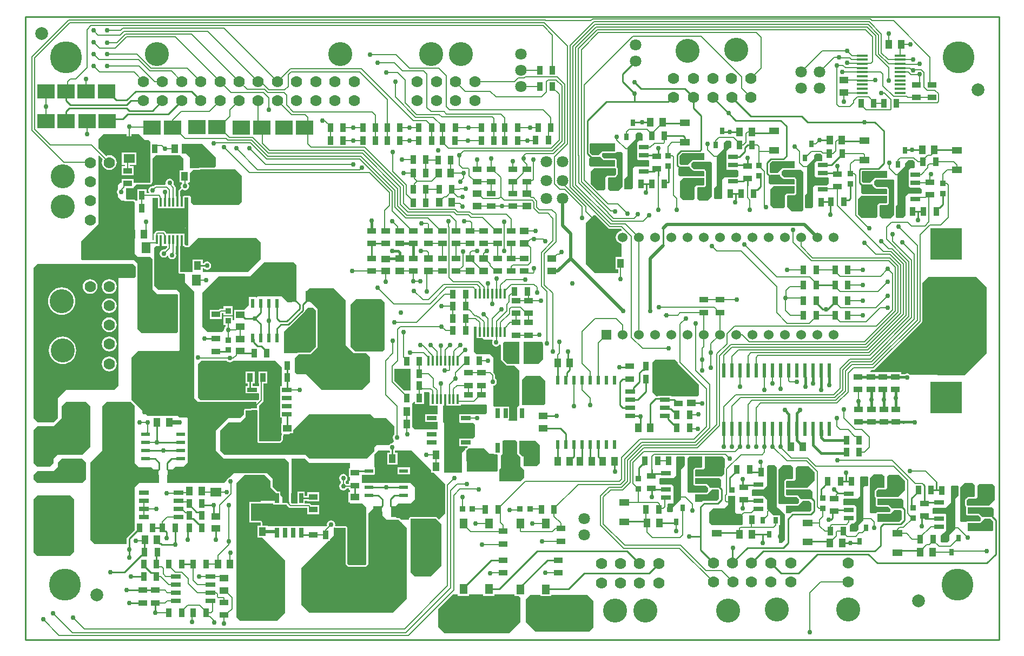
<source format=gtl>
G04*
G04 #@! TF.GenerationSoftware,Altium Limited,Altium Designer,18.1.11 (251)*
G04*
G04 Layer_Physical_Order=1*
G04 Layer_Color=255*
%FSLAX25Y25*%
%MOIN*%
G70*
G01*
G75*
%ADD12C,0.01000*%
%ADD18R,0.06102X0.02559*%
%ADD19R,0.05906X0.04331*%
%ADD20R,0.03543X0.05315*%
%ADD21R,0.11024X0.08898*%
%ADD22R,0.05315X0.03543*%
%ADD23C,0.03000*%
%ADD24R,0.04134X0.05512*%
%ADD25R,0.07008X0.01654*%
%ADD26R,0.02400X0.09000*%
%ADD27C,0.07874*%
%ADD28R,0.05709X0.06890*%
%ADD29R,0.05512X0.04134*%
%ADD30R,0.04921X0.06299*%
%ADD31R,0.02362X0.05709*%
%ADD32R,0.07087X0.05709*%
%ADD33R,0.23622X0.21260*%
%ADD34R,0.02756X0.03937*%
%ADD35R,0.03740X0.03543*%
%ADD36R,0.03543X0.03740*%
%ADD37R,0.19685X0.19685*%
%ADD38R,0.02559X0.06102*%
%ADD39R,0.01772X0.05906*%
%ADD40R,0.05709X0.07087*%
%ADD41R,0.23622X0.19685*%
%ADD42R,0.18504X0.12598*%
%ADD43R,0.06890X0.05709*%
%ADD44R,0.01772X0.05512*%
%ADD45R,0.14094X0.11575*%
%ADD46R,0.05709X0.02362*%
%ADD47R,0.10630X0.06693*%
%ADD48R,0.13780X0.20079*%
%ADD49R,0.09449X0.12795*%
%ADD50R,0.06299X0.08071*%
%ADD51R,0.19685X0.19685*%
%ADD52R,0.06693X0.10630*%
%ADD53R,0.12795X0.09449*%
%ADD95C,0.00700*%
%ADD96C,0.00800*%
%ADD97C,0.01500*%
%ADD98C,0.01200*%
%ADD99C,0.02000*%
%ADD100C,0.02500*%
%ADD101C,0.07087*%
%ADD102C,0.07000*%
%ADD103C,0.14800*%
%ADD104C,0.19685*%
%ADD105R,0.06024X0.06024*%
%ADD106C,0.06024*%
G36*
X540800Y493043D02*
X540800Y489876D01*
X540424Y489500D01*
X539405Y489500D01*
X537500Y487595D01*
X537500Y477500D01*
Y476500D01*
X537906Y476094D01*
X544165D01*
X545000Y475260D01*
X545000Y472240D01*
X544260Y471500D01*
X536500Y471500D01*
X535000Y470000D01*
X534945D01*
Y458500D01*
X534445Y458000D01*
X530500D01*
X530000Y458500D01*
Y464500D01*
X531783Y466284D01*
Y484784D01*
X536000Y489000D01*
Y492500D01*
X537405Y493905D01*
X539937D01*
X540800Y493043D01*
D02*
G37*
G36*
X469000Y487500D02*
X461000D01*
X458500Y485000D01*
X454923Y485000D01*
X453373Y486550D01*
Y491873D01*
X454000Y492500D01*
X469000D01*
Y487500D01*
D02*
G37*
G36*
X462000Y482000D02*
X469000D01*
Y478000D01*
X454000D01*
X453000Y479000D01*
Y483000D01*
X454000Y484000D01*
X454824D01*
X454923Y483980D01*
X454923D01*
D01*
X458500Y483980D01*
X458599Y484000D01*
X460000D01*
X462000Y482000D01*
D02*
G37*
G36*
X524000Y482020D02*
X517000Y482020D01*
X517000D01*
X517000D01*
X516845Y481989D01*
X516610Y481942D01*
X516610Y481942D01*
X516610D01*
X516443Y481831D01*
X516279Y481721D01*
Y481721D01*
X516279D01*
X516058Y481500D01*
X516000D01*
X513520Y479020D01*
X509480D01*
X508774Y479727D01*
Y484795D01*
X510205Y486227D01*
X521184D01*
X521770Y486343D01*
X522005Y486500D01*
X524000D01*
Y482020D01*
D02*
G37*
G36*
X579500Y477020D02*
X572500Y477020D01*
X572500D01*
X572500D01*
X572345Y476989D01*
X572110Y476942D01*
X572110Y476942D01*
X572110D01*
X571943Y476831D01*
X571779Y476721D01*
Y476721D01*
X571779D01*
X571558Y476500D01*
X571500D01*
X569020Y474020D01*
X564980D01*
X564274Y474726D01*
Y479795D01*
X565705Y481226D01*
X572756D01*
X573341Y481343D01*
X573576Y481500D01*
X579500D01*
Y477020D01*
D02*
G37*
G36*
X223000Y483500D02*
X223000Y478500D01*
X222020Y477520D01*
X213366D01*
X212976Y477442D01*
X212645Y477221D01*
X212497Y477000D01*
X207000D01*
Y483500D01*
X204500Y486000D01*
X202000D01*
Y492000D01*
X214500D01*
X223000Y483500D01*
D02*
G37*
G36*
X168073Y498000D02*
Y494012D01*
X168181Y493466D01*
X168491Y493003D01*
X168954Y492693D01*
X169500Y492584D01*
X170046Y492693D01*
X170509Y493003D01*
X170819Y493466D01*
X170927Y494012D01*
Y498000D01*
X175500D01*
X179000Y494500D01*
X181500D01*
X182500Y493500D01*
Y468000D01*
X172158D01*
Y470335D01*
X164842D01*
Y468000D01*
X164000D01*
X162500Y466500D01*
Y465500D01*
Y464007D01*
X162145Y463476D01*
X161951Y462500D01*
X162145Y461524D01*
X162500Y460993D01*
Y459500D01*
X164500Y457500D01*
Y457000D01*
X166791D01*
Y456843D01*
X172158D01*
X173000Y456000D01*
Y444000D01*
Y442500D01*
Y424500D01*
X175000Y422500D01*
X182500D01*
X184000Y421000D01*
Y402500D01*
X187000Y399500D01*
X199000D01*
X199500Y399000D01*
Y376500D01*
X198500Y375500D01*
X177000D01*
X174500Y378000D01*
Y410401D01*
X174520Y410500D01*
Y416500D01*
X174500Y416599D01*
Y418500D01*
X172500Y420500D01*
X140500D01*
X140000Y421000D01*
Y432000D01*
X150500Y442500D01*
Y465500D01*
X150500Y484700D01*
X150962Y484892D01*
X153286Y482568D01*
X152916Y481675D01*
X152761Y480500D01*
X152916Y479325D01*
X153369Y478231D01*
X154091Y477291D01*
X155031Y476569D01*
X156125Y476116D01*
X157300Y475961D01*
X158475Y476116D01*
X159569Y476569D01*
X160509Y477291D01*
X161231Y478231D01*
X161684Y479325D01*
X161839Y480500D01*
X161684Y481675D01*
X161231Y482769D01*
X160509Y483709D01*
X159569Y484431D01*
X158475Y484884D01*
X157300Y485039D01*
X156125Y484884D01*
X155232Y484514D01*
X150500Y489247D01*
Y495000D01*
X153500Y498000D01*
X168073Y498000D01*
D02*
G37*
G36*
X514996Y477922D02*
X515058Y477610D01*
X515279Y477279D01*
X515279D01*
Y477279D01*
X516779Y475779D01*
X517110Y475558D01*
X517500Y475480D01*
X523617D01*
X523620Y475478D01*
X523700Y475358D01*
X523980Y475078D01*
Y472020D01*
X511000D01*
X510901Y472000D01*
X509000D01*
X508000Y473000D01*
Y477000D01*
X509000Y478000D01*
X514980D01*
X514996Y477922D01*
D02*
G37*
G36*
X636500Y471020D02*
X629500Y471020D01*
X629500D01*
X629500D01*
X629345Y470989D01*
X629110Y470942D01*
X629110Y470942D01*
X629110D01*
X628943Y470831D01*
X628779Y470721D01*
Y470721D01*
X628779D01*
X628558Y470500D01*
X628500D01*
X626020Y468020D01*
X621980D01*
X621029Y468971D01*
Y475029D01*
X621227Y475226D01*
X631319D01*
X631904Y475343D01*
X632139Y475500D01*
X636500D01*
Y471020D01*
D02*
G37*
G36*
X570496Y472922D02*
X570558Y472610D01*
X570779Y472279D01*
X570779D01*
Y472279D01*
X572279Y470779D01*
X572610Y470558D01*
X573000Y470480D01*
X579116D01*
X579120Y470478D01*
X579200Y470358D01*
X579480Y470078D01*
Y467020D01*
X566500D01*
X566401Y467000D01*
X564500D01*
X563500Y468000D01*
Y472000D01*
X564500Y473000D01*
X570480D01*
X570496Y472922D01*
D02*
G37*
G36*
X486000Y498000D02*
Y494500D01*
X485512Y494012D01*
X483512D01*
X482500Y493000D01*
Y482740D01*
X483240Y482000D01*
X489500D01*
X490000Y481500D01*
Y478437D01*
X489563Y478000D01*
X481000D01*
X480000Y477000D01*
Y465000D01*
X479000Y464000D01*
X475000D01*
X474500Y464500D01*
Y465402D01*
X474520Y465500D01*
Y470520D01*
X476500Y472500D01*
Y490000D01*
X481500Y495000D01*
Y498000D01*
X482500Y499000D01*
X485000D01*
X486000Y498000D01*
D02*
G37*
G36*
X469500Y476713D02*
Y473500D01*
X468500Y472500D01*
X464000D01*
X463000Y471500D01*
Y464500D01*
X462000Y463500D01*
X458019D01*
X454000Y467519D01*
Y475000D01*
X455980Y476980D01*
X469000D01*
X469500Y476713D01*
D02*
G37*
G36*
X239000Y472500D02*
Y456500D01*
X237000Y454500D01*
X209000D01*
X207500Y456000D01*
X207500Y459500D01*
X207000Y460000D01*
X206099D01*
X206000Y460020D01*
X203783D01*
X203393Y459942D01*
X203286Y459870D01*
X202571D01*
Y455500D01*
X201224D01*
Y459870D01*
X201000D01*
Y463000D01*
X202198Y464198D01*
X203025Y463645D01*
X204000Y463451D01*
X204976Y463645D01*
X205802Y464198D01*
X206355Y465025D01*
X206549Y466000D01*
X206355Y466975D01*
X205802Y467802D01*
X206244Y468244D01*
X206827D01*
Y468827D01*
X207000Y469000D01*
Y474000D01*
X208957Y475957D01*
X213366D01*
Y476500D01*
X235000D01*
X239000Y472500D01*
D02*
G37*
G36*
X473500Y486500D02*
Y465500D01*
X471000Y463000D01*
X466000D01*
X464500Y464500D01*
Y471000D01*
X464980Y471480D01*
X468500D01*
X468599Y471500D01*
X469000D01*
X470000Y472500D01*
Y472558D01*
X470221Y472779D01*
X470442Y473110D01*
X470520Y473500D01*
Y476713D01*
X470490Y476859D01*
X470476Y477008D01*
X470452Y477053D01*
X470442Y477103D01*
X470359Y477227D01*
X470289Y477359D01*
X470249Y477391D01*
X470221Y477434D01*
X470097Y477517D01*
X470000Y477596D01*
Y477902D01*
X470020Y478000D01*
Y482000D01*
X469942Y482390D01*
X469721Y482721D01*
X469390Y482942D01*
X469000Y483020D01*
X462422D01*
X461000Y484442D01*
X461000Y486000D01*
X461480Y486480D01*
X469000D01*
X469390Y486558D01*
X469721Y486779D01*
X469869Y487000D01*
X473000D01*
X473500Y486500D01*
D02*
G37*
G36*
X627496Y466922D02*
X627558Y466610D01*
X627779Y466279D01*
X627779D01*
Y466279D01*
X629279Y464779D01*
X629610Y464558D01*
X630000Y464480D01*
X636117D01*
X636120Y464478D01*
X636200Y464358D01*
X636480Y464078D01*
Y461020D01*
X621480Y461020D01*
X620500Y462000D01*
Y466000D01*
X621500Y467000D01*
X627480D01*
X627496Y466922D01*
D02*
G37*
G36*
X523980Y466980D02*
X523520Y466520D01*
X520000D01*
X519902Y466500D01*
X519000D01*
X518000Y465500D01*
Y458500D01*
X517000Y457500D01*
X511000D01*
X509000Y459500D01*
Y469000D01*
X511000Y471000D01*
X523980D01*
Y466980D01*
D02*
G37*
G36*
X528500Y480500D02*
Y459500D01*
X526000Y457000D01*
X521000D01*
X519500Y458500D01*
Y465000D01*
X520000Y465500D01*
X524000D01*
X525000Y466500D01*
Y475500D01*
X524421Y476079D01*
Y476279D01*
X524221D01*
X524000Y476500D01*
X517500D01*
X516000Y478000D01*
X516000Y480000D01*
X517000Y481000D01*
X528000Y481000D01*
X528500Y480500D01*
D02*
G37*
G36*
X201000Y485000D02*
X203000Y483000D01*
Y475756D01*
X200693D01*
Y468244D01*
X201959D01*
X202092Y467998D01*
X202159Y467744D01*
X201645Y466975D01*
X201451Y466000D01*
X201640Y465049D01*
X201631Y465045D01*
X201560Y464974D01*
X201477Y464919D01*
X200279Y463721D01*
X200058Y463390D01*
X199980Y463000D01*
Y459870D01*
X200012Y459712D01*
Y454641D01*
X199550Y454450D01*
X198665Y455335D01*
Y459870D01*
X198156D01*
Y465064D01*
X198156Y465064D01*
X198051Y465591D01*
X197753Y466037D01*
X196819Y466971D01*
X196855Y467025D01*
X197049Y468000D01*
X196855Y468975D01*
X196302Y469802D01*
X195475Y470355D01*
X194500Y470549D01*
X193525Y470355D01*
X192698Y469802D01*
X192145Y468975D01*
X191951Y468000D01*
X192105Y467227D01*
X191789Y466726D01*
X185850D01*
X185850Y466726D01*
X185323Y466622D01*
X184877Y466323D01*
X184877Y466323D01*
X184502Y465949D01*
X184000Y466049D01*
X183025Y465855D01*
X182198Y465302D01*
X181645Y464475D01*
X181451Y463500D01*
X181645Y462525D01*
X181931Y462097D01*
X181664Y461596D01*
X180209D01*
Y464157D01*
X174665D01*
Y457000D01*
X173442D01*
X172878Y457563D01*
X172548Y457785D01*
X172158Y457862D01*
X168138D01*
X167500Y458500D01*
Y464757D01*
X167515Y464779D01*
X167517Y464791D01*
X172158D01*
Y465257D01*
X173881Y466980D01*
X182500D01*
X182890Y467058D01*
X183221Y467279D01*
X183442Y467610D01*
X183520Y468000D01*
Y468244D01*
X183827D01*
Y470500D01*
X184000D01*
X184000Y483000D01*
X186000Y485000D01*
X201000Y485000D01*
D02*
G37*
G36*
X595991Y485491D02*
X595991Y485491D01*
X596047Y485453D01*
X596500Y485000D01*
Y481500D01*
X596279Y481280D01*
X593079D01*
Y481260D01*
X593000D01*
X592000Y480260D01*
Y472449D01*
X592949Y471500D01*
X600000D01*
X600500Y471000D01*
Y467563D01*
X599437Y466500D01*
X592000D01*
X591000Y465500D01*
Y453500D01*
X590000Y452500D01*
X586500D01*
X586020Y452980D01*
Y460270D01*
X587284Y461533D01*
X587284Y478775D01*
X589518Y481009D01*
X591500Y483009D01*
X591500Y485000D01*
X592500Y486000D01*
X593500Y486000D01*
X595481Y486000D01*
X595991Y485491D01*
D02*
G37*
G36*
X579480Y461980D02*
X579020Y461520D01*
X575500D01*
X575401Y461500D01*
X574500D01*
X573500Y460500D01*
Y453500D01*
X572500Y452500D01*
X566500D01*
X564500Y454500D01*
Y464000D01*
X566500Y466000D01*
X579480D01*
Y461980D01*
D02*
G37*
G36*
X206000Y429520D02*
X204442D01*
X204442Y429520D01*
X204221Y429851D01*
X203890Y430072D01*
X203783Y430093D01*
Y436642D01*
X192627D01*
X192610Y436728D01*
X192312Y437174D01*
X191521Y437965D01*
X191074Y438263D01*
X190547Y438368D01*
X186953D01*
X186427Y438263D01*
X185980Y437965D01*
X185570Y437555D01*
X185272Y437108D01*
X185179Y436642D01*
X184658D01*
Y432570D01*
X184000D01*
Y433000D01*
X184000Y458844D01*
X187216D01*
Y452358D01*
X203783D01*
Y459000D01*
X206000D01*
X206000Y429520D01*
D02*
G37*
G36*
X585000Y474500D02*
X585000Y451500D01*
X584000Y450500D01*
X578000Y450500D01*
X575000Y453500D01*
Y460000D01*
X575500Y460500D01*
X579500D01*
X580500Y461500D01*
Y470500D01*
X579921Y471079D01*
Y471279D01*
X579720D01*
X579500Y471500D01*
X573000D01*
X571500Y473000D01*
X571500Y475000D01*
X572500Y476000D01*
X583500Y476000D01*
X585000Y474500D01*
D02*
G37*
G36*
X653500Y481000D02*
X653500Y477500D01*
X653000Y477000D01*
X651000D01*
X650000Y476000D01*
Y466000D01*
X650079Y465921D01*
Y465721D01*
X650280D01*
X651000Y465000D01*
X657126D01*
X658000Y464126D01*
Y462000D01*
X657240Y461240D01*
X649740D01*
X648000Y459500D01*
Y448000D01*
X646500Y446500D01*
X642437D01*
X642000Y446937D01*
Y448401D01*
X642020Y448500D01*
Y450852D01*
X642049Y451000D01*
X642020Y451148D01*
Y453520D01*
X643067Y454567D01*
X643067Y473567D01*
X647500Y478000D01*
X647500Y479760D01*
X649740Y482000D01*
X652500D01*
X653500Y481000D01*
D02*
G37*
G36*
X636480Y460000D02*
Y455980D01*
X636020Y455520D01*
X632500D01*
X632402Y455500D01*
X631500D01*
X630500Y454500D01*
Y447500D01*
X629500Y446500D01*
X620791D01*
X618698Y448593D01*
Y458197D01*
X620500Y460000D01*
X636480Y460000D01*
D02*
G37*
G36*
X641000Y469500D02*
Y448500D01*
X638500Y446000D01*
X633500D01*
X632000Y447500D01*
Y454000D01*
X632500Y454500D01*
X636500D01*
X637500Y455500D01*
Y464500D01*
X636921Y465079D01*
Y465279D01*
X636721D01*
X636500Y465500D01*
X630000D01*
X628500Y467000D01*
X628500Y469000D01*
X629500Y470000D01*
X640500Y470000D01*
X641000Y469500D01*
D02*
G37*
G36*
X200012Y429288D02*
X199980Y429130D01*
Y413000D01*
X200058Y412610D01*
X200279Y412279D01*
X200610Y412058D01*
X201000Y411980D01*
X203520D01*
X204000Y411500D01*
Y406500D01*
X209500Y401000D01*
Y360746D01*
X209451Y360500D01*
X209500Y360254D01*
Y335500D01*
X212000Y333000D01*
X213167D01*
X213169Y332999D01*
X213559Y332921D01*
X248000Y332921D01*
X248000Y328925D01*
X241292Y328799D01*
X241107Y328759D01*
X240921Y328721D01*
X240913Y328716D01*
X240903Y328714D01*
X240748Y328606D01*
X240590Y328501D01*
X240585Y328492D01*
X240577Y328487D01*
X240474Y328327D01*
X240369Y328170D01*
X240367Y328160D01*
X240362Y328152D01*
X240328Y327965D01*
X240291Y327780D01*
Y325291D01*
X238000Y323000D01*
X230500D01*
X223000Y315500D01*
X223000Y303000D01*
X228000Y298000D01*
X258000Y298000D01*
X265500D01*
X268000Y295500D01*
X268000Y270500D01*
X267003D01*
X266972Y270521D01*
X266873Y270540D01*
X266781Y270579D01*
X266680D01*
X266582Y270598D01*
X264353D01*
X264000Y270952D01*
X264000Y274500D01*
X262779Y275720D01*
Y277681D01*
X260819D01*
X258000Y280500D01*
Y285500D01*
X254500Y289000D01*
X253099D01*
X253000Y289020D01*
X240500Y289020D01*
X240402Y289000D01*
X234000D01*
X231437Y286437D01*
X231025Y286355D01*
X230198Y285802D01*
X229645Y284976D01*
X229563Y284563D01*
X228000Y283000D01*
X193000D01*
Y288000D01*
X198000Y293000D01*
X203000D01*
X205500Y295500D01*
Y323000D01*
X205000Y323500D01*
X200500D01*
X199500Y324500D01*
X181000Y324500D01*
X171000Y334500D01*
Y360500D01*
X175000Y364500D01*
X200000D01*
X200500Y365000D01*
Y376401D01*
X200520Y376500D01*
Y399000D01*
X200500Y399098D01*
Y400500D01*
X199000Y402000D01*
X187500D01*
X185020Y404480D01*
Y421000D01*
X185000Y421099D01*
Y428000D01*
X186000Y429000D01*
X187000D01*
X187130Y429130D01*
X188429D01*
Y435500D01*
X189776D01*
Y429130D01*
X192844D01*
Y428291D01*
X191502Y426949D01*
X191000Y427049D01*
X190024Y426855D01*
X189198Y426302D01*
X188645Y425476D01*
X188451Y424500D01*
X188645Y423525D01*
X189198Y422698D01*
X190024Y422145D01*
X191000Y421951D01*
X191975Y422145D01*
X192802Y422698D01*
X193032Y423042D01*
X193563Y422936D01*
X193645Y422524D01*
X194198Y421698D01*
X195025Y421145D01*
X196000Y420951D01*
X196976Y421145D01*
X197802Y421698D01*
X198355Y422524D01*
X198549Y423500D01*
X198355Y424475D01*
X198136Y424803D01*
X198156Y424902D01*
X198156Y424902D01*
Y429130D01*
X198665D01*
Y435500D01*
X200012D01*
Y429288D01*
D02*
G37*
G36*
X202571Y429130D02*
X203500D01*
Y428500D01*
X206500D01*
X212000Y434000D01*
X248000D01*
X250500Y431500D01*
Y421000D01*
X242500Y413000D01*
X215206D01*
X214807Y413244D01*
X214807Y413500D01*
Y415471D01*
X215515D01*
X215698Y415198D01*
X216525Y414645D01*
X217500Y414451D01*
X218476Y414645D01*
X219302Y415198D01*
X219855Y416024D01*
X220049Y417000D01*
X219855Y417976D01*
X219302Y418802D01*
X218476Y419355D01*
X217500Y419549D01*
X216525Y419355D01*
X215698Y418802D01*
X215515Y418529D01*
X214807D01*
Y420756D01*
X208673D01*
Y413500D01*
X208673Y413244D01*
X208274Y413000D01*
X201000D01*
Y429130D01*
X201224D01*
Y435000D01*
X202571D01*
Y429130D01*
D02*
G37*
G36*
X464764Y440077D02*
X465211Y439778D01*
X465737Y439674D01*
X472548D01*
X473000Y439222D01*
Y438481D01*
X472453Y438409D01*
X471477Y438004D01*
X470639Y437361D01*
X469996Y436523D01*
X469591Y435547D01*
X469454Y434500D01*
X469591Y433453D01*
X469996Y432477D01*
X470639Y431639D01*
X471477Y430996D01*
X472453Y430591D01*
X473000Y430519D01*
Y422256D01*
X469173D01*
Y414744D01*
X470813D01*
Y412813D01*
X470500Y412500D01*
X456500D01*
X451000Y418000D01*
Y443500D01*
X452500Y445000D01*
X455500Y448000D01*
X456841D01*
X464764Y440077D01*
D02*
G37*
G36*
X272500Y417500D02*
Y397768D01*
X272000Y397561D01*
X271507Y398054D01*
X271401Y398585D01*
X271070Y399081D01*
X270573Y399413D01*
X269988Y399529D01*
X269403Y399413D01*
X268907Y399081D01*
X268575Y398585D01*
X268459Y398000D01*
Y397410D01*
X268575Y396824D01*
X268907Y396328D01*
X270273Y394962D01*
X270081Y394500D01*
X267000D01*
X263500Y398000D01*
X248500Y398000D01*
X247965Y397465D01*
X247681Y397583D01*
Y397583D01*
X243319D01*
Y392819D01*
X240307Y389807D01*
X234244D01*
Y383744D01*
X233832Y383332D01*
X233370Y383523D01*
Y385772D01*
X227630D01*
Y380228D01*
X229123D01*
Y379587D01*
X228698Y379302D01*
X228145Y378475D01*
X227951Y377500D01*
X227959Y377459D01*
X226500Y376000D01*
X218000D01*
X214500Y379500D01*
X214500Y400500D01*
X224500Y410500D01*
X244000D01*
X252500Y419000D01*
X271000D01*
X272500Y417500D01*
D02*
G37*
G36*
X327000Y394500D02*
Y365500D01*
X325500Y364000D01*
X315599D01*
X315500Y364020D01*
X315500D01*
D01*
D01*
X308980Y364020D01*
X306000Y367000D01*
Y393000D01*
X309500Y396500D01*
X325000D01*
X327000Y394500D01*
D02*
G37*
G36*
X284480Y389520D02*
Y367172D01*
X280828Y363520D01*
X274000D01*
X273610Y363442D01*
X273279Y363221D01*
X273058Y363000D01*
X265000D01*
Y376500D01*
X267599Y379099D01*
X267629D01*
X268214Y379216D01*
X268710Y379547D01*
X277581Y388419D01*
X277913Y388915D01*
X278029Y389500D01*
Y389529D01*
X279500Y391000D01*
X283000D01*
X284480Y389520D01*
D02*
G37*
G36*
X263500Y354500D02*
Y342779D01*
X262571D01*
Y338221D01*
X262571D01*
Y337779D01*
X262571D01*
Y333221D01*
X262571D01*
Y332780D01*
X262571D01*
Y328221D01*
X262571D01*
Y327780D01*
X262571D01*
Y323220D01*
X263500D01*
Y319807D01*
X263161D01*
Y313673D01*
X263500D01*
Y312327D01*
X263161D01*
Y309626D01*
X262189Y308653D01*
X249559D01*
Y330612D01*
X251973Y333027D01*
X251973Y333027D01*
X252272Y333473D01*
X252377Y334000D01*
Y344342D01*
X254709D01*
Y351658D01*
X249165D01*
Y344342D01*
X249623D01*
Y343193D01*
X249413Y342779D01*
X249124Y342779D01*
X245592D01*
Y344342D01*
X246835D01*
Y351658D01*
X241291D01*
Y344342D01*
X242534D01*
Y342779D01*
X241311D01*
Y338221D01*
X249124D01*
X249413Y338221D01*
X249623Y337807D01*
Y334570D01*
X248994Y333941D01*
X213559Y333941D01*
X212000Y335500D01*
Y356500D01*
X214000Y358500D01*
X229496D01*
X229698Y358198D01*
X230524Y357645D01*
X231500Y357451D01*
X232475Y357645D01*
X233302Y358198D01*
X233505Y358500D01*
X259500D01*
X263500Y354500D01*
D02*
G37*
G36*
X424500Y369500D02*
Y369246D01*
X424451Y369000D01*
X424500Y368754D01*
Y359500D01*
X421500Y356500D01*
X412500D01*
Y370000D01*
X424000D01*
X424500Y369500D01*
D02*
G37*
G36*
X410000Y356500D02*
X402500D01*
X400000Y359000D01*
Y369500D01*
X400500Y370000D01*
X410000D01*
Y356500D01*
D02*
G37*
G36*
X698000Y403500D02*
Y363000D01*
X684281Y349281D01*
X650965Y349559D01*
X650802Y349802D01*
X649975Y350355D01*
X649000Y350549D01*
X648025Y350355D01*
X647498Y350003D01*
X645157D01*
Y351209D01*
X637843D01*
Y351209D01*
X637657D01*
Y351209D01*
X630342D01*
Y351209D01*
X630158D01*
Y351209D01*
X626362D01*
X626171Y351671D01*
X627123Y352624D01*
X628072D01*
X628599Y352728D01*
X629045Y353027D01*
X657823Y381805D01*
X657823Y381805D01*
X658122Y382251D01*
X658226Y382778D01*
X658226Y382778D01*
Y406226D01*
X662000Y410000D01*
X691500D01*
X698000Y403500D01*
D02*
G37*
G36*
X303000Y395500D02*
X303000Y368000D01*
X308000Y363000D01*
X315500Y363000D01*
X318000Y360500D01*
X318000Y345500D01*
X313000Y340500D01*
X288000D01*
X278500Y350000D01*
X273000D01*
X271500Y351500D01*
Y360000D01*
X274000Y362500D01*
X281500D01*
Y362750D01*
X285500Y366750D01*
Y390500D01*
X281500Y394500D01*
X280919D01*
X280727Y394962D01*
X282093Y396328D01*
X282425Y396824D01*
X282541Y397410D01*
Y398000D01*
X282425Y398585D01*
X282093Y399081D01*
X281597Y399413D01*
X281012Y399529D01*
X280427Y399413D01*
X279930Y399081D01*
X279599Y398585D01*
X279493Y398054D01*
X278962Y397522D01*
X278500Y397714D01*
Y401000D01*
X280500Y403000D01*
X295500D01*
X303000Y395500D01*
D02*
G37*
G36*
X343000Y353500D02*
Y340000D01*
X338895D01*
X333027Y345869D01*
Y353500D01*
X343000Y353500D01*
D02*
G37*
G36*
X507661Y357339D02*
Y357302D01*
X507661Y357302D01*
X507769Y356755D01*
X508079Y356292D01*
X520500Y343871D01*
Y337500D01*
X519500Y336500D01*
X503551D01*
Y336779D01*
X495449D01*
Y336529D01*
X494471D01*
X492000Y339000D01*
Y357000D01*
X493500Y359000D01*
X506000D01*
X507661Y357339D01*
D02*
G37*
G36*
X354717Y338642D02*
Y330736D01*
X359500D01*
Y325279D01*
X351819D01*
Y320721D01*
X359500D01*
Y316000D01*
X345500D01*
X344000Y317500D01*
Y332000D01*
X345203Y333203D01*
X345665Y333012D01*
Y331842D01*
X351209D01*
Y339000D01*
X354374D01*
X354717Y338642D01*
D02*
G37*
G36*
X426000Y346000D02*
Y332000D01*
X425000Y331000D01*
X412000D01*
X411500Y331500D01*
Y346500D01*
X414000Y349000D01*
X423000D01*
X426000Y346000D01*
D02*
G37*
G36*
X364953Y330736D02*
X373843D01*
Y331500D01*
X389500D01*
X390000Y331000D01*
Y326500D01*
X389000Y325500D01*
X384246D01*
X384000Y325549D01*
X383754Y325500D01*
X374000Y325500D01*
X373780Y325279D01*
X373079D01*
Y324579D01*
X373000Y324500D01*
Y320500D01*
X373500Y320000D01*
X381500D01*
X382500Y319000D01*
Y311500D01*
X381553Y310553D01*
X381181Y310280D01*
X381181Y310279D01*
X373079D01*
Y309500D01*
Y305720D01*
X378067D01*
X378258Y305258D01*
X377256Y304256D01*
X376673D01*
Y303673D01*
X374500Y301500D01*
Y289500D01*
X363500D01*
Y309500D01*
Y320000D01*
X363000Y320500D01*
Y330736D01*
X363606D01*
Y337500D01*
X364953D01*
Y330736D01*
D02*
G37*
G36*
X383717Y372236D02*
X387264D01*
X388000Y371500D01*
X393384D01*
X393619Y371059D01*
X393399Y370729D01*
X393205Y369754D01*
X393399Y368778D01*
X393952Y367951D01*
X394778Y367399D01*
X395754Y367205D01*
X396729Y367399D01*
X397556Y367951D01*
X397730Y368211D01*
X398315Y368286D01*
X398500Y368123D01*
Y359000D01*
X402000Y355500D01*
X402401D01*
X402500Y355480D01*
X407020D01*
X410000Y352500D01*
Y331000D01*
X408500Y329500D01*
Y321500D01*
X404500D01*
X402846Y321579D01*
X402858Y322079D01*
X403780D01*
Y330181D01*
X399279D01*
X399220Y330181D01*
X398780D01*
X398721Y330181D01*
X394500D01*
X394220Y330181D01*
X394000Y330590D01*
Y343051D01*
X394476Y343145D01*
X395302Y343698D01*
X395855Y344525D01*
X396049Y345500D01*
X395855Y346476D01*
X395302Y347302D01*
X394877Y347587D01*
Y349500D01*
X394772Y350027D01*
X394473Y350473D01*
X394000Y350947D01*
Y360500D01*
X392000Y362500D01*
X383500D01*
X382000Y364000D01*
Y379500D01*
X383717D01*
Y372236D01*
D02*
G37*
G36*
X248539Y327559D02*
Y308653D01*
X248617Y308263D01*
X248838Y307933D01*
X249169Y307712D01*
X249559Y307634D01*
X262189D01*
X262579Y307712D01*
X262910Y307933D01*
X263882Y308905D01*
X264103Y309236D01*
X264181Y309626D01*
Y311579D01*
X264221Y311606D01*
X264442Y311937D01*
X264520Y312327D01*
Y313000D01*
X268000Y313000D01*
X268673Y313673D01*
X270673D01*
Y315673D01*
X280500Y325500D01*
X318000D01*
X320500Y323000D01*
X328000D01*
X333000Y318000D01*
Y313004D01*
X332698Y312802D01*
X332145Y311976D01*
X331951Y311000D01*
X332145Y310024D01*
X332698Y309198D01*
X332742Y308742D01*
X331394Y307394D01*
X330765Y307269D01*
X329938Y306717D01*
X329793Y306500D01*
X322000Y306500D01*
X320500Y305000D01*
X320500Y302500D01*
X316000Y298000D01*
X280500Y298000D01*
X278000Y300500D01*
X228000D01*
X225500Y303000D01*
Y315500D01*
X230500Y320500D01*
X238000Y320500D01*
X241311Y323811D01*
Y327780D01*
X248183Y327909D01*
X248539Y327559D01*
D02*
G37*
G36*
X173500Y416500D02*
Y410500D01*
X172500Y409500D01*
X163000D01*
X163000Y343000D01*
X160500Y340500D01*
X130500Y340500D01*
X125500Y335500D01*
Y323000D01*
X123000Y320500D01*
X113000D01*
X110500Y323000D01*
Y415500D01*
X113000Y418000D01*
X172000D01*
X173500Y416500D01*
D02*
G37*
G36*
X355693Y290807D02*
Y289244D01*
X357256D01*
X364436Y282064D01*
X364373Y281750D01*
Y264373D01*
X360500Y260500D01*
X360442D01*
X359221Y261721D01*
X358890Y261942D01*
X358500Y262020D01*
X343000Y262020D01*
X342610Y261942D01*
X342279Y261721D01*
X342058Y261390D01*
X341980Y261000D01*
Y260500D01*
X336942D01*
X336221Y261221D01*
X335890Y261442D01*
X335500Y261520D01*
X334480D01*
X333000Y263000D01*
Y263678D01*
X333386Y263996D01*
X333512Y263971D01*
X334097Y264087D01*
X334593Y264419D01*
X334925Y264915D01*
X335041Y265500D01*
Y266090D01*
X334925Y266676D01*
X334593Y267172D01*
X333383Y268383D01*
X335500Y270500D01*
X343000D01*
X345500Y273000D01*
Y280500D01*
X343000Y283000D01*
X328246D01*
X328000Y283049D01*
X327754Y283000D01*
X313000D01*
Y288000D01*
X320500D01*
Y288319D01*
X321126D01*
Y292681D01*
X320500D01*
Y300500D01*
X323000Y303000D01*
X329740D01*
X330211Y302544D01*
Y301756D01*
X328673D01*
Y294244D01*
X334807D01*
Y301756D01*
X333270D01*
Y302929D01*
X333375Y303000D01*
X343500D01*
X355693Y290807D01*
D02*
G37*
G36*
X422500Y306500D02*
Y295500D01*
X420500Y293500D01*
X412500D01*
Y299500D01*
X412000D01*
X410000Y301500D01*
Y309000D01*
X420000D01*
X422500Y306500D01*
D02*
G37*
G36*
X143000Y333000D02*
X145500Y330500D01*
X145500Y305500D01*
X140500Y300500D01*
X125500D01*
X123000Y298000D01*
Y295500D01*
X120500Y293000D01*
X113000D01*
X110500Y295500D01*
Y315500D01*
X113000Y318000D01*
X123000D01*
X128000Y323000D01*
X128000Y330500D01*
X130500Y333000D01*
X143000Y333000D01*
D02*
G37*
G36*
X391500Y301000D02*
X394220D01*
Y300819D01*
X396181D01*
X396500Y300500D01*
Y290500D01*
X396000Y290000D01*
X377500D01*
X377280Y302838D01*
X377394Y302952D01*
X377615Y303283D01*
X377620Y303309D01*
X377646Y303314D01*
X377977Y303535D01*
X378698Y304256D01*
X388244D01*
X391500Y301000D01*
D02*
G37*
G36*
X536500Y298000D02*
Y292409D01*
X536411Y292276D01*
X536303Y291730D01*
X536303Y291730D01*
Y288803D01*
X534500Y287000D01*
X518303D01*
Y291020D01*
X518764Y291480D01*
X522284D01*
X522382Y291500D01*
X523283D01*
X524284Y292500D01*
Y299230D01*
X535271D01*
X536500Y298000D01*
D02*
G37*
G36*
X408500Y308500D02*
Y301000D01*
X410500Y299000D01*
Y293500D01*
X413000Y291000D01*
Y286500D01*
X410500Y284000D01*
X398000D01*
X397500Y284500D01*
Y290402D01*
X397520Y290500D01*
Y291520D01*
X398500Y292500D01*
Y300000D01*
X399500Y301000D01*
Y309000D01*
X400000D01*
X400500Y309500D01*
X407500D01*
X408500Y308500D01*
D02*
G37*
G36*
X143000Y295500D02*
X143000Y285500D01*
X140500Y283000D01*
X113000D01*
X110500Y285500D01*
Y288000D01*
X113000Y290500D01*
X123000D01*
X125500Y293000D01*
Y295500D01*
X128000Y298000D01*
X140500Y298000D01*
X143000Y295500D01*
D02*
G37*
G36*
X280500Y295500D02*
X305500D01*
Y292146D01*
X304842D01*
Y286602D01*
X305500D01*
Y284272D01*
X304842D01*
Y282427D01*
X303553D01*
X303302Y282802D01*
X302927Y283053D01*
Y283947D01*
X303302Y284198D01*
X303855Y285024D01*
X304049Y286000D01*
X303855Y286976D01*
X303302Y287802D01*
X302476Y288355D01*
X301500Y288549D01*
X300524Y288355D01*
X299698Y287802D01*
X299145Y286976D01*
X298951Y286000D01*
X299145Y285024D01*
X299698Y284198D01*
X300073Y283947D01*
Y283053D01*
X299698Y282802D01*
X299145Y281976D01*
X298951Y281000D01*
X299145Y280025D01*
X299698Y279198D01*
X300524Y278645D01*
X301500Y278451D01*
X302476Y278645D01*
X303302Y279198D01*
X303553Y279573D01*
X304842D01*
Y278728D01*
X305500D01*
Y277307D01*
X304795D01*
Y271173D01*
X305500D01*
Y270500D01*
X313000D01*
X315500Y268000D01*
X315500Y232942D01*
X315078Y232520D01*
X304922D01*
X304020Y233422D01*
Y255480D01*
X303942Y255871D01*
X303721Y256201D01*
X303390Y256422D01*
X303000Y256500D01*
X296860D01*
X296449Y257000D01*
X296549Y257500D01*
X296355Y258475D01*
X295802Y259302D01*
X294975Y259855D01*
X294000Y260049D01*
X293024Y259855D01*
X292198Y259302D01*
X291645Y258475D01*
X291451Y257500D01*
X291539Y257058D01*
X290981Y256500D01*
X254807D01*
Y256756D01*
X251520D01*
X251520Y258811D01*
X251442Y259201D01*
X251221Y259532D01*
X250890Y259753D01*
X250500Y259831D01*
X244673D01*
Y270421D01*
X250500D01*
X250890Y270499D01*
X250892Y270500D01*
X258221Y270500D01*
Y269579D01*
X262779D01*
Y269579D01*
X263221D01*
Y269579D01*
X266582D01*
X266599Y269493D01*
X266897Y269046D01*
X267917Y268027D01*
X267917Y268027D01*
X268363Y267728D01*
X268890Y267623D01*
X268890Y267623D01*
X279343D01*
Y263791D01*
X286658D01*
Y269335D01*
X281819D01*
X281666Y269563D01*
X281256Y269973D01*
X280809Y270272D01*
X280282Y270376D01*
X277780D01*
Y272100D01*
X279343D01*
Y271665D01*
X286658D01*
Y277209D01*
X279343D01*
Y275159D01*
X277780D01*
Y277681D01*
X273220D01*
Y270376D01*
X269949D01*
X269500Y270500D01*
Y298000D01*
X278000D01*
X280500Y295500D01*
D02*
G37*
G36*
X588083Y293500D02*
X592000Y289582D01*
X592000Y284717D01*
X587284Y280000D01*
X574303D01*
Y284020D01*
X574764Y284480D01*
X578284D01*
X578382Y284500D01*
X579284D01*
X580283Y285500D01*
Y292500D01*
X581284Y293500D01*
X588083Y293500D01*
D02*
G37*
G36*
X534283Y285000D02*
Y281000D01*
X533284Y280000D01*
X527303D01*
X527288Y280078D01*
X527225Y280390D01*
X527004Y280721D01*
X527004D01*
Y280721D01*
X525504Y282221D01*
X525174Y282442D01*
X524784Y282520D01*
X518667D01*
X518453Y282662D01*
X518329Y282687D01*
X518304Y282811D01*
X518303Y282813D01*
Y285980D01*
X533303D01*
X534283Y285000D01*
D02*
G37*
G36*
X568784Y292500D02*
Y291599D01*
X568764Y291500D01*
Y270500D01*
X568784Y270402D01*
Y268500D01*
X569783Y267500D01*
X573500Y263784D01*
X573500Y248000D01*
X571500Y246000D01*
X570354Y246000D01*
X570000Y246354D01*
X570000Y257031D01*
X570488D01*
Y262968D01*
X566532D01*
X562783Y266717D01*
X562783Y272500D01*
X561205Y274079D01*
Y274279D01*
X561004D01*
X560284Y275000D01*
X553284D01*
Y278646D01*
X553637Y279000D01*
X560283Y279000D01*
X561004Y279720D01*
X561205D01*
Y279921D01*
X562783Y281500D01*
X562783Y293500D01*
X563283Y294000D01*
X567283D01*
X568784Y292500D01*
D02*
G37*
G36*
X522784Y293000D02*
X522284Y292500D01*
X518284D01*
X517283Y291500D01*
Y282500D01*
X517362Y282421D01*
Y281720D01*
X518063D01*
X518284Y281500D01*
X524784D01*
X526284Y280000D01*
X526283Y278000D01*
X525283Y277000D01*
X514284Y277000D01*
X513784Y277500D01*
Y298500D01*
X514513Y299230D01*
X522784D01*
Y293000D01*
D02*
G37*
G36*
X533010Y278540D02*
Y273205D01*
X531803Y271998D01*
X523824D01*
X523238Y271882D01*
X522742Y271550D01*
X522692Y271500D01*
X518284D01*
Y275980D01*
X525283Y275980D01*
X525283D01*
X525283D01*
X525439Y276011D01*
X525674Y276058D01*
X525674Y276058D01*
X525674D01*
X525840Y276169D01*
X526004Y276279D01*
Y276279D01*
X526005D01*
X526225Y276500D01*
X526284D01*
X528764Y278980D01*
X532569D01*
X533010Y278540D01*
D02*
G37*
G36*
X644006Y288000D02*
X647802Y284204D01*
Y278736D01*
X643586Y274520D01*
X630567D01*
X630067Y274787D01*
Y278000D01*
X631067Y279000D01*
X635567D01*
X636567Y280000D01*
Y287000D01*
X637567Y288000D01*
X644006Y288000D01*
D02*
G37*
G36*
X590500Y277783D02*
Y274217D01*
X589284Y273000D01*
X583303D01*
X583288Y273078D01*
X583225Y273390D01*
X583004Y273721D01*
X583004D01*
Y273721D01*
X582465Y274261D01*
Y274279D01*
X582446D01*
X581504Y275221D01*
X581174Y275442D01*
X580784Y275520D01*
X574706D01*
X574303Y275922D01*
Y278980D01*
X587284D01*
X587382Y279000D01*
X589284D01*
X590500Y277783D01*
D02*
G37*
G36*
X256500Y284500D02*
Y280500D01*
X261311Y275689D01*
Y272000D01*
X250500Y272000D01*
Y271441D01*
X243653D01*
Y258811D01*
X250500D01*
X250500Y256756D01*
X248673D01*
Y249244D01*
X251756D01*
X255500Y245500D01*
X265500Y235500D01*
Y203000D01*
X260500Y198000D01*
X238000D01*
X235500Y200500D01*
Y238000D01*
X235500Y283000D01*
X240500Y288000D01*
X253000Y288000D01*
X256500Y284500D01*
D02*
G37*
G36*
X578784Y292500D02*
Y286000D01*
X578284Y285500D01*
X574284D01*
X573283Y284500D01*
Y275500D01*
X574284Y274500D01*
X580784D01*
X582283Y273000D01*
X582283Y271000D01*
X581284Y270000D01*
X570284Y270000D01*
X569783Y270500D01*
Y291500D01*
X572284Y294000D01*
X577283D01*
X578784Y292500D01*
D02*
G37*
G36*
X703000Y281000D02*
X703000Y272716D01*
X699303Y269020D01*
X686283D01*
X685783Y269287D01*
Y272500D01*
X686784Y273500D01*
X691284D01*
X692283Y274500D01*
Y281500D01*
X693284Y282500D01*
X701500D01*
X703000Y281000D01*
D02*
G37*
G36*
X590010Y270774D02*
Y266205D01*
X589078Y265273D01*
X578383D01*
X577894Y265176D01*
X577797Y265157D01*
X577301Y264826D01*
X576976Y264500D01*
X574284D01*
Y268980D01*
X581284Y268980D01*
X581284D01*
X581284D01*
X581439Y269011D01*
X581674Y269058D01*
X581674Y269058D01*
X581674D01*
X581840Y269169D01*
X582004Y269279D01*
Y269279D01*
X582004D01*
X582225Y269500D01*
X582283D01*
X584764Y271980D01*
X588803D01*
X590010Y270774D01*
D02*
G37*
G36*
X646567Y272500D02*
Y268500D01*
X645567Y267500D01*
X645165D01*
X645067Y267520D01*
D01*
X645067D01*
X641067Y267520D01*
X640969Y267500D01*
X639567D01*
X637567Y269500D01*
X630567D01*
Y273500D01*
X645567D01*
X646567Y272500D01*
D02*
G37*
G36*
X512000Y298750D02*
Y294000D01*
X511500Y293500D01*
X509500Y291500D01*
X509500Y272937D01*
X504563Y268000D01*
X504500D01*
Y265563D01*
X503937Y265000D01*
X501500D01*
X501000Y265500D01*
Y267875D01*
X501041Y267936D01*
X501150Y268482D01*
X501150Y268482D01*
Y269650D01*
X501740Y270240D01*
X504500D01*
X505000Y270740D01*
Y281000D01*
X504000Y282000D01*
X497000D01*
X496240Y282760D01*
Y285500D01*
X496740Y286000D01*
X505000D01*
X506783Y287784D01*
Y299000D01*
X507013Y299230D01*
X511520D01*
X512000Y298750D01*
D02*
G37*
G36*
X635067Y287000D02*
Y280500D01*
X634586Y280020D01*
X631067D01*
X630969Y280000D01*
X630567D01*
X629567Y279000D01*
Y278942D01*
X629346Y278721D01*
X629125Y278390D01*
X629047Y278000D01*
Y274787D01*
X629076Y274641D01*
X629091Y274492D01*
X629115Y274447D01*
X629125Y274397D01*
X629208Y274273D01*
X629278Y274141D01*
X629318Y274109D01*
X629346Y274066D01*
X629470Y273983D01*
X629567Y273904D01*
Y273599D01*
X629547Y273500D01*
Y269500D01*
X629625Y269110D01*
X629846Y268779D01*
X630177Y268558D01*
X630567Y268480D01*
X637145D01*
X638567Y267058D01*
X638567Y265500D01*
X638087Y265020D01*
X630567D01*
X630177Y264942D01*
X629846Y264721D01*
X629698Y264500D01*
X626567D01*
X626067Y265000D01*
Y286000D01*
X628567Y288500D01*
X633567D01*
X635067Y287000D01*
D02*
G37*
G36*
X702283Y267000D02*
Y263000D01*
X701284Y262000D01*
X700459D01*
X700361Y262020D01*
D01*
X700361D01*
X696783Y262020D01*
X696685Y262000D01*
X695284D01*
X693284Y264000D01*
X686283D01*
Y268000D01*
X701284D01*
X702283Y267000D01*
D02*
G37*
G36*
X690784Y281500D02*
Y275000D01*
X690303Y274520D01*
X686784D01*
X686685Y274500D01*
X686283D01*
X685284Y273500D01*
Y273442D01*
X685063Y273221D01*
X684841Y272890D01*
X684764Y272500D01*
Y269287D01*
X684793Y269141D01*
X684808Y268992D01*
X684832Y268947D01*
X684841Y268897D01*
X684925Y268773D01*
X684995Y268641D01*
X685034Y268609D01*
X685063Y268566D01*
X685187Y268483D01*
X685284Y268404D01*
Y268098D01*
X685264Y268000D01*
Y264000D01*
X685342Y263610D01*
X685563Y263279D01*
X685893Y263058D01*
X686283Y262980D01*
X692861D01*
X694283Y261558D01*
X694283Y260000D01*
X693803Y259520D01*
X686283D01*
X685893Y259442D01*
X685563Y259221D01*
X685415Y259000D01*
X682283D01*
X681783Y259500D01*
Y280500D01*
X684283Y283000D01*
X689284D01*
X690784Y281500D01*
D02*
G37*
G36*
X645793Y265774D02*
Y260705D01*
X644260Y259171D01*
X634213D01*
X633628Y259055D01*
X633546Y259000D01*
X630567D01*
Y264000D01*
X638567D01*
X641067Y266500D01*
X645067Y266500D01*
X645793Y265774D01*
D02*
G37*
G36*
X543125Y275000D02*
Y264740D01*
X543964Y263902D01*
X546598D01*
X547500Y263000D01*
X547500Y257500D01*
X547083Y257083D01*
X546416D01*
X546416Y257083D01*
X545997Y257000D01*
X528500Y257000D01*
X527000Y258500D01*
Y265000D01*
X529449Y267449D01*
X536189D01*
X538500Y269760D01*
X538500Y275000D01*
X539500Y275000D01*
X543125Y275000D01*
D02*
G37*
G36*
X701971Y259390D02*
Y254187D01*
X701284Y253500D01*
X686283D01*
Y258500D01*
X694283D01*
X696783Y261000D01*
X700361Y261000D01*
X701971Y259390D01*
D02*
G37*
G36*
X625000Y286500D02*
Y281500D01*
X624374Y280874D01*
X622500D01*
X622000Y280374D01*
Y259906D01*
X619000Y256906D01*
Y254500D01*
X617500Y253000D01*
X614000D01*
X613500Y253500D01*
Y257000D01*
X614500Y258000D01*
X615832D01*
X617500Y259668D01*
Y268500D01*
X616750Y269250D01*
X609937D01*
X609500Y269687D01*
Y273000D01*
X610000Y273500D01*
X618370D01*
X620000Y275130D01*
Y286750D01*
X620250Y287000D01*
X624500D01*
X625000Y286500D01*
D02*
G37*
G36*
X680500Y281000D02*
Y275240D01*
X678500Y273240D01*
X678500Y254405D01*
X675000Y250905D01*
X675000Y247626D01*
X673874Y246500D01*
X670000D01*
X669500Y247000D01*
Y250500D01*
X670905Y251905D01*
X671406D01*
X673000Y253500D01*
Y263500D01*
X672594Y263906D01*
X665095D01*
X664524Y264476D01*
X664500Y267000D01*
X665051Y267551D01*
X672500D01*
X676000Y271051D01*
Y281055D01*
X676445Y281500D01*
X680000D01*
X680500Y281000D01*
D02*
G37*
G36*
X173000Y330500D02*
Y295500D01*
X175713Y292787D01*
X183213D01*
X185117Y290883D01*
X183907Y289672D01*
X183575Y289176D01*
X183459Y288591D01*
Y288000D01*
X183575Y287415D01*
X183907Y286919D01*
X184403Y286587D01*
X184988Y286471D01*
X185573Y286587D01*
X186070Y286919D01*
X186401Y287415D01*
X186507Y287946D01*
X187280Y288720D01*
X188000Y288000D01*
X188000Y283000D01*
X175500Y283000D01*
X173000Y280500D01*
Y254163D01*
X168544Y249706D01*
X168212Y249210D01*
X168096Y248625D01*
Y245596D01*
X168000Y245500D01*
X148000Y245500D01*
X145500Y248000D01*
X145500Y268000D01*
Y295500D01*
X153000Y303000D01*
X153000Y330500D01*
X155500Y333000D01*
X170500Y333000D01*
X173000Y330500D01*
D02*
G37*
G36*
X135500Y273000D02*
Y240500D01*
X133000Y238000D01*
X113000D01*
X110500Y240500D01*
Y273000D01*
X113000Y275500D01*
X133000D01*
X135500Y273000D01*
D02*
G37*
G36*
X322218Y267538D02*
X321407Y266727D01*
X321075Y266231D01*
X320959Y265646D01*
Y265500D01*
X321075Y264915D01*
X321407Y264419D01*
X321903Y264087D01*
X322488Y263971D01*
X323074Y264087D01*
X323570Y264419D01*
X323863Y264858D01*
X325003Y265997D01*
X325500Y265500D01*
X325500Y263000D01*
X328000Y260500D01*
X335500D01*
X340500Y255500D01*
X340500Y211500D01*
X332000Y203000D01*
X280500D01*
X275500Y208000D01*
X275500Y230500D01*
X278000Y233000D01*
X292342Y247342D01*
X293272D01*
Y248272D01*
X295500Y250500D01*
Y255374D01*
X295923Y255681D01*
X296353Y255622D01*
X296379Y255601D01*
X296428Y255586D01*
X296470Y255558D01*
X296617Y255529D01*
X296760Y255485D01*
X296810Y255490D01*
X296860Y255480D01*
X303000D01*
Y233000D01*
X304500Y231500D01*
X315500D01*
X317000Y233000D01*
X317000Y264500D01*
X320500Y268000D01*
X322026D01*
X322218Y267538D01*
D02*
G37*
G36*
X358500Y261000D02*
X362000Y257500D01*
Y232000D01*
X355500Y225500D01*
X345500D01*
X343000Y228000D01*
X343000Y261000D01*
X358500Y261000D01*
D02*
G37*
G36*
X407091Y213299D02*
X409701D01*
X410500Y212500D01*
Y197500D01*
X403500Y190500D01*
X364000D01*
X360000Y194500D01*
Y205377D01*
X369123Y214500D01*
X372039D01*
Y213468D01*
X378961D01*
Y214500D01*
X387787D01*
Y213468D01*
X394709D01*
Y214500D01*
X407091D01*
Y213299D01*
D02*
G37*
G36*
X455500Y210500D02*
Y194000D01*
X453000Y191500D01*
X420000D01*
X414000Y197500D01*
Y211500D01*
X416500Y214000D01*
X422839D01*
Y213299D01*
X429760D01*
Y214000D01*
X452000D01*
X455500Y210500D01*
D02*
G37*
%LPC*%
G36*
X174043Y486842D02*
X164957D01*
Y479134D01*
X167124D01*
Y478209D01*
X164842D01*
Y472665D01*
X172158D01*
Y478209D01*
X169876D01*
Y479134D01*
X174043D01*
Y486842D01*
D02*
G37*
G36*
X195500Y445877D02*
X194973Y445772D01*
X194527Y445473D01*
X194228Y445027D01*
X194124Y444500D01*
X194228Y443973D01*
X194527Y443527D01*
X198027Y440027D01*
X198473Y439728D01*
X199000Y439623D01*
X199000Y439623D01*
X203000D01*
X203527Y439728D01*
X203973Y440027D01*
X204272Y440473D01*
X204376Y441000D01*
X204272Y441527D01*
X203973Y441973D01*
X203527Y442272D01*
X203000Y442377D01*
X199570D01*
X196473Y445473D01*
X196027Y445772D01*
X195500Y445877D01*
D02*
G37*
G36*
X233370Y391874D02*
X227630D01*
Y390479D01*
X226051D01*
X226051Y390479D01*
X225524Y390374D01*
X225078Y390076D01*
X225078Y390076D01*
X224711Y389709D01*
X219342D01*
Y384165D01*
X226658D01*
Y387726D01*
X227630D01*
Y386331D01*
X233370D01*
Y391874D01*
D02*
G37*
G36*
X157300Y408639D02*
X156125Y408484D01*
X155031Y408031D01*
X154091Y407309D01*
X153369Y406369D01*
X152916Y405275D01*
X152761Y404100D01*
X152916Y402925D01*
X153369Y401831D01*
X154091Y400891D01*
X155031Y400169D01*
X156125Y399716D01*
X157300Y399561D01*
X158475Y399716D01*
X159569Y400169D01*
X160509Y400891D01*
X161231Y401831D01*
X161684Y402925D01*
X161839Y404100D01*
X161684Y405275D01*
X161231Y406369D01*
X160509Y407309D01*
X159569Y408031D01*
X158475Y408484D01*
X157300Y408639D01*
D02*
G37*
G36*
X145500D02*
X144325Y408484D01*
X143231Y408031D01*
X142291Y407309D01*
X141569Y406369D01*
X141116Y405275D01*
X140961Y404100D01*
X141116Y402925D01*
X141569Y401831D01*
X142291Y400891D01*
X143231Y400169D01*
X144325Y399716D01*
X145500Y399561D01*
X146675Y399716D01*
X147769Y400169D01*
X148709Y400891D01*
X149431Y401831D01*
X149884Y402925D01*
X150039Y404100D01*
X149884Y405275D01*
X149431Y406369D01*
X148709Y407309D01*
X147769Y408031D01*
X146675Y408484D01*
X145500Y408639D01*
D02*
G37*
G36*
X157300Y396839D02*
X156125Y396684D01*
X155031Y396231D01*
X154091Y395509D01*
X153369Y394569D01*
X152916Y393475D01*
X152761Y392300D01*
X152916Y391125D01*
X153369Y390031D01*
X154091Y389091D01*
X155031Y388369D01*
X156125Y387916D01*
X157300Y387761D01*
X158475Y387916D01*
X159569Y388369D01*
X160509Y389091D01*
X161231Y390031D01*
X161684Y391125D01*
X161839Y392300D01*
X161684Y393475D01*
X161231Y394569D01*
X160509Y395509D01*
X159569Y396231D01*
X158475Y396684D01*
X157300Y396839D01*
D02*
G37*
G36*
X128000Y403541D02*
X126353Y403378D01*
X124770Y402898D01*
X123311Y402118D01*
X122032Y401068D01*
X120982Y399789D01*
X120202Y398330D01*
X119721Y396747D01*
X119559Y395100D01*
X119721Y393453D01*
X120202Y391870D01*
X120982Y390411D01*
X122032Y389132D01*
X123311Y388082D01*
X124770Y387302D01*
X126353Y386822D01*
X128000Y386659D01*
X129647Y386822D01*
X131230Y387302D01*
X132689Y388082D01*
X133968Y389132D01*
X135018Y390411D01*
X135798Y391870D01*
X136278Y393453D01*
X136441Y395100D01*
X136278Y396747D01*
X135798Y398330D01*
X135018Y399789D01*
X133968Y401068D01*
X132689Y402118D01*
X131230Y402898D01*
X129647Y403378D01*
X128000Y403541D01*
D02*
G37*
G36*
X157300Y385039D02*
X156125Y384884D01*
X155031Y384431D01*
X154091Y383709D01*
X153369Y382769D01*
X152916Y381675D01*
X152761Y380500D01*
X152916Y379325D01*
X153369Y378231D01*
X154091Y377291D01*
X155031Y376569D01*
X156125Y376116D01*
X157300Y375961D01*
X158475Y376116D01*
X159569Y376569D01*
X160509Y377291D01*
X161231Y378231D01*
X161684Y379325D01*
X161839Y380500D01*
X161684Y381675D01*
X161231Y382769D01*
X160509Y383709D01*
X159569Y384431D01*
X158475Y384884D01*
X157300Y385039D01*
D02*
G37*
G36*
Y373239D02*
X156125Y373084D01*
X155031Y372631D01*
X154091Y371909D01*
X153369Y370969D01*
X152916Y369875D01*
X152761Y368700D01*
X152916Y367525D01*
X153369Y366431D01*
X154091Y365491D01*
X155031Y364769D01*
X156125Y364316D01*
X157300Y364161D01*
X158475Y364316D01*
X159569Y364769D01*
X160509Y365491D01*
X161231Y366431D01*
X161684Y367525D01*
X161839Y368700D01*
X161684Y369875D01*
X161231Y370969D01*
X160509Y371909D01*
X159569Y372631D01*
X158475Y373084D01*
X157300Y373239D01*
D02*
G37*
G36*
X128500Y373241D02*
X126853Y373078D01*
X125270Y372598D01*
X123811Y371818D01*
X122532Y370768D01*
X121482Y369489D01*
X120702Y368030D01*
X120221Y366447D01*
X120059Y364800D01*
X120221Y363153D01*
X120702Y361570D01*
X121482Y360111D01*
X122532Y358832D01*
X123811Y357782D01*
X125270Y357002D01*
X126853Y356522D01*
X128500Y356359D01*
X130147Y356522D01*
X131730Y357002D01*
X133189Y357782D01*
X134468Y358832D01*
X135518Y360111D01*
X136298Y361570D01*
X136778Y363153D01*
X136941Y364800D01*
X136778Y366447D01*
X136298Y368030D01*
X135518Y369489D01*
X134468Y370768D01*
X133189Y371818D01*
X131730Y372598D01*
X130147Y373078D01*
X128500Y373241D01*
D02*
G37*
G36*
X157300Y360939D02*
X156125Y360784D01*
X155031Y360331D01*
X154091Y359609D01*
X153369Y358669D01*
X152916Y357575D01*
X152761Y356400D01*
X152916Y355225D01*
X153369Y354131D01*
X154091Y353191D01*
X155031Y352469D01*
X156125Y352016D01*
X157300Y351861D01*
X158475Y352016D01*
X159569Y352469D01*
X160509Y353191D01*
X161231Y354131D01*
X161684Y355225D01*
X161839Y356400D01*
X161684Y357575D01*
X161231Y358669D01*
X160509Y359609D01*
X159569Y360331D01*
X158475Y360784D01*
X157300Y360939D01*
D02*
G37*
G36*
X342583Y292681D02*
X334874D01*
Y288319D01*
X342583D01*
Y292681D01*
D02*
G37*
%LPD*%
D12*
X175693Y254693D02*
Y255500D01*
X535000Y499000D02*
X535500Y499500D01*
X601500Y448500D02*
Y456402D01*
X595437D02*
X601500D01*
X551721Y289598D02*
X558347D01*
X667033Y278598D02*
X670346D01*
X506783Y258500D02*
X507283Y259000D01*
X496524Y258500D02*
X506783D01*
X495500Y484437D02*
Y489500D01*
X494937Y485000D02*
X495500Y484437D01*
X486630Y485000D02*
X494937D01*
X603067Y261457D02*
Y266063D01*
X658173Y263173D02*
X660347Y261000D01*
X658000Y256500D02*
Y263000D01*
X547784Y272563D02*
X548347Y272000D01*
X547784Y267500D02*
Y272563D01*
X491784Y274500D02*
Y279563D01*
X529200Y520700D02*
X543400Y506500D01*
X651784Y267551D02*
Y273551D01*
X483185Y278949D02*
X483685Y279449D01*
X609937Y457386D02*
X612886D01*
X558500Y465563D02*
Y472449D01*
X491500Y287720D02*
X491784Y287437D01*
X539783Y278551D02*
Y286283D01*
X604067Y278933D02*
Y279000D01*
X483783Y285551D02*
Y292437D01*
X498913Y497024D02*
X510976D01*
X495500Y472500D02*
Y476563D01*
X493051Y475000D02*
X494614Y476563D01*
X596067Y273051D02*
Y279334D01*
X548835Y487272D02*
Y489835D01*
X545563Y484000D02*
X548835Y487272D01*
X541630Y484000D02*
X545563D01*
X153449Y522350D02*
X158150D01*
X168000Y519000D02*
X173500Y524500D01*
X161500Y519000D02*
X168000D01*
X158150Y522350D02*
X161500Y519000D01*
X678610Y488500D02*
X679500Y487610D01*
X658091Y481414D02*
X659335Y482657D01*
X658063Y481000D02*
Y481386D01*
X658091Y481414D01*
X499130Y504610D02*
X512000D01*
X554130Y498610D02*
X567000D01*
X571000Y506500D02*
X574500Y503000D01*
Y484500D02*
Y503000D01*
X572756Y482756D02*
X574500Y484500D01*
X543400Y506500D02*
X571000D01*
X565072Y482756D02*
X572756D01*
X657043Y240543D02*
Y241189D01*
X656153Y241390D02*
X657043Y240500D01*
X587567Y246890D02*
X600437D01*
X698067Y233567D02*
X703500Y239000D01*
X625043D02*
X630476Y233567D01*
X698067D01*
X531284Y252390D02*
X544153D01*
X665740Y488500D02*
X678610D01*
X620256Y476756D02*
X631319D01*
X614000Y458500D02*
Y467449D01*
X612886Y457386D02*
X614000Y458500D01*
X619500Y468071D02*
Y476000D01*
Y468071D02*
X623311Y464260D01*
X609630Y493610D02*
X622500D01*
X550500Y491500D02*
X553437D01*
X548835Y489835D02*
X550500Y491500D01*
X499437Y467402D02*
X500256Y468221D01*
X501941D01*
Y477012D01*
X512000Y493094D02*
Y496000D01*
X510976Y497024D02*
X512000Y496000D01*
X657043Y241189D02*
X658610Y242756D01*
X643284Y241390D02*
X656153D01*
X602110Y260500D02*
X603067Y261457D01*
X600500Y260500D02*
X602110D01*
X562783Y251500D02*
X563283Y252000D01*
X492346Y279000D02*
X500153D01*
X183038Y227588D02*
X185114D01*
X178512Y232114D02*
X183038Y227588D01*
X421000Y241000D02*
X476400D01*
X397724Y217724D02*
X421000Y241000D01*
X476400D02*
X484100Y233300D01*
X211089Y265088D02*
X213165D01*
X206563Y269614D02*
X211089Y265088D01*
X206563Y262183D02*
Y263000D01*
X168000Y514000D02*
X169500Y512500D01*
X132500Y514000D02*
X168000D01*
X130500Y512000D02*
X132500Y514000D01*
X153449Y522350D02*
X155598Y524500D01*
X130799Y518701D02*
Y524240D01*
Y518701D02*
X133449Y516051D01*
X130500Y506299D02*
X130799Y506000D01*
X130500Y506299D02*
Y512000D01*
X165672Y507500D02*
X168672Y510500D01*
X157799Y507500D02*
X165672D01*
X156299Y506000D02*
X157799Y507500D01*
X168672Y510500D02*
X193700D01*
X201900Y518700D01*
X425874Y217724D02*
X440224D01*
X244063Y340500D02*
Y348000D01*
X600437Y246890D02*
X601327Y246000D01*
X600721Y254476D02*
X601130Y254886D01*
X584000Y509000D02*
X587500Y505500D01*
X552700Y509000D02*
X584000D01*
X541000Y520700D02*
X552700Y509000D01*
X587500Y505500D02*
X622500D01*
X643756Y270240D02*
X647323Y266673D01*
Y260072D02*
Y266673D01*
X557449Y478551D02*
X557500D01*
X244063Y340500D02*
X245362D01*
X451843Y506343D02*
X463500Y518000D01*
X451843Y485917D02*
Y506343D01*
Y485917D02*
X456500Y481260D01*
X183900Y512500D02*
X190100Y518700D01*
X169500Y512500D02*
X183900D01*
X207900Y524500D02*
X213700Y518700D01*
X173500Y524500D02*
X207900D01*
X170700Y518700D02*
X178300D01*
X168051Y516051D02*
X170700Y518700D01*
X133449Y516051D02*
X168051D01*
X308551Y274240D02*
Y281465D01*
X317272Y280500D02*
X328000D01*
X338728D01*
X701189Y262334D02*
X703500Y260024D01*
Y239000D02*
Y260024D01*
X651784Y273551D02*
X655847Y277614D01*
X593500Y239000D02*
X625043D01*
X582000Y227500D02*
X593500Y239000D01*
X601500Y456402D02*
X602063D01*
X539783Y286283D02*
X543000Y289500D01*
X543847D01*
X223443Y386494D02*
X223886Y386051D01*
X211740Y417000D02*
X217500D01*
X472000Y345500D02*
X473500Y347000D01*
X472000Y331000D02*
Y345500D01*
Y331000D02*
X473500Y329500D01*
Y347000D02*
X478000D01*
X473500Y329500D02*
X478240D01*
X131723Y524240D02*
X131862D01*
X498500Y429500D02*
Y440000D01*
X169500Y242000D02*
X169625Y242125D01*
Y248625D01*
X175693Y254693D01*
X169500Y237000D02*
Y242000D01*
X658000Y263000D02*
X658173Y263173D01*
X632500Y255928D02*
X634213Y257642D01*
X632500Y244500D02*
Y255928D01*
X629000Y241000D02*
X632500Y244500D01*
X560300Y241000D02*
X629000D01*
X575500Y246000D02*
Y260861D01*
X572500Y243000D02*
X575500Y246000D01*
X550500Y243000D02*
X572500D01*
X575500Y260861D02*
X578383Y263744D01*
X424760Y324500D02*
X433000D01*
X424500Y324240D02*
X424760Y324500D01*
X597000Y390000D02*
X599000D01*
X592937Y394063D02*
X597000Y390000D01*
X592937Y394063D02*
Y395500D01*
X600000Y390000D02*
X604563Y394563D01*
X599000Y390000D02*
X600000D01*
X613937Y246000D02*
X619067D01*
X608807D02*
X613937D01*
X659784Y270437D02*
Y281217D01*
X659000Y282000D02*
X659784Y281217D01*
X481000Y530000D02*
X485000Y526000D01*
X512100D01*
X517400Y520700D01*
X473500Y530500D02*
Y535000D01*
X481500Y543000D01*
X473500Y530500D02*
X481000Y523000D01*
X562744Y480428D02*
X565072Y482756D01*
X562744Y473827D02*
X566311Y470260D01*
X622500Y505500D02*
X629000D01*
X562744Y473827D02*
Y480428D01*
X566311Y470260D02*
X567000D01*
X553240Y499500D02*
X554130Y498610D01*
X629000Y505500D02*
X634500Y500000D01*
Y479937D02*
Y500000D01*
X631319Y476756D02*
X634500Y479937D01*
X619500Y476000D02*
X620256Y476756D01*
X623311Y464260D02*
X624000D01*
X521184Y487756D02*
X522063Y488635D01*
Y509365D01*
X517400Y514028D02*
X522063Y509365D01*
X517400Y514028D02*
Y520700D01*
X521500Y250000D02*
X521721Y249780D01*
Y241580D02*
Y249780D01*
X514500Y250000D02*
X521500D01*
X521721Y241580D02*
X529500Y233800D01*
X523824Y270468D02*
X532436D01*
X521721Y250220D02*
Y268365D01*
X530972Y282740D02*
X534539Y279173D01*
X521500Y250000D02*
X521721Y250220D01*
Y268365D02*
X523824Y270468D01*
X534539Y272572D02*
Y279173D01*
X532436Y270468D02*
X534539Y272572D01*
X530283Y282740D02*
X530972D01*
X541400Y233900D02*
X550500Y243000D01*
X541400Y242900D02*
X541500Y243000D01*
X541300Y233800D02*
X541400Y233900D01*
Y242900D01*
X553100Y233800D02*
X560300Y241000D01*
X587972Y275740D02*
X591539Y272173D01*
X587284Y275740D02*
X587972D01*
X591539Y265572D02*
Y272173D01*
X578383Y263744D02*
X589712D01*
X591539Y265572D01*
X634213Y257642D02*
X644893D01*
X647323Y260072D01*
X643067Y270240D02*
X643756D01*
X564900Y233800D02*
X571200Y227500D01*
X582000D01*
X701189Y262334D02*
Y263023D01*
X699473Y264740D02*
X701189Y263023D01*
X698783Y264740D02*
X699473D01*
X191500Y462500D02*
X191581Y462419D01*
Y456195D02*
X191661Y456114D01*
X191581Y456195D02*
Y462419D01*
X560000Y246000D02*
Y251500D01*
X553240D02*
X560000D01*
X562783D01*
X522240Y332260D02*
X522500Y332000D01*
X547500Y284216D02*
X547784Y284500D01*
X608937Y485713D02*
Y486024D01*
X507244Y485428D02*
X509572Y487756D01*
X510811Y475260D02*
X511500D01*
X507244Y478827D02*
Y485428D01*
Y478827D02*
X510811Y475260D01*
X509572Y487756D02*
X521184D01*
X494614Y476563D02*
X495500D01*
X481000Y518000D02*
X501557D01*
X463500D02*
X481000D01*
Y523000D01*
X501557Y518000D02*
X504257Y520700D01*
X505100D01*
X592937Y405000D02*
X604563D01*
X602224Y479000D02*
X608937Y485713D01*
X652000Y488500D02*
X658260D01*
X648000D02*
X652000D01*
X539500Y499500D02*
X545760D01*
X535500D02*
X539500D01*
X595000Y494500D02*
X601260D01*
X543125Y456125D02*
X543250Y456250D01*
X543000Y456000D02*
X543125Y456125D01*
X655625Y445125D02*
X655750Y445250D01*
X655500Y445000D02*
X655625Y445125D01*
X491500Y287720D02*
Y291216D01*
X659784Y270437D02*
X660347Y271000D01*
X604067Y278933D02*
X606291Y276709D01*
X612728D02*
X612937Y276500D01*
X547500Y281221D02*
Y284216D01*
X596067Y279334D02*
X597259Y280527D01*
X597444D01*
X600130Y283213D01*
Y284000D01*
X566000Y306500D02*
Y316500D01*
X198000Y245000D02*
Y255500D01*
X189740Y245000D02*
X198000D01*
X169532Y209032D02*
X169563Y209063D01*
X169500Y209000D02*
X169532Y209032D01*
X548283Y280437D02*
X549555Y281709D01*
X547500Y281221D02*
X548283Y280437D01*
X552524Y251500D02*
X553240D01*
X500153Y279000D02*
X500654D01*
X499862Y288709D02*
X500153Y289000D01*
X318857Y421500D02*
Y430626D01*
X327500D01*
X571000Y305500D02*
Y316500D01*
X561000Y305500D02*
Y316500D01*
X546000Y305500D02*
Y316500D01*
X536000Y305500D02*
Y316500D01*
X490100Y227500D02*
X495900Y233300D01*
X450000Y227500D02*
X490100D01*
X440224Y217724D02*
X450000Y227500D01*
X375626Y218413D02*
X392650Y235437D01*
X399500D01*
X391374Y217724D02*
X397724D01*
X427150Y235437D02*
X434000D01*
X410126Y218413D02*
X427150Y235437D01*
X410126Y217724D02*
Y218413D01*
X485630Y505500D02*
X490760D01*
X480500D02*
X485630D01*
X468870Y290130D02*
X469000Y290000D01*
X468740Y290260D02*
X468870Y290130D01*
X255500Y383000D02*
Y393728D01*
Y372272D02*
Y383000D01*
X190500Y303000D02*
X201228D01*
X179772D02*
X190500D01*
X440819Y352819D02*
Y356819D01*
X439181Y351181D02*
X440819Y352819D01*
X439181Y348638D02*
Y351181D01*
X477626Y354500D02*
X478000Y354874D01*
X471500Y354500D02*
X477626D01*
X516000Y332260D02*
X522240D01*
X483914Y324500D02*
X484500Y323914D01*
Y318240D02*
Y323914D01*
X478240Y324500D02*
X483914D01*
X483260Y317000D02*
X484500Y318240D01*
X507114Y332063D02*
X508000D01*
X505842Y333335D02*
X507114Y332063D01*
X505842Y333335D02*
Y333914D01*
X505257Y334500D02*
X505842Y333914D01*
X499500Y334500D02*
X505257D01*
X494000Y335000D02*
X499000D01*
X499500Y334500D01*
X490740Y331740D02*
X494000Y335000D01*
X490740Y317000D02*
Y331740D01*
X507063Y317000D02*
Y317886D01*
X505791Y319158D02*
X507063Y317886D01*
X504906Y319158D02*
X505791D01*
X501757Y322306D02*
X504906Y319158D01*
X501757Y322306D02*
Y323721D01*
X500977Y324500D02*
X501757Y323721D01*
X499500Y324500D02*
X500977D01*
X499500Y329500D02*
X500195Y328805D01*
X503258D01*
X504906Y327157D01*
X505791D01*
X507063Y325886D01*
Y325000D02*
Y325886D01*
X221750Y263640D02*
X223000Y262390D01*
X221750Y263640D02*
Y269250D01*
X215687D02*
X221750D01*
X214437Y270500D02*
X215687Y269250D01*
X190126Y254614D02*
Y255500D01*
Y254614D02*
X191398Y253343D01*
X191914D01*
X192500Y252757D01*
Y249000D02*
Y252757D01*
X188996Y245744D02*
X189740Y245000D01*
X188307Y245744D02*
X188996D01*
X186740Y247311D02*
X188307Y245744D01*
X186740Y247311D02*
Y248000D01*
X488000Y339500D02*
Y346937D01*
X488063Y347000D01*
X483000Y334500D02*
X488000Y339500D01*
X478240Y334500D02*
X483000D01*
X484000Y350937D02*
X485906Y352842D01*
X486791D01*
X488063Y354114D01*
Y355000D01*
X484000Y345260D02*
Y350937D01*
X480434Y341694D02*
X484000Y345260D01*
X480434Y340280D02*
Y341694D01*
X479654Y339500D02*
X480434Y340280D01*
X478240Y339500D02*
X479654D01*
X663721Y278598D02*
X667033D01*
Y283750D01*
X660347Y271000D02*
X668653D01*
X655847Y277614D02*
Y278500D01*
X660347Y261000D02*
X668653D01*
X608004Y284098D02*
X611317D01*
X614630D01*
X611317D02*
Y289250D01*
X619067Y246000D02*
X619567Y246500D01*
X606291Y276709D02*
X612728D01*
X604630Y266500D02*
X612937D01*
X548347Y272000D02*
X556653D01*
X556362Y281709D02*
X556653Y282000D01*
X549555Y281709D02*
X556362D01*
X544153Y252390D02*
X545043Y251500D01*
X491784Y279563D02*
X492346Y279000D01*
X487847Y295614D02*
Y296500D01*
X486575Y294342D02*
X487847Y295614D01*
X485689Y294342D02*
X486575D01*
X483783Y292437D02*
X485689Y294342D01*
X493055Y288709D02*
X499862D01*
X491784Y287437D02*
X493055Y288709D01*
X498382Y274000D02*
X500153D01*
X475283Y259390D02*
X488154D01*
X671000Y454563D02*
Y461449D01*
X666937Y450500D02*
Y451386D01*
X668209Y452658D01*
X669095D01*
X671000Y454563D01*
X659335Y482657D02*
X659898D01*
X647500Y488000D02*
X648000Y488500D01*
X655750Y445250D02*
Y450402D01*
X652437D02*
X655750D01*
X659063D01*
X597130Y474000D02*
X605437D01*
X606000Y473437D01*
X609937Y456500D02*
Y457386D01*
X606000Y473437D02*
Y478500D01*
X597130Y479000D02*
X602224D01*
X608740Y494500D02*
X609630Y493610D01*
X541630Y479000D02*
X549937D01*
X550500Y478437D01*
X554437Y461500D02*
Y462386D01*
X555709Y463658D01*
X556595D01*
X558500Y465563D01*
X541630Y469000D02*
X548051D01*
X549614Y470563D01*
X550500D01*
Y466500D02*
Y470563D01*
Y478437D02*
Y483500D01*
X543250Y456250D02*
Y461402D01*
X539937D02*
X543250D01*
X546563D01*
X488250Y467402D02*
X491563D01*
X484937D02*
X488250D01*
X488000Y462000D02*
X488250Y462250D01*
Y467402D01*
X480000Y505000D02*
X480500Y505500D01*
X498240D02*
X499130Y504610D01*
X490563Y497500D02*
Y498386D01*
X486630Y475000D02*
X493051D01*
X499437Y467500D02*
Y468386D01*
X440000Y358000D02*
Y364000D01*
Y358000D02*
X441000Y357000D01*
X438500Y347957D02*
X439181Y348638D01*
X438500Y346284D02*
Y347957D01*
X440819Y356819D02*
X441000Y357000D01*
X433500Y346284D02*
X433520Y346303D01*
Y357000D01*
X435240Y316760D02*
X438500Y313500D01*
X424500Y316760D02*
X435240D01*
X438500Y306716D02*
Y313500D01*
X468740Y290260D02*
Y296500D01*
X461260D02*
Y297189D01*
X459693Y298756D02*
X461260Y297189D01*
X459086Y298756D02*
X459693D01*
X458500Y299342D02*
X459086Y298756D01*
X458500Y299342D02*
Y306716D01*
X453500Y297740D02*
X454740Y296500D01*
X453500Y297740D02*
Y306716D01*
X448500Y297740D02*
Y306716D01*
X447260Y296500D02*
X448500Y297740D01*
X441000Y296500D02*
Y297189D01*
X442567Y298756D01*
X442914D01*
X443500Y299342D01*
Y306716D01*
X433500D02*
X433520Y306697D01*
Y296500D02*
Y306697D01*
X250823Y367500D02*
X254437Y363886D01*
X248500Y367500D02*
X250823D01*
X276500Y389500D02*
Y392898D01*
X267629Y380629D02*
X276500Y389500D01*
Y392898D02*
X281012Y397410D01*
X272414Y395055D02*
X274500Y392969D01*
Y390500D02*
Y392969D01*
X266629Y382629D02*
X274500Y390500D01*
X262371Y382629D02*
X266629D01*
X263129Y380629D02*
X267629D01*
X266622Y340500D02*
X266937Y340815D01*
Y348000D01*
X267063Y348126D01*
Y355500D01*
X169563Y209063D02*
X178000D01*
Y216937D02*
X185500D01*
X177937Y217000D02*
X178000Y216937D01*
X168000Y217000D02*
X177937D01*
X266622Y325500D02*
X266917Y325205D01*
Y316740D02*
Y325205D01*
X216000Y372000D02*
X216063Y371937D01*
X223000D01*
X229614Y364063D02*
X230500Y364949D01*
X223000Y364063D02*
X229614D01*
X238000Y364260D02*
X239260Y363000D01*
X246563D01*
X246181Y369819D02*
X248500Y367500D01*
X246181Y369819D02*
Y371591D01*
X245500Y372272D02*
X246181Y371591D01*
X254437Y363000D02*
Y363886D01*
X240842Y384500D02*
X247000D01*
X240256Y385086D02*
X240842Y384500D01*
X240256Y385086D02*
Y385173D01*
X238689Y386740D02*
X240256Y385173D01*
X238000Y386740D02*
X238689D01*
X247000Y384500D02*
X250500Y381000D01*
Y372272D02*
Y381000D01*
X247000Y384500D02*
X250500Y388000D01*
Y393728D01*
X262371Y382629D02*
X262371Y382629D01*
X260500Y384500D02*
X262371Y382629D01*
X260500Y384500D02*
Y393728D01*
Y378000D02*
X263129Y380629D01*
X281012Y397410D02*
Y398000D01*
X260500Y372272D02*
Y378000D01*
X272342Y395055D02*
X272414D01*
X269988Y397410D02*
X272342Y395055D01*
X269988Y397410D02*
Y398000D01*
X331740Y298000D02*
Y304914D01*
X333000Y275500D02*
X338728D01*
X330500Y273000D02*
X333000Y275500D01*
X330500Y269031D02*
Y273000D01*
Y269031D02*
X331086Y268445D01*
X331157D01*
X333512Y266090D01*
Y265500D02*
Y266090D01*
X317272Y275500D02*
X323000D01*
X325500Y273000D01*
Y269031D02*
Y273000D01*
X324914Y268445D02*
X325500Y269031D01*
X324843Y268445D02*
X324914D01*
X324843Y268000D02*
Y268445D01*
X322488Y265646D02*
X324843Y268000D01*
X322488Y265500D02*
Y265646D01*
X308650Y289437D02*
X309713Y290500D01*
X317272D01*
X175693Y255500D02*
X176091D01*
X166563Y228000D02*
X176906Y238342D01*
X177791D01*
X179063Y239614D01*
Y240500D01*
X158000Y228000D02*
X166563D01*
X227114Y201563D02*
X228000D01*
X179063Y240500D02*
Y247803D01*
X186386Y239949D02*
X186937Y240500D01*
X186386Y233000D02*
Y239949D01*
X178512Y232114D02*
Y233000D01*
X185114Y227588D02*
X186386Y226317D01*
Y225500D02*
Y226317D01*
X201937Y233000D02*
X209063D01*
X227114Y209437D02*
X228000D01*
X275500Y251870D02*
Y252370D01*
Y251870D02*
X276279Y251091D01*
X283000D01*
X223000Y248000D02*
Y254909D01*
X170500Y225500D02*
X178512D01*
X185500Y203000D02*
Y209063D01*
X259870Y253000D02*
X260500Y252370D01*
X282193Y273630D02*
X283000Y274437D01*
X275500Y273630D02*
X282193D01*
X213165Y265088D02*
X214437Y263817D01*
Y263000D02*
Y263817D01*
Y255500D02*
Y256386D01*
X213165Y257658D02*
X214437Y256386D01*
X212280Y257658D02*
X213165D01*
X209025Y260912D02*
X212280Y257658D01*
X207835Y260912D02*
X209025D01*
X206563Y262183D02*
X207835Y260912D01*
X206563Y263000D02*
Y263886D01*
X205500Y248000D02*
Y254437D01*
X206563Y255500D01*
X183965D02*
X190126D01*
X186760Y308000D02*
Y320500D01*
Y308000D02*
X201228D01*
X195500Y298000D02*
X201228D01*
X193000Y295500D02*
X195500Y298000D01*
X193000Y291531D02*
Y295500D01*
Y291531D02*
X193586Y290945D01*
X193658D01*
X196012Y288591D01*
Y288000D02*
Y288591D01*
X179772Y298000D02*
X185500D01*
X188000Y295500D01*
Y291531D02*
Y295500D01*
X187414Y290945D02*
X188000Y291531D01*
X187343Y290945D02*
X187414D01*
X184988Y288591D02*
X187343Y290945D01*
X184988Y288000D02*
Y288591D01*
X105500Y570500D02*
X705500D01*
X105500Y186500D02*
X705500D01*
Y570500D01*
X105500Y186500D02*
Y570500D01*
D18*
X178740Y277000D02*
D03*
Y272000D02*
D03*
Y267000D02*
D03*
Y262000D02*
D03*
X200000Y277000D02*
D03*
Y272000D02*
D03*
Y267000D02*
D03*
Y262000D02*
D03*
X219500Y210500D02*
D03*
Y215500D02*
D03*
Y220500D02*
D03*
Y225500D02*
D03*
X198240Y210500D02*
D03*
Y215500D02*
D03*
Y220500D02*
D03*
Y225500D02*
D03*
X612937Y276500D02*
D03*
Y271500D02*
D03*
Y266500D02*
D03*
Y261500D02*
D03*
X634197Y276500D02*
D03*
Y271500D02*
D03*
Y266500D02*
D03*
Y261500D02*
D03*
X668653Y271000D02*
D03*
Y266000D02*
D03*
Y261000D02*
D03*
Y256000D02*
D03*
X689913Y271000D02*
D03*
Y266000D02*
D03*
Y261000D02*
D03*
Y256000D02*
D03*
X557154Y282000D02*
D03*
Y277000D02*
D03*
Y272000D02*
D03*
Y267000D02*
D03*
X578413Y282000D02*
D03*
Y277000D02*
D03*
Y272000D02*
D03*
Y267000D02*
D03*
X500153Y289000D02*
D03*
Y284000D02*
D03*
Y279000D02*
D03*
Y274000D02*
D03*
X521413Y289000D02*
D03*
Y284000D02*
D03*
Y279000D02*
D03*
Y274000D02*
D03*
X541630Y469000D02*
D03*
Y474000D02*
D03*
Y479000D02*
D03*
Y484000D02*
D03*
X520370Y469000D02*
D03*
Y474000D02*
D03*
Y479000D02*
D03*
Y484000D02*
D03*
X654130Y458000D02*
D03*
Y463000D02*
D03*
Y468000D02*
D03*
Y473000D02*
D03*
X632870Y458000D02*
D03*
Y463000D02*
D03*
Y468000D02*
D03*
Y473000D02*
D03*
X597130Y464000D02*
D03*
Y469000D02*
D03*
Y474000D02*
D03*
Y479000D02*
D03*
X575870Y464000D02*
D03*
Y469000D02*
D03*
Y474000D02*
D03*
Y479000D02*
D03*
X355870Y323000D02*
D03*
Y318000D02*
D03*
Y313000D02*
D03*
Y308000D02*
D03*
X377130Y323000D02*
D03*
Y318000D02*
D03*
Y313000D02*
D03*
Y308000D02*
D03*
X499500Y324500D02*
D03*
Y329500D02*
D03*
Y334500D02*
D03*
Y339500D02*
D03*
X478240Y324500D02*
D03*
Y329500D02*
D03*
Y334500D02*
D03*
Y339500D02*
D03*
X486630Y475000D02*
D03*
Y480000D02*
D03*
Y485000D02*
D03*
Y490000D02*
D03*
X465370Y475000D02*
D03*
Y480000D02*
D03*
Y485000D02*
D03*
Y490000D02*
D03*
X266622Y325500D02*
D03*
Y330500D02*
D03*
Y335500D02*
D03*
Y340500D02*
D03*
X245362Y325500D02*
D03*
Y330500D02*
D03*
Y335500D02*
D03*
Y340500D02*
D03*
D19*
X474784Y259095D02*
D03*
Y270905D02*
D03*
X643000Y251905D02*
D03*
Y240094D02*
D03*
X587567Y258405D02*
D03*
Y246595D02*
D03*
X531783Y263906D02*
D03*
Y252095D02*
D03*
X679500Y476094D02*
D03*
Y487906D02*
D03*
X622500Y482094D02*
D03*
Y493905D02*
D03*
X567000Y488095D02*
D03*
Y499905D02*
D03*
X512000Y493094D02*
D03*
Y504906D02*
D03*
D20*
X214437Y263000D02*
D03*
X206563D02*
D03*
X430437Y537500D02*
D03*
X422563D02*
D03*
X430437Y527500D02*
D03*
X422563D02*
D03*
X216937Y233000D02*
D03*
X209063D02*
D03*
X179063Y240500D02*
D03*
X186937D02*
D03*
X186386Y233000D02*
D03*
X178512D02*
D03*
X186386Y225500D02*
D03*
X178512D02*
D03*
X209063Y203000D02*
D03*
X216937D02*
D03*
X201937D02*
D03*
X194063D02*
D03*
X628437Y517000D02*
D03*
X620563D02*
D03*
X642437D02*
D03*
X634563D02*
D03*
X665000Y248500D02*
D03*
X657126D02*
D03*
X609500Y253284D02*
D03*
X601626D02*
D03*
X600130Y284098D02*
D03*
X608004D02*
D03*
X553240Y260500D02*
D03*
X545366D02*
D03*
X488126Y266760D02*
D03*
X496000D02*
D03*
X501847Y296598D02*
D03*
X509721D02*
D03*
X487347D02*
D03*
X495221D02*
D03*
X539937Y461402D02*
D03*
X532063D02*
D03*
X423563Y266558D02*
D03*
X431437D02*
D03*
X389063D02*
D03*
X396937D02*
D03*
X652437Y450402D02*
D03*
X644563D02*
D03*
X666937D02*
D03*
X659063D02*
D03*
X658626Y481000D02*
D03*
X666500D02*
D03*
X609937Y456402D02*
D03*
X602063D02*
D03*
X601063Y486024D02*
D03*
X608937D02*
D03*
X595937Y456000D02*
D03*
X588063D02*
D03*
X554437Y461402D02*
D03*
X546563D02*
D03*
X545563Y491500D02*
D03*
X553437D02*
D03*
X414937Y401000D02*
D03*
X407063D02*
D03*
X369063Y399500D02*
D03*
X376937D02*
D03*
X369063Y392000D02*
D03*
X376937D02*
D03*
X369063Y384500D02*
D03*
X376937D02*
D03*
X369063Y377000D02*
D03*
X376937D02*
D03*
X385437Y358500D02*
D03*
X377563D02*
D03*
X340563Y358000D02*
D03*
X348437D02*
D03*
X340563Y350500D02*
D03*
X348437D02*
D03*
X340563Y343000D02*
D03*
X348437D02*
D03*
X340563Y335500D02*
D03*
X348437D02*
D03*
X298374Y251000D02*
D03*
X290500D02*
D03*
X266937Y348000D02*
D03*
X259063D02*
D03*
X274937Y355500D02*
D03*
X267063D02*
D03*
X246563Y363000D02*
D03*
X254437D02*
D03*
X185437Y489000D02*
D03*
X177563D02*
D03*
X169563Y460500D02*
D03*
X177437D02*
D03*
Y452500D02*
D03*
X169563D02*
D03*
X301437Y502000D02*
D03*
X293563D02*
D03*
X301437Y494000D02*
D03*
X293563D02*
D03*
X313563D02*
D03*
X321437D02*
D03*
X336437D02*
D03*
X328563D02*
D03*
X348063D02*
D03*
X355937D02*
D03*
X344563Y455760D02*
D03*
X352437D02*
D03*
X368374Y464000D02*
D03*
X360500D02*
D03*
X352437D02*
D03*
X344563D02*
D03*
X352437Y474000D02*
D03*
X344563D02*
D03*
X313563Y502000D02*
D03*
X321437D02*
D03*
X336437D02*
D03*
X328563D02*
D03*
X348063D02*
D03*
X355937D02*
D03*
X344563Y482260D02*
D03*
X352437D02*
D03*
X370500Y502000D02*
D03*
X362626D02*
D03*
X367697Y482000D02*
D03*
X359823D02*
D03*
X386563Y494000D02*
D03*
X394437D02*
D03*
X386563Y502000D02*
D03*
X394437D02*
D03*
X408937Y494000D02*
D03*
X401063D02*
D03*
X408937Y502000D02*
D03*
X401063D02*
D03*
X420063Y494500D02*
D03*
X427937D02*
D03*
X421563Y502000D02*
D03*
X429437D02*
D03*
X370374Y494000D02*
D03*
X362500D02*
D03*
X611563Y309500D02*
D03*
X619437D02*
D03*
X611563Y302000D02*
D03*
X619437D02*
D03*
X612437Y386500D02*
D03*
X604563D02*
D03*
X612437Y395500D02*
D03*
X604563D02*
D03*
X612437Y405000D02*
D03*
X604563D02*
D03*
X612437Y414500D02*
D03*
X604563D02*
D03*
X592937Y386500D02*
D03*
X585063D02*
D03*
X592937Y395500D02*
D03*
X585063D02*
D03*
X592937Y405000D02*
D03*
X585063D02*
D03*
X592937Y414500D02*
D03*
X585063D02*
D03*
X507063Y317000D02*
D03*
X514937D02*
D03*
X507063Y325000D02*
D03*
X514937D02*
D03*
X495937Y347000D02*
D03*
X488063D02*
D03*
X495937Y355000D02*
D03*
X488063D02*
D03*
X491500Y497000D02*
D03*
X499374D02*
D03*
X499437Y467402D02*
D03*
X491563D02*
D03*
X484937D02*
D03*
X477063D02*
D03*
X251937Y348000D02*
D03*
X244063D02*
D03*
X206563Y270500D02*
D03*
X214437D02*
D03*
X206563Y255500D02*
D03*
X214437D02*
D03*
X176091D02*
D03*
X183965D02*
D03*
X198000D02*
D03*
X190126D02*
D03*
X678221Y278500D02*
D03*
X670346D02*
D03*
X622504Y284098D02*
D03*
X614630D02*
D03*
X663721Y278598D02*
D03*
X655847D02*
D03*
X566720Y289598D02*
D03*
X558847D02*
D03*
X551937Y291500D02*
D03*
X544063D02*
D03*
X194063Y233000D02*
D03*
X201937D02*
D03*
D21*
X223799Y502500D02*
D03*
X211201D02*
D03*
X143500Y506000D02*
D03*
X156098D02*
D03*
X143000Y524500D02*
D03*
X155598D02*
D03*
X118201Y506000D02*
D03*
X130799D02*
D03*
X118201Y524240D02*
D03*
X130799D02*
D03*
X265095Y502000D02*
D03*
X277694D02*
D03*
X238701D02*
D03*
X251299D02*
D03*
X183701D02*
D03*
X196299D02*
D03*
D22*
X434000Y235437D02*
D03*
Y227563D02*
D03*
X414500Y468563D02*
D03*
Y476437D02*
D03*
X478000Y354874D02*
D03*
Y347000D02*
D03*
X523500Y395937D02*
D03*
Y388063D02*
D03*
X533500Y395937D02*
D03*
Y388063D02*
D03*
X308500Y281500D02*
D03*
Y289374D02*
D03*
X400000Y235437D02*
D03*
Y227563D02*
D03*
X185500Y216937D02*
D03*
Y209063D02*
D03*
X178000D02*
D03*
Y216937D02*
D03*
X228000Y209437D02*
D03*
Y201563D02*
D03*
X168500Y467563D02*
D03*
Y475437D02*
D03*
X664401Y528437D02*
D03*
Y520563D02*
D03*
X654500D02*
D03*
Y528437D02*
D03*
X659784Y270437D02*
D03*
Y262563D02*
D03*
X604067Y273437D02*
D03*
Y265563D02*
D03*
X548283Y280437D02*
D03*
Y272563D02*
D03*
X491284Y287437D02*
D03*
Y279563D02*
D03*
X400000Y245409D02*
D03*
Y253284D02*
D03*
X435500Y247126D02*
D03*
Y255000D02*
D03*
X663000Y460563D02*
D03*
Y468437D02*
D03*
X606000Y465563D02*
D03*
Y473437D02*
D03*
X550500Y470563D02*
D03*
Y478437D02*
D03*
X406000Y461437D02*
D03*
Y453563D02*
D03*
Y476437D02*
D03*
Y468563D02*
D03*
X392500Y461437D02*
D03*
Y453563D02*
D03*
Y476437D02*
D03*
Y468563D02*
D03*
X384000Y476437D02*
D03*
Y468563D02*
D03*
X413000Y421437D02*
D03*
Y413563D02*
D03*
X405000D02*
D03*
Y421437D02*
D03*
X396500Y413563D02*
D03*
Y421437D02*
D03*
X371000Y413563D02*
D03*
Y421437D02*
D03*
X362500Y413563D02*
D03*
Y421437D02*
D03*
X344786Y413626D02*
D03*
Y421500D02*
D03*
X318857Y413626D02*
D03*
Y421500D02*
D03*
X415500Y395437D02*
D03*
Y387563D02*
D03*
X408000Y395437D02*
D03*
Y387563D02*
D03*
X378500Y343063D02*
D03*
Y350937D02*
D03*
X386500Y343063D02*
D03*
Y350937D02*
D03*
Y329563D02*
D03*
Y337437D02*
D03*
X378500Y329563D02*
D03*
Y337437D02*
D03*
X283000Y251091D02*
D03*
Y258965D02*
D03*
Y274437D02*
D03*
Y266563D02*
D03*
X223000Y379063D02*
D03*
Y386937D02*
D03*
Y371937D02*
D03*
Y364063D02*
D03*
X318857Y430626D02*
D03*
Y438500D02*
D03*
X327500D02*
D03*
Y430626D02*
D03*
X336143D02*
D03*
Y438500D02*
D03*
X344786D02*
D03*
Y430626D02*
D03*
X354000D02*
D03*
Y438500D02*
D03*
X362500D02*
D03*
Y430626D02*
D03*
X371000Y438500D02*
D03*
Y430626D02*
D03*
X379500D02*
D03*
Y438500D02*
D03*
X388000Y430626D02*
D03*
Y438500D02*
D03*
X396500D02*
D03*
Y430626D02*
D03*
X405000Y438500D02*
D03*
Y430626D02*
D03*
X408000Y381937D02*
D03*
Y374063D02*
D03*
X415500Y381937D02*
D03*
Y374063D02*
D03*
X641500Y348437D02*
D03*
Y340563D02*
D03*
X634000Y348437D02*
D03*
Y340563D02*
D03*
X626500Y348437D02*
D03*
Y340563D02*
D03*
X618500Y348437D02*
D03*
Y340563D02*
D03*
X619000Y328437D02*
D03*
Y320563D02*
D03*
X627000Y328437D02*
D03*
Y320563D02*
D03*
X634500Y328437D02*
D03*
Y320563D02*
D03*
X642000Y328437D02*
D03*
Y320563D02*
D03*
X508000Y339937D02*
D03*
Y332063D02*
D03*
X494500Y476563D02*
D03*
Y484437D02*
D03*
D23*
X522500Y359000D02*
D03*
X118500Y338500D02*
D03*
X528000Y354000D02*
D03*
X481000Y530000D02*
D03*
Y523000D02*
D03*
X164500Y279500D02*
D03*
X301500Y281000D02*
D03*
X239500Y202500D02*
D03*
X231000Y247000D02*
D03*
X169500Y237000D02*
D03*
X168000Y217000D02*
D03*
X622500Y505500D02*
D03*
X628500Y255500D02*
D03*
X541500Y243000D02*
D03*
X514500Y250000D02*
D03*
X539000Y511000D02*
D03*
X344786Y407214D02*
D03*
X327598Y407000D02*
D03*
X431500Y193500D02*
D03*
X397000Y195500D02*
D03*
X637000Y415000D02*
D03*
Y407000D02*
D03*
Y398500D02*
D03*
Y391000D02*
D03*
X418500Y482500D02*
D03*
X397500Y339000D02*
D03*
X330500Y314500D02*
D03*
X169000Y415500D02*
D03*
X148500Y424500D02*
D03*
X392500Y483000D02*
D03*
X470000Y496500D02*
D03*
X147500Y562000D02*
D03*
X156000D02*
D03*
Y540000D02*
D03*
Y547333D02*
D03*
X147500Y554667D02*
D03*
X156000Y554500D02*
D03*
X147500Y540000D02*
D03*
Y547333D02*
D03*
X612000Y549500D02*
D03*
X652500Y544000D02*
D03*
X607000Y545500D02*
D03*
X656500Y541500D02*
D03*
X612000Y542000D02*
D03*
X652500Y537500D02*
D03*
X605500Y540500D02*
D03*
X656500Y535000D02*
D03*
X609000Y536500D02*
D03*
X356500Y328500D02*
D03*
X571000Y305500D02*
D03*
X566000D02*
D03*
X686283Y249500D02*
D03*
X551000Y305500D02*
D03*
X536000D02*
D03*
X526000Y492000D02*
D03*
X541000Y305500D02*
D03*
X556000D02*
D03*
X579500Y490500D02*
D03*
X638000Y480500D02*
D03*
X561000Y305500D02*
D03*
X546000D02*
D03*
X570500Y250000D02*
D03*
X516500Y266000D02*
D03*
X377130Y464260D02*
D03*
X375500Y474000D02*
D03*
X419000Y433500D02*
D03*
X412500Y483035D02*
D03*
X373000Y485000D02*
D03*
X292000Y398000D02*
D03*
X235000Y295500D02*
D03*
X456000Y444500D02*
D03*
X274500Y340500D02*
D03*
X231500Y360000D02*
D03*
X222000Y197000D02*
D03*
X309500Y228000D02*
D03*
X348500Y285500D02*
D03*
X294000Y257500D02*
D03*
X158000Y228000D02*
D03*
X181000Y320500D02*
D03*
X221750Y269250D02*
D03*
X192500Y249000D02*
D03*
X390721Y406000D02*
D03*
X442500D02*
D03*
X426065Y431935D02*
D03*
X419000Y415500D02*
D03*
X390000Y426000D02*
D03*
X400646Y426063D02*
D03*
X400500Y444000D02*
D03*
X337130Y388000D02*
D03*
X413500Y408500D02*
D03*
X421000Y400500D02*
D03*
X395839Y409000D02*
D03*
X366240Y444500D02*
D03*
X375344Y425702D02*
D03*
X353000Y401000D02*
D03*
X349100Y407500D02*
D03*
X393280Y393220D02*
D03*
X399000Y390000D02*
D03*
X345000Y401500D02*
D03*
X322500Y403500D02*
D03*
X384000Y426000D02*
D03*
X359968Y487906D02*
D03*
X307063Y413697D02*
D03*
X373500Y468700D02*
D03*
X375000Y459500D02*
D03*
X143000Y532000D02*
D03*
X143500Y498000D02*
D03*
X434500Y370000D02*
D03*
X387000Y245000D02*
D03*
X424063Y247126D02*
D03*
X192500Y276740D02*
D03*
X212500Y225500D02*
D03*
X600500Y260500D02*
D03*
X221500Y492500D02*
D03*
X191500Y489000D02*
D03*
X383000Y258168D02*
D03*
X362000Y379500D02*
D03*
X583000Y328000D02*
D03*
X591000Y344500D02*
D03*
X601000Y343500D02*
D03*
X586250Y342500D02*
D03*
X561000Y340500D02*
D03*
X571000Y341000D02*
D03*
X596000Y340500D02*
D03*
X581000Y345500D02*
D03*
X573500Y328000D02*
D03*
X546000Y342500D02*
D03*
X566000Y344500D02*
D03*
X384000Y482250D02*
D03*
X135000Y200000D02*
D03*
X307500Y479500D02*
D03*
X332000Y487000D02*
D03*
X252000Y411500D02*
D03*
X259000D02*
D03*
X266000D02*
D03*
X415000Y494000D02*
D03*
X184000Y463500D02*
D03*
X203000Y449000D02*
D03*
X195500D02*
D03*
X188500Y441500D02*
D03*
X195500Y441000D02*
D03*
X203000D02*
D03*
X328000Y280500D02*
D03*
X436000Y425500D02*
D03*
X589000Y191000D02*
D03*
X338500Y376000D02*
D03*
X395754Y369754D02*
D03*
X375000Y453500D02*
D03*
X601500Y448500D02*
D03*
X501500Y357000D02*
D03*
Y350500D02*
D03*
X508500D02*
D03*
X515000Y344871D02*
D03*
X508500Y345000D02*
D03*
X547500Y285500D02*
D03*
X558500Y296000D02*
D03*
X406000Y481500D02*
D03*
X176000Y320500D02*
D03*
X204000Y466000D02*
D03*
X637500Y560000D02*
D03*
X230500Y377500D02*
D03*
X194500Y468000D02*
D03*
X217500Y417000D02*
D03*
X640000Y436500D02*
D03*
X633000Y432000D02*
D03*
X528500Y429000D02*
D03*
X490000Y448000D02*
D03*
X621500Y453500D02*
D03*
X370000Y286000D02*
D03*
X377500Y282500D02*
D03*
X385000Y279000D02*
D03*
X495221Y296598D02*
D03*
X361500Y344500D02*
D03*
X370500Y347500D02*
D03*
X123500Y338000D02*
D03*
X313000Y477500D02*
D03*
X483000Y448562D02*
D03*
X307500Y494000D02*
D03*
X500500Y386500D02*
D03*
X496000Y391500D02*
D03*
X512500Y384500D02*
D03*
X333000Y382000D02*
D03*
X349100Y368000D02*
D03*
X332000Y370850D02*
D03*
X361510Y367790D02*
D03*
X522500Y352500D02*
D03*
X528000Y363500D02*
D03*
X520000Y316500D02*
D03*
X520250Y325250D02*
D03*
X610000Y328500D02*
D03*
X605500Y323000D02*
D03*
X490500Y389000D02*
D03*
X474000D02*
D03*
X364000Y352500D02*
D03*
X342500Y363500D02*
D03*
X212000Y360500D02*
D03*
X169625Y242125D02*
D03*
X173500Y247500D02*
D03*
X208250Y197250D02*
D03*
X217000Y381000D02*
D03*
X232000Y240000D02*
D03*
X231000Y269500D02*
D03*
X232000Y284000D02*
D03*
X229500Y277500D02*
D03*
X627000Y334500D02*
D03*
X634500D02*
D03*
X619000Y333500D02*
D03*
X647500Y368000D02*
D03*
X658000Y256500D02*
D03*
X684000Y278500D02*
D03*
X469000Y450500D02*
D03*
X633000Y523500D02*
D03*
X637500Y531000D02*
D03*
X476500Y449000D02*
D03*
X562000Y453000D02*
D03*
X578500Y439000D02*
D03*
X552000Y451500D02*
D03*
X331500Y444500D02*
D03*
X574000Y397000D02*
D03*
X430500Y364000D02*
D03*
X433000Y324500D02*
D03*
X422000Y346500D02*
D03*
X427000Y369000D02*
D03*
X456000Y471500D02*
D03*
X667500Y425858D02*
D03*
X678000D02*
D03*
X678500Y435858D02*
D03*
X668000D02*
D03*
Y341000D02*
D03*
X678500D02*
D03*
X678000Y331000D02*
D03*
X667500D02*
D03*
X639500Y451000D02*
D03*
X583000Y453000D02*
D03*
X471500Y467500D02*
D03*
X526500Y462000D02*
D03*
X266000Y405000D02*
D03*
X259000D02*
D03*
X252000D02*
D03*
X245000D02*
D03*
X448500Y446500D02*
D03*
X642000Y356500D02*
D03*
X647500Y362500D02*
D03*
Y356000D02*
D03*
X642000Y362000D02*
D03*
X637000Y356500D02*
D03*
X599000Y390000D02*
D03*
X548500Y430000D02*
D03*
X613937Y246000D02*
D03*
X606000Y297000D02*
D03*
X451000Y209500D02*
D03*
Y204000D02*
D03*
Y198500D02*
D03*
X444500Y209500D02*
D03*
Y204000D02*
D03*
Y198500D02*
D03*
X430500Y204000D02*
D03*
X438000D02*
D03*
X430500Y198500D02*
D03*
X438000D02*
D03*
X430500Y209500D02*
D03*
X438000D02*
D03*
X378000Y207500D02*
D03*
X370500D02*
D03*
X502000Y366000D02*
D03*
X217000Y408000D02*
D03*
X243500Y489500D02*
D03*
X235500D02*
D03*
X228000Y490000D02*
D03*
X219000Y481000D02*
D03*
X211500Y489500D02*
D03*
X194000Y473500D02*
D03*
Y478500D02*
D03*
Y483000D02*
D03*
X191500Y462500D02*
D03*
X188500Y449000D02*
D03*
X191000Y424500D02*
D03*
X196000Y423500D02*
D03*
X194500Y414500D02*
D03*
X180000Y444000D02*
D03*
X164500Y462500D02*
D03*
X158500Y425000D02*
D03*
X143500Y424500D02*
D03*
X181500Y382500D02*
D03*
X193500D02*
D03*
Y391500D02*
D03*
X182000Y392000D02*
D03*
X338500Y474000D02*
D03*
X547784Y267500D02*
D03*
X390500Y358500D02*
D03*
X376579Y365000D02*
D03*
X373500Y368000D02*
D03*
X260750Y329000D02*
D03*
Y321500D02*
D03*
X254500Y329000D02*
D03*
Y321500D02*
D03*
X260750Y337000D02*
D03*
X254500D02*
D03*
X322500Y542000D02*
D03*
X337500Y482500D02*
D03*
X560000Y246000D02*
D03*
X522500Y332000D02*
D03*
X506783Y253284D02*
D03*
X539500Y298000D02*
D03*
X419000Y305500D02*
D03*
X409000Y289000D02*
D03*
X401500D02*
D03*
X386500Y293000D02*
D03*
Y301000D02*
D03*
X352500Y300500D02*
D03*
X368000Y308000D02*
D03*
Y322500D02*
D03*
X384000Y323000D02*
D03*
X393500Y345500D02*
D03*
X402000Y363500D02*
D03*
X422000Y364000D02*
D03*
X646000Y431500D02*
D03*
X625500Y440000D02*
D03*
X507000Y451500D02*
D03*
X495500Y489500D02*
D03*
X643500Y441000D02*
D03*
X622500Y431000D02*
D03*
X495500Y451500D02*
D03*
X649000Y348000D02*
D03*
X566000Y458000D02*
D03*
X652000Y488500D02*
D03*
X539500Y499500D02*
D03*
X595000Y494500D02*
D03*
X511000Y462000D02*
D03*
X543125Y456125D02*
D03*
X655625Y445125D02*
D03*
X663500Y473500D02*
D03*
X550500Y483500D02*
D03*
X606000Y478500D02*
D03*
X518500Y381500D02*
D03*
X404000Y266500D02*
D03*
X629000Y284500D02*
D03*
X604000Y279000D02*
D03*
X544000Y396000D02*
D03*
X334500Y311000D02*
D03*
X301500Y286000D02*
D03*
X355200Y368000D02*
D03*
X367400D02*
D03*
X698000Y241000D02*
D03*
X491784Y274500D02*
D03*
X700500Y277000D02*
D03*
X650500Y290500D02*
D03*
X611317Y289250D02*
D03*
X646000Y283000D02*
D03*
X589500Y290000D02*
D03*
X572500D02*
D03*
X516500Y296500D02*
D03*
X533500Y294500D02*
D03*
X420000Y438500D02*
D03*
X399250Y453563D02*
D03*
X341000Y313000D02*
D03*
X349180Y426000D02*
D03*
X349500Y443000D02*
D03*
X376000Y444500D02*
D03*
X423437Y395437D02*
D03*
X422282Y374282D02*
D03*
X388000Y387000D02*
D03*
X362000Y392000D02*
D03*
X378468Y494000D02*
D03*
X342250D02*
D03*
X416500Y502000D02*
D03*
X378532D02*
D03*
X342250D02*
D03*
X307500D02*
D03*
X328000Y536000D02*
D03*
X333500Y530500D02*
D03*
X318000Y547000D02*
D03*
X288500Y506500D02*
D03*
X255500Y513000D02*
D03*
X267000Y502000D02*
D03*
X239201D02*
D03*
X211701D02*
D03*
X183000D02*
D03*
X472240Y408740D02*
D03*
X348500Y279500D02*
D03*
X355500D02*
D03*
Y286000D02*
D03*
X348500D02*
D03*
Y273000D02*
D03*
X355500D02*
D03*
Y266500D02*
D03*
X348500D02*
D03*
X374949Y274449D02*
D03*
X418000Y258168D02*
D03*
X392000Y227500D02*
D03*
X426063Y227563D02*
D03*
X443500Y330500D02*
D03*
X453500Y331000D02*
D03*
X116500Y199000D02*
D03*
X122773Y202773D02*
D03*
X621500Y386500D02*
D03*
Y395500D02*
D03*
Y405000D02*
D03*
Y414500D02*
D03*
X575000D02*
D03*
X651000Y553500D02*
D03*
X629246Y531246D02*
D03*
X610000Y518000D02*
D03*
X198000Y245000D02*
D03*
X228000Y196500D02*
D03*
X368000Y315500D02*
D03*
X336000Y349000D02*
D03*
X118201Y515120D02*
D03*
X169750Y502750D02*
D03*
X331786Y426063D02*
D03*
X318857Y444634D02*
D03*
X653500Y320500D02*
D03*
X642000Y335250D02*
D03*
X471500Y354500D02*
D03*
X501500Y344500D02*
D03*
X484500Y323914D02*
D03*
X488000Y462000D02*
D03*
X485630Y505500D02*
D03*
X440000Y364000D02*
D03*
X468870Y290130D02*
D03*
X322000Y368000D02*
D03*
Y375000D02*
D03*
Y382500D02*
D03*
Y391000D02*
D03*
X270000Y376000D02*
D03*
Y368500D02*
D03*
X288250Y290000D02*
D03*
Y282500D02*
D03*
X282000Y290000D02*
D03*
Y282500D02*
D03*
X272500Y266000D02*
D03*
Y259750D02*
D03*
X257000Y266000D02*
D03*
X264500D02*
D03*
X257000Y259750D02*
D03*
X264500D02*
D03*
X194500Y333000D02*
D03*
X202000D02*
D03*
X194500Y326750D02*
D03*
X202000D02*
D03*
X179000Y333000D02*
D03*
X186500D02*
D03*
X179000Y326750D02*
D03*
X186500D02*
D03*
X169532Y209032D02*
D03*
X186760Y308000D02*
D03*
X237000Y344500D02*
D03*
X230333D02*
D03*
X223667D02*
D03*
X217000D02*
D03*
X255500Y383000D02*
D03*
X216000Y372000D02*
D03*
X247000Y384500D02*
D03*
X331740Y304914D02*
D03*
X355500Y235500D02*
D03*
Y243000D02*
D03*
Y250500D02*
D03*
Y258000D02*
D03*
X313000Y260500D02*
D03*
X305500D02*
D03*
X218000Y286750D02*
D03*
X210500D02*
D03*
X218000Y293000D02*
D03*
X210500D02*
D03*
Y305500D02*
D03*
X218000D02*
D03*
X210500Y299250D02*
D03*
X218000D02*
D03*
Y311750D02*
D03*
X210500D02*
D03*
X218000Y318000D02*
D03*
X210500D02*
D03*
X378000Y196500D02*
D03*
X370500D02*
D03*
X378000Y202000D02*
D03*
X370500D02*
D03*
X384500Y196500D02*
D03*
Y202000D02*
D03*
Y207500D02*
D03*
X391000Y196500D02*
D03*
Y202000D02*
D03*
Y207500D02*
D03*
X223000Y248000D02*
D03*
X170500Y225500D02*
D03*
X185500Y203000D02*
D03*
X205500Y248000D02*
D03*
X186386Y267000D02*
D03*
X200500Y320500D02*
D03*
X190500Y303000D02*
D03*
X130500Y271500D02*
D03*
X123000D02*
D03*
X115500D02*
D03*
X130500Y243000D02*
D03*
X123000D02*
D03*
X115500D02*
D03*
D24*
X645240Y553500D02*
D03*
X637760D02*
D03*
X441000Y296500D02*
D03*
X433520D02*
D03*
X454740D02*
D03*
X447260D02*
D03*
X468740D02*
D03*
X461260D02*
D03*
X433520Y357000D02*
D03*
X441000D02*
D03*
X194240Y320500D02*
D03*
X186760D02*
D03*
X224260Y233000D02*
D03*
X231740D02*
D03*
X179260Y248000D02*
D03*
X186740D02*
D03*
X657043Y240500D02*
D03*
X664524D02*
D03*
X601327Y246000D02*
D03*
X608807D02*
D03*
X520043Y296500D02*
D03*
X527524D02*
D03*
X545760Y251500D02*
D03*
X553240D02*
D03*
X488760Y258500D02*
D03*
X496240D02*
D03*
X522240Y461500D02*
D03*
X514760D02*
D03*
X665740Y488500D02*
D03*
X658260D02*
D03*
X635240Y450000D02*
D03*
X627760D02*
D03*
X608740Y494500D02*
D03*
X601260D02*
D03*
X577740Y456500D02*
D03*
X570260D02*
D03*
X553240Y499500D02*
D03*
X545760D02*
D03*
X407260Y359500D02*
D03*
X414740D02*
D03*
X407260Y367000D02*
D03*
X414740D02*
D03*
X406260Y342000D02*
D03*
X413740D02*
D03*
X406260Y334500D02*
D03*
X413740D02*
D03*
X407260Y296500D02*
D03*
X414740D02*
D03*
X401240D02*
D03*
X393760D02*
D03*
X372260Y300500D02*
D03*
X379740D02*
D03*
X372260Y293000D02*
D03*
X379740D02*
D03*
X366240Y300500D02*
D03*
X358760D02*
D03*
X366240Y293000D02*
D03*
X358760D02*
D03*
X348240Y327000D02*
D03*
X340760D02*
D03*
X348240Y319500D02*
D03*
X340760D02*
D03*
X197760Y489000D02*
D03*
X205240D02*
D03*
X211240Y472000D02*
D03*
X203760D02*
D03*
X178740Y436500D02*
D03*
X171260D02*
D03*
X204260Y417000D02*
D03*
X211740D02*
D03*
X188240Y472000D02*
D03*
X180760D02*
D03*
X360760Y456000D02*
D03*
X368240D02*
D03*
X367740Y474000D02*
D03*
X360260D02*
D03*
X577260Y305500D02*
D03*
X584740D02*
D03*
X490740Y317000D02*
D03*
X483260D02*
D03*
X498240Y505500D02*
D03*
X490760D02*
D03*
X467240Y467500D02*
D03*
X459760D02*
D03*
X311760Y235500D02*
D03*
X319240D02*
D03*
X244260Y253000D02*
D03*
X251740D02*
D03*
X281760Y386500D02*
D03*
X289240D02*
D03*
X214240Y278000D02*
D03*
X206760D02*
D03*
X695524Y278500D02*
D03*
X688043D02*
D03*
X640307Y284673D02*
D03*
X632827D02*
D03*
X584024Y290173D02*
D03*
X576543D02*
D03*
X324260Y298000D02*
D03*
X331740D02*
D03*
X472240Y418500D02*
D03*
X464760D02*
D03*
D25*
X644693Y523484D02*
D03*
Y526043D02*
D03*
Y528602D02*
D03*
Y531161D02*
D03*
Y533720D02*
D03*
Y536279D02*
D03*
Y538839D02*
D03*
Y541398D02*
D03*
Y543957D02*
D03*
Y546516D02*
D03*
X621307Y523484D02*
D03*
Y526043D02*
D03*
Y528602D02*
D03*
Y531161D02*
D03*
Y533720D02*
D03*
Y536279D02*
D03*
Y538839D02*
D03*
Y541398D02*
D03*
Y543957D02*
D03*
Y546516D02*
D03*
D26*
X536000Y316500D02*
D03*
X541000D02*
D03*
X546000D02*
D03*
X551000D02*
D03*
X556000D02*
D03*
X561000D02*
D03*
X566000D02*
D03*
X571000D02*
D03*
X576000D02*
D03*
X581000D02*
D03*
X586000D02*
D03*
X591000D02*
D03*
X596000D02*
D03*
X601000D02*
D03*
Y352500D02*
D03*
X596000D02*
D03*
X591000D02*
D03*
X586000D02*
D03*
X581000D02*
D03*
X576000D02*
D03*
X571000D02*
D03*
X566000D02*
D03*
X561000D02*
D03*
X556000D02*
D03*
X551000D02*
D03*
X546000D02*
D03*
X541000D02*
D03*
X536000D02*
D03*
D27*
X692500Y525500D02*
D03*
X115500Y560000D02*
D03*
X656000Y210500D02*
D03*
X149500Y214000D02*
D03*
D28*
X322488Y265500D02*
D03*
X333512D02*
D03*
X281012Y398000D02*
D03*
X269988D02*
D03*
X196012Y288000D02*
D03*
X184988D02*
D03*
D29*
X308551Y274240D02*
D03*
Y266760D02*
D03*
X228000Y224240D02*
D03*
Y216760D02*
D03*
X610000Y531240D02*
D03*
Y523760D02*
D03*
X530283Y275260D02*
D03*
Y282740D02*
D03*
X624000Y471740D02*
D03*
Y464260D02*
D03*
X567000Y477740D02*
D03*
Y470260D02*
D03*
X511500Y482740D02*
D03*
Y475260D02*
D03*
X414500Y461339D02*
D03*
Y453858D02*
D03*
X384000Y461240D02*
D03*
Y453760D02*
D03*
X388000Y421240D02*
D03*
Y413760D02*
D03*
X379500Y413760D02*
D03*
Y421240D02*
D03*
X354000Y413760D02*
D03*
Y421240D02*
D03*
X336286Y413823D02*
D03*
Y421303D02*
D03*
X327598Y413724D02*
D03*
Y421205D02*
D03*
X424500Y324240D02*
D03*
Y316760D02*
D03*
X430000Y413760D02*
D03*
Y421240D02*
D03*
X413000Y430760D02*
D03*
Y438240D02*
D03*
X516000Y339740D02*
D03*
Y332260D02*
D03*
X456500Y488740D02*
D03*
Y481260D02*
D03*
X238000Y386740D02*
D03*
Y379260D02*
D03*
Y371740D02*
D03*
Y364260D02*
D03*
X266917Y309260D02*
D03*
Y316740D02*
D03*
X223000Y254909D02*
D03*
Y262390D02*
D03*
X698783Y264740D02*
D03*
Y257260D02*
D03*
X643067Y270240D02*
D03*
Y262760D02*
D03*
X587284Y275740D02*
D03*
Y268260D02*
D03*
D30*
X410552Y217449D02*
D03*
X426300D02*
D03*
Y258000D02*
D03*
X410552D02*
D03*
X375500Y217617D02*
D03*
X391248D02*
D03*
Y258168D02*
D03*
X375500D02*
D03*
D31*
X468500Y346284D02*
D03*
X463500D02*
D03*
X458500D02*
D03*
X453500D02*
D03*
X448500D02*
D03*
X443500D02*
D03*
X438500D02*
D03*
X433500D02*
D03*
X468500Y306716D02*
D03*
X463500D02*
D03*
X458500D02*
D03*
X453500D02*
D03*
X448500D02*
D03*
X443500D02*
D03*
X438500D02*
D03*
X433500D02*
D03*
X245500Y372272D02*
D03*
X250500D02*
D03*
X255500D02*
D03*
X260500D02*
D03*
X245500Y393728D02*
D03*
X250500D02*
D03*
X255500D02*
D03*
X260500D02*
D03*
D32*
X223000Y277488D02*
D03*
Y288512D02*
D03*
X235500Y327488D02*
D03*
Y338512D02*
D03*
X226563Y327488D02*
D03*
Y338512D02*
D03*
X218000Y327488D02*
D03*
Y338512D02*
D03*
X169500Y482988D02*
D03*
Y494012D02*
D03*
D33*
X289595Y220500D02*
D03*
X251406D02*
D03*
D34*
X676445Y240535D02*
D03*
X672390Y249000D02*
D03*
X680500D02*
D03*
X619555Y247035D02*
D03*
X615500Y255500D02*
D03*
X623610D02*
D03*
X564055Y251535D02*
D03*
X560000Y260000D02*
D03*
X568110D02*
D03*
X506555Y259087D02*
D03*
X502500Y267551D02*
D03*
X510610D02*
D03*
X647500Y488000D02*
D03*
X651555Y479535D02*
D03*
X643445D02*
D03*
X534945Y499965D02*
D03*
X539000Y491500D02*
D03*
X530890D02*
D03*
X480000Y505000D02*
D03*
X484055Y496535D02*
D03*
X475945D02*
D03*
X585945Y483535D02*
D03*
X594055D02*
D03*
X590000Y492000D02*
D03*
D35*
X652500Y267551D02*
D03*
Y261449D02*
D03*
X597000Y273551D02*
D03*
Y267449D02*
D03*
X541000Y278551D02*
D03*
Y272449D02*
D03*
X483284Y285551D02*
D03*
Y279449D02*
D03*
X671000Y461449D02*
D03*
Y467551D02*
D03*
X614000Y467449D02*
D03*
Y473551D02*
D03*
X557500Y472449D02*
D03*
Y478551D02*
D03*
X230500Y383000D02*
D03*
Y389102D02*
D03*
Y371051D02*
D03*
Y364949D02*
D03*
X501500Y478449D02*
D03*
Y484551D02*
D03*
D36*
X381051Y267000D02*
D03*
X374949D02*
D03*
X410449D02*
D03*
X416551D02*
D03*
D37*
X673000Y335571D02*
D03*
Y369429D02*
D03*
Y430429D02*
D03*
Y396571D02*
D03*
X188000Y387429D02*
D03*
Y353571D02*
D03*
D38*
X411500Y326130D02*
D03*
X406500D02*
D03*
X401500D02*
D03*
X396500D02*
D03*
X411500Y304870D02*
D03*
X406500D02*
D03*
X401500D02*
D03*
X396500D02*
D03*
X275500Y273630D02*
D03*
X270500D02*
D03*
X265500D02*
D03*
X260500D02*
D03*
X275500Y252370D02*
D03*
X270500D02*
D03*
X265500D02*
D03*
X260500D02*
D03*
D39*
X371957Y358311D02*
D03*
X369398D02*
D03*
X366839D02*
D03*
X364280D02*
D03*
X361720D02*
D03*
X359161D02*
D03*
X356602D02*
D03*
X354043D02*
D03*
X371957Y334689D02*
D03*
X369398D02*
D03*
X366839D02*
D03*
X364280D02*
D03*
X361720D02*
D03*
X359161D02*
D03*
X356602D02*
D03*
X354043D02*
D03*
X383043Y376189D02*
D03*
X385602D02*
D03*
X388161D02*
D03*
X390721D02*
D03*
X393280D02*
D03*
X395839D02*
D03*
X398398D02*
D03*
X400957D02*
D03*
X383043Y399811D02*
D03*
X385602D02*
D03*
X388161D02*
D03*
X390721D02*
D03*
X393280D02*
D03*
X395839D02*
D03*
X398398D02*
D03*
X400957D02*
D03*
D40*
X273512Y283079D02*
D03*
X262488D02*
D03*
X209512Y480500D02*
D03*
X198488D02*
D03*
X178488D02*
D03*
X189512D02*
D03*
X168988Y428000D02*
D03*
X180012D02*
D03*
X211012Y408000D02*
D03*
X199988D02*
D03*
X179488Y417000D02*
D03*
X190512D02*
D03*
X179488Y408000D02*
D03*
X190512D02*
D03*
X321012Y255500D02*
D03*
X309988D02*
D03*
X321012Y245500D02*
D03*
X309988D02*
D03*
X334988Y255500D02*
D03*
X346012D02*
D03*
X334988Y245500D02*
D03*
X346012D02*
D03*
X334988Y234713D02*
D03*
X346012D02*
D03*
X262488Y293000D02*
D03*
X273512D02*
D03*
X288512Y378000D02*
D03*
X277488D02*
D03*
X288512Y369000D02*
D03*
X277488D02*
D03*
X299988Y387000D02*
D03*
X311012D02*
D03*
X299988Y369000D02*
D03*
X311012D02*
D03*
X299988Y378000D02*
D03*
X311012D02*
D03*
D41*
X303000Y351799D02*
D03*
Y314201D02*
D03*
D42*
X228000Y461358D02*
D03*
Y427500D02*
D03*
D43*
X118000Y298512D02*
D03*
Y287488D02*
D03*
D44*
X204457Y456114D02*
D03*
X201898D02*
D03*
X199339D02*
D03*
X196780D02*
D03*
X194220D02*
D03*
X191661D02*
D03*
X189102D02*
D03*
X186543D02*
D03*
X204457Y432886D02*
D03*
X201898D02*
D03*
X199339D02*
D03*
X196780D02*
D03*
X194220D02*
D03*
X191661D02*
D03*
X189102D02*
D03*
X186543D02*
D03*
D45*
X195500Y444500D02*
D03*
D46*
X179772Y313000D02*
D03*
Y308000D02*
D03*
Y303000D02*
D03*
Y298000D02*
D03*
X201228Y313000D02*
D03*
Y308000D02*
D03*
Y303000D02*
D03*
Y298000D02*
D03*
X338728Y275500D02*
D03*
Y280500D02*
D03*
Y285500D02*
D03*
Y290500D02*
D03*
X317272Y275500D02*
D03*
Y280500D02*
D03*
Y285500D02*
D03*
Y290500D02*
D03*
D47*
X255874Y313000D02*
D03*
X240126D02*
D03*
D48*
X135441Y320500D02*
D03*
X165559D02*
D03*
D49*
X421760Y204500D02*
D03*
X404240D02*
D03*
D50*
X138000Y293000D02*
D03*
X153551D02*
D03*
D51*
X157429Y258000D02*
D03*
X123571D02*
D03*
D52*
X248000Y265126D02*
D03*
Y280874D02*
D03*
D53*
X118000Y310205D02*
D03*
Y327724D02*
D03*
D95*
X141850Y193150D02*
X339150D01*
X135000Y200000D02*
X141850Y193150D01*
X368240Y455311D02*
X373189D01*
X434500Y424000D02*
X436000Y425500D01*
X433449Y424000D02*
X434500D01*
X432406Y422957D02*
X433449Y424000D01*
X432406Y422957D02*
X432406D01*
X435000Y469383D02*
X451000Y453383D01*
X435000Y469383D02*
Y469500D01*
X423700Y425204D02*
X430800Y432304D01*
X423700Y404300D02*
Y425204D01*
X419000Y452500D02*
X422000Y449500D01*
X427500D01*
X430800Y446200D01*
Y432304D02*
Y446200D01*
X432500Y431600D02*
Y449000D01*
X430000Y451500D02*
X432500Y449000D01*
X422404Y451500D02*
X430000D01*
X425400Y424500D02*
X432500Y431600D01*
X420700Y453204D02*
X422404Y451500D01*
X425400Y405004D02*
Y424500D01*
X418500Y412500D02*
X419000Y413000D01*
X414063Y412500D02*
X418500D01*
X419000Y413000D02*
Y415500D01*
X413000Y413563D02*
X414063Y412500D01*
X279598Y491902D02*
Y502000D01*
X405000Y438500D02*
Y445625D01*
X420700Y453204D02*
Y456794D01*
X419000Y452500D02*
Y456090D01*
X402032Y448593D02*
X405000Y445625D01*
X380811Y448593D02*
X402032D01*
X381548Y419523D02*
X387311Y413760D01*
X249100Y504699D02*
X251799Y502000D01*
Y492444D02*
Y502000D01*
X369598Y449902D02*
X371200Y448300D01*
X378700D02*
X380207Y446793D01*
X371200Y448300D02*
X378700D01*
X379404Y450000D02*
X380811Y448593D01*
X371904Y450000D02*
X379404D01*
X370202Y451702D02*
X371904Y450000D01*
X499400Y386500D02*
X500500Y387600D01*
X368177Y377000D02*
X369063Y377886D01*
X336580Y379500D02*
X362000D01*
X334850Y377770D02*
X336580Y379500D01*
X334850Y358350D02*
Y377770D01*
X371000Y438500D02*
Y444500D01*
X367398Y448102D02*
X371000Y444500D01*
X340720Y448102D02*
X367398D01*
X395839Y369839D02*
Y376189D01*
X381217Y419523D02*
X381548D01*
X347000Y469000D02*
X355949D01*
X191500Y490000D02*
X192500Y489000D01*
X225362Y502000D02*
X231161Y496201D01*
X224931Y502431D02*
X225362Y502000D01*
X231500Y509000D02*
Y512900D01*
X224931Y502431D02*
X231500Y509000D01*
X196299Y503098D02*
X203898Y495500D01*
X229458D01*
X196299Y503098D02*
Y506799D01*
X327057Y438500D02*
Y451057D01*
X131723Y524240D02*
Y530385D01*
X133339Y532000D01*
X136500D01*
X143500Y539000D01*
X413993Y485992D02*
X431088D01*
X412750Y484750D02*
X413993Y485992D01*
X431088D02*
X437950Y492854D01*
X375693Y487692D02*
X430384D01*
X436250Y493558D01*
X431607Y484107D02*
X439650Y492150D01*
X431607Y467473D02*
Y484107D01*
X439650Y492150D02*
Y552350D01*
X437950Y492854D02*
Y528729D01*
X436250Y493558D02*
Y528025D01*
X435000Y469500D02*
X436500D01*
X662235Y443874D02*
Y459798D01*
X660431Y458880D02*
X662114Y460563D01*
X663000D01*
X412500Y483035D02*
X412750Y483285D01*
Y484750D01*
X671098Y467551D02*
X673350D01*
X671000D02*
X671098D01*
X674270Y446770D02*
Y466632D01*
X673350Y467551D02*
X674270Y466632D01*
X617270Y448074D02*
X625344Y440000D01*
X506783Y253284D02*
Y258500D01*
X474313Y242850D02*
X508650D01*
X460000Y257163D02*
X474313Y242850D01*
X475017Y244550D02*
X509354D01*
X461700Y257867D02*
X475017Y244550D01*
X508650Y242850D02*
X529500Y222000D01*
X509354Y244550D02*
X524954Y228950D01*
X311738Y482793D02*
X331700Y462830D01*
X254238Y482793D02*
X311738D01*
X244229Y492801D02*
X254238Y482793D01*
X256050Y488193D02*
X313903D01*
X251799Y492444D02*
X256050Y488193D01*
X313903D02*
X336800Y465296D01*
X281557Y489943D02*
X314628D01*
X279598Y491902D02*
X281557Y489943D01*
X314628D02*
X338500Y466071D01*
X313158Y486392D02*
X335100Y464450D01*
X255446Y486392D02*
X313158D01*
X245638Y496201D02*
X255446Y486392D01*
X143500Y539000D02*
Y562525D01*
X130799Y524240D02*
X131723D01*
X231500Y512900D02*
X237300Y518700D01*
X221500Y492500D02*
X221850Y492850D01*
X229704D01*
X196299Y506799D02*
X201547Y512047D01*
X185437Y489937D02*
X186500Y491000D01*
X189500D01*
X191500Y489000D01*
Y490000D01*
X224299Y502000D02*
X225362D01*
X229458Y495500D02*
X230457Y494501D01*
X279500Y502098D02*
X279598Y502000D01*
X279500Y502098D02*
Y508500D01*
X278000Y510000D02*
X279500Y508500D01*
X269600Y510000D02*
X278000D01*
X254942Y484492D02*
X312442D01*
X244934Y494501D02*
X254942Y484492D01*
X253500Y479500D02*
X307500D01*
X243500Y489500D02*
X253500Y479500D01*
X248800Y476200D02*
X311700D01*
X243500Y474500D02*
X317555D01*
X235500Y489500D02*
X248800Y476200D01*
X228000Y490000D02*
X243500Y474500D01*
X331650Y355150D02*
X334850Y358350D01*
X331650Y345299D02*
Y355150D01*
X364500Y377000D02*
X368177D01*
X362000Y379500D02*
X364500Y377000D01*
X331650Y345299D02*
X340563Y336386D01*
X346500Y382000D02*
X364000Y399500D01*
X333000Y382000D02*
X346500D01*
X606000Y297000D02*
X639500D01*
X541104Y366700D02*
X623943D01*
X536000Y361596D02*
X541104Y366700D01*
X536000Y352500D02*
Y361596D01*
X540400Y368400D02*
X623239D01*
X533450Y361450D02*
X540400Y368400D01*
X533450Y318424D02*
Y361450D01*
X537862Y368862D02*
Y375030D01*
X531750Y362750D02*
X537862Y368862D01*
X531750Y319128D02*
Y362750D01*
X558758Y332258D02*
X605758D01*
X556000Y329500D02*
X558758Y332258D01*
X556000Y316500D02*
Y329500D01*
X553458Y333958D02*
X605054D01*
X551000Y331500D02*
X553458Y333958D01*
X551000Y316500D02*
Y331500D01*
X546158Y335658D02*
X604350D01*
X541000Y330500D02*
X546158Y335658D01*
X541000Y316500D02*
Y330500D01*
X543358Y337358D02*
X603645D01*
X536000Y330000D02*
X543358Y337358D01*
X536000Y319800D02*
Y330000D01*
X576000Y346000D02*
X576500Y345500D01*
X576000Y346000D02*
Y352500D01*
X576500Y345500D02*
X581000D01*
X607509Y341221D02*
Y353317D01*
X603645Y337358D02*
X607509Y341221D01*
X609209Y340517D02*
Y352613D01*
X604350Y335658D02*
X609209Y340517D01*
X610909Y339813D02*
Y351909D01*
X605054Y333958D02*
X610909Y339813D01*
X612609Y339109D02*
Y350609D01*
X605758Y332258D02*
X612609Y339109D01*
X588823Y410000D02*
X592937Y405886D01*
X568500Y410000D02*
X588823D01*
X548500Y430000D02*
X568500Y410000D01*
X623718Y382442D02*
X632275Y391000D01*
X607735Y382442D02*
X623718D01*
X659860Y441500D02*
X662235Y443874D01*
X651500Y441500D02*
X659860D01*
X649150Y443850D02*
X651500Y441500D01*
X669660Y442160D02*
X674270Y446770D01*
X663066Y442160D02*
X669660D01*
X378500Y477000D02*
X379000Y476500D01*
X375000Y477000D02*
X378500D01*
X373000Y479000D02*
X375000Y477000D01*
X349500Y443000D02*
X353500D01*
X354000Y442500D01*
Y438500D02*
Y442500D01*
X192500Y489000D02*
X197760D01*
X379500Y421240D02*
X381217Y419523D01*
X387311Y413760D02*
X388000D01*
X640530Y568000D02*
X663000Y545531D01*
X627404Y568000D02*
X640530D01*
X626254Y569150D02*
X627404Y568000D01*
X455246Y569150D02*
X626254D01*
X454096Y568000D02*
X455246Y569150D01*
X426404Y568000D02*
X454096D01*
X426054Y568350D02*
X426404Y568000D01*
X132350Y568350D02*
X426054D01*
X109639Y545639D02*
X132350Y568350D01*
X133054Y566650D02*
X425350D01*
X111339Y544935D02*
X133054Y566650D01*
X425350D02*
X439650Y552350D01*
X145925Y564950D02*
X424646D01*
X143500Y562525D02*
X145925Y564950D01*
X424646D02*
X430437Y559159D01*
X165700Y563250D02*
X228150D01*
X228400Y563000D01*
X164450Y562000D02*
X165700Y563250D01*
X156000Y562000D02*
X164450D01*
X167150Y559750D02*
X208050D01*
X161900Y554500D02*
X167150Y559750D01*
X156000Y554500D02*
X161900D01*
X208050Y559750D02*
X237300Y530500D01*
X185437Y489000D02*
Y489937D01*
X251000Y347063D02*
X251937Y348000D01*
X251000Y334000D02*
Y347063D01*
X248429Y331430D02*
X251000Y334000D01*
X319200Y511800D02*
X321437Y509563D01*
X270700Y511800D02*
X319200D01*
X266500Y516000D02*
X270700Y511800D01*
X321437Y502000D02*
Y509563D01*
Y494000D02*
Y502000D01*
X111339Y500992D02*
Y544935D01*
X415000Y494000D02*
X419563D01*
X420063Y494500D01*
X216937Y202165D02*
Y203000D01*
Y202165D02*
X218359Y200743D01*
X219194D01*
X221560Y198377D01*
Y197440D02*
Y198377D01*
Y197440D02*
X222000Y197000D01*
X365750Y281750D02*
X370000Y286000D01*
X365750Y219750D02*
Y281750D01*
X339150Y193150D02*
X365750Y219750D01*
X451000Y450500D02*
Y453383D01*
Y450500D02*
X456000Y445500D01*
Y444500D02*
Y445500D01*
X441393Y465394D02*
Y483027D01*
Y465394D02*
X465737Y441050D01*
X444793Y466803D02*
Y484435D01*
X441350Y483070D02*
X441393Y483027D01*
X443050Y483774D02*
Y552146D01*
Y483774D02*
X443093Y483731D01*
X444750Y484479D02*
X444793Y484435D01*
X446450Y485183D02*
X446493Y485139D01*
X448150Y485887D02*
Y550033D01*
Y485887D02*
X448193Y485844D01*
X448150Y550033D02*
X458667Y560550D01*
X448193Y468832D02*
Y485844D01*
Y468832D02*
X466450Y450575D01*
X446450Y550737D02*
X458063Y562350D01*
X446450Y485183D02*
Y550737D01*
X446493Y468128D02*
Y485139D01*
Y468128D02*
X464760Y449861D01*
X444750Y551442D02*
X457358Y564050D01*
X444750Y484479D02*
Y551442D01*
X444793Y466803D02*
X467146Y444450D01*
X443093Y466098D02*
X466442Y442750D01*
X443050Y552146D02*
X456654Y565750D01*
X443093Y466098D02*
Y483731D01*
X441350Y552850D02*
X455950Y567450D01*
X441350Y483070D02*
Y552850D01*
X428500Y509000D02*
X429437Y508063D01*
Y502000D02*
Y508063D01*
Y501114D02*
Y502000D01*
X427937Y499614D02*
X429437Y501114D01*
X427937Y494500D02*
Y499614D01*
X433472Y533208D02*
X437950Y528729D01*
X432768Y531507D02*
X436250Y528025D01*
X466450Y450575D02*
X468925D01*
X469000Y450500D01*
X465737Y441050D02*
X473118D01*
X466442Y442750D02*
X475250D01*
X467146Y444450D02*
X486450D01*
X464760Y449240D02*
Y449861D01*
Y449240D02*
X467850Y446150D01*
X480650D01*
X448500Y446500D02*
Y453420D01*
X437920Y464000D02*
X448500Y453420D01*
X435080Y464000D02*
X437920D01*
X431607Y467473D02*
X435080Y464000D01*
X417797Y469297D02*
X418507Y470008D01*
Y482492D01*
X418500Y482500D02*
X418507Y482492D01*
X415234Y469297D02*
X417797D01*
X568500Y388000D02*
Y404000D01*
X546500Y426000D02*
X568500Y404000D01*
X531500Y426000D02*
X546500D01*
X423500Y521000D02*
X426500Y524000D01*
X395500Y521000D02*
X423500D01*
X392000Y524500D02*
X395500Y521000D01*
X426500Y524000D02*
Y530500D01*
X184000Y463500D02*
X185850Y465350D01*
X177717Y460220D02*
X187988D01*
X627783Y542783D02*
Y558004D01*
X626780Y541780D02*
X627783Y542783D01*
X621689Y541780D02*
X626780D01*
X458063Y562350D02*
X623438D01*
X627783Y558004D01*
X457358Y564050D02*
X624142D01*
X629483Y546983D02*
X637500Y538967D01*
X624142Y564050D02*
X629483Y558708D01*
Y546983D02*
Y558708D01*
X456654Y565750D02*
X624846D01*
X631438Y547433D02*
X637473Y541398D01*
X624846Y565750D02*
X631438Y559158D01*
Y547433D02*
Y559158D01*
X633138Y548138D02*
X637319Y543957D01*
X633138Y548138D02*
Y559862D01*
X625550Y567450D02*
X633138Y559862D01*
X455950Y567450D02*
X625550D01*
X637473Y541398D02*
X644693D01*
X556125Y560550D02*
X559000Y557675D01*
Y538700D02*
Y557675D01*
X552800Y532500D02*
X559000Y538700D01*
X458667Y560550D02*
X556125D01*
X430437Y537500D02*
Y559159D01*
X473118Y441050D02*
X479138Y435030D01*
Y372693D02*
X485831Y366000D01*
X414500Y468563D02*
X415234Y469297D01*
X418519Y458975D02*
X420700Y456794D01*
X417316Y458975D02*
X418519D01*
X416906Y459385D02*
X417316Y458975D01*
X416906Y459385D02*
Y459622D01*
X415189Y461339D02*
X416906Y459622D01*
X414500Y461339D02*
X415189D01*
X417815Y457275D02*
X419000Y456090D01*
X430500Y364000D02*
Y399904D01*
X425400Y405004D02*
X430500Y399904D01*
X231161Y496201D02*
X245638D01*
X230457Y494501D02*
X244934D01*
X331700Y450700D02*
X343900Y438500D01*
X332000Y363000D02*
Y370850D01*
X327500Y358500D02*
X332000Y363000D01*
X327500Y337500D02*
Y358500D01*
X340563Y335500D02*
Y336386D01*
X334500Y311000D02*
Y330500D01*
X327500Y337500D02*
X334500Y330500D01*
X201937Y203835D02*
X203359Y205257D01*
X201937Y203000D02*
Y203835D01*
X267870Y270020D02*
X268890Y269000D01*
X267420Y271710D02*
X267870Y271259D01*
Y270020D02*
Y271259D01*
X605500Y516500D02*
X607000Y515000D01*
X659350Y527150D02*
X661300Y525200D01*
X663000Y529437D02*
Y545531D01*
X662000Y528437D02*
X663000Y529437D01*
X195500Y444500D02*
X199000Y441000D01*
X203000D01*
X617000Y316000D02*
X621000D01*
X610000Y323000D02*
X617000Y316000D01*
X610000Y323000D02*
Y328500D01*
X621000Y316000D02*
X625500Y311500D01*
X616743Y311757D02*
X618015D01*
X612500Y316000D02*
X616743Y311757D01*
X607500Y316000D02*
X612500D01*
X423700Y404300D02*
X427000Y401000D01*
X430689Y421240D02*
X432406Y422957D01*
X430000Y421240D02*
X430689D01*
X427000Y369000D02*
Y401000D01*
X231000Y247000D02*
Y269500D01*
Y245000D02*
Y247000D01*
X616000Y518775D02*
X618232Y521007D01*
X616000Y517500D02*
Y518775D01*
X613500Y515000D02*
X616000Y517500D01*
X607000Y515000D02*
X613500D01*
X625265Y521007D02*
X628437Y517835D01*
X618232Y521007D02*
X625265D01*
X620563Y515937D02*
X623507Y512992D01*
X620563Y515937D02*
Y517000D01*
X656500Y529859D02*
Y535000D01*
X589000Y215500D02*
X595500Y222000D01*
X612500D01*
X589000Y191000D02*
Y215500D01*
X338500Y360718D02*
Y376000D01*
X369063Y377000D02*
Y377886D01*
X317555Y474500D02*
X330000Y462055D01*
X311700Y476200D02*
X313000Y477500D01*
X395754Y369754D02*
X395839Y369839D01*
X342211Y451702D02*
X370202D01*
X341466Y449902D02*
X369598D01*
X380207Y446793D02*
X387321D01*
X373189Y455311D02*
X375000Y453500D01*
X558500Y296000D02*
X558847Y295654D01*
Y289598D02*
Y295654D01*
X406000Y476437D02*
Y481500D01*
X203760Y472000D02*
X204000Y471760D01*
Y466000D02*
Y471760D01*
X230500Y371051D02*
Y377500D01*
X238000Y371740D02*
Y379260D01*
X230500Y377500D02*
X235184D01*
X235227Y377543D01*
X236283D01*
X238000Y379260D01*
X230500Y377500D02*
Y383000D01*
X223443Y386494D02*
Y386494D01*
X225307Y388359D01*
X225307D01*
X226051Y389102D01*
X230500D01*
X196780Y456114D02*
Y465064D01*
X194500Y467344D02*
X196780Y465064D01*
X192681Y465350D02*
X194350Y463681D01*
X185850Y465350D02*
X192681D01*
X194500Y467344D02*
Y468000D01*
X629500Y424000D02*
X638287D01*
X590704Y421700D02*
X638183D01*
X583500Y428904D02*
X590704Y421700D01*
X583500Y428904D02*
Y434500D01*
X638183Y421700D02*
X643250Y416633D01*
X637500Y427500D02*
X639596D01*
X633000Y432000D02*
X637500Y427500D01*
X639596D02*
X648350Y418746D01*
X634200Y425800D02*
X638892D01*
X606000Y454000D02*
X634200Y425800D01*
X640000Y432000D02*
X651750Y420250D01*
X640000Y432000D02*
Y436500D01*
X637479Y420000D02*
X641550Y415929D01*
X638287Y424000D02*
X644950Y417338D01*
X638892Y425800D02*
X646650Y418042D01*
X641550Y389115D02*
Y415929D01*
X643250Y388411D02*
Y416633D01*
X644950Y387707D02*
Y417338D01*
X646650Y387003D02*
Y418042D01*
X648350Y386299D02*
Y418746D01*
X650050Y385595D02*
Y419450D01*
X636150Y433350D02*
X650050Y419450D01*
X636150Y433350D02*
Y440650D01*
X651750Y384890D02*
Y420250D01*
X528500Y429000D02*
X531500Y426000D01*
X486450Y444450D02*
X490000Y448000D01*
X178740Y436500D02*
X180000Y437760D01*
X461700Y274296D02*
X466154Y278750D01*
X461700Y257867D02*
Y274296D01*
X460000Y275000D02*
X465450Y280450D01*
X460000Y257163D02*
Y275000D01*
X473675Y278750D02*
X478263Y283339D01*
X466154Y278750D02*
X473675D01*
X472970Y280450D02*
X476563Y284043D01*
X465450Y280450D02*
X472970D01*
X478263Y283339D02*
Y296399D01*
X476563Y284043D02*
Y297103D01*
X495221Y296598D02*
X501847D01*
X491500Y299216D02*
X492890Y300606D01*
X637000Y415000D02*
X639850Y412150D01*
Y389820D02*
Y412150D01*
X519748Y304723D02*
X533450Y318424D01*
X536894Y300606D02*
X539500Y298000D01*
X491500Y291216D02*
Y299216D01*
X366839Y352839D02*
Y358311D01*
X366500Y352500D02*
X366839Y352839D01*
X364000Y352500D02*
X366500D01*
X333400Y453019D02*
Y463535D01*
X229704Y492850D02*
X229753Y492801D01*
X312442Y484492D02*
X333400Y463535D01*
X530063Y391500D02*
X531243Y390320D01*
X496000Y391500D02*
X530063D01*
X483000Y448500D02*
Y448562D01*
X480650Y446150D02*
X483000Y448500D01*
X605500Y516500D02*
Y540500D01*
X609221Y536279D02*
X621307D01*
X609000Y536500D02*
X609221Y536279D01*
X605500Y540500D02*
X609470D01*
X610819Y539150D01*
X620996D01*
X621307Y538839D01*
X109639Y500288D02*
Y545639D01*
X327057Y451057D02*
X330000Y454000D01*
Y462055D01*
X331700Y450700D02*
Y462830D01*
X333400Y453019D02*
X340016Y446402D01*
X335100Y453723D02*
Y464450D01*
Y453723D02*
X340720Y448102D01*
X336800Y454639D02*
Y465296D01*
Y454639D02*
X340694Y450745D01*
X338500Y455414D02*
Y466071D01*
Y455414D02*
X342211Y451702D01*
X382500Y469000D02*
X383563D01*
X379000Y472500D02*
X382500Y469000D01*
X379000Y472500D02*
Y476500D01*
X383563Y469000D02*
X384000Y468563D01*
X364000Y399500D02*
X369063D01*
X509063Y388063D02*
X523500D01*
X507500Y386500D02*
X509063Y388063D01*
X500500Y386500D02*
X507500D01*
X499400D02*
X500500D01*
Y387600D01*
X531243Y389485D02*
Y390320D01*
Y389485D02*
X532665Y388063D01*
X533500D01*
X338500Y360718D02*
X338910Y360308D01*
X339141D01*
X340563Y358886D01*
Y358000D02*
Y358886D01*
X519044Y306423D02*
X531750Y319128D01*
X522500Y359000D02*
Y366000D01*
Y352500D02*
Y359000D01*
X528000Y354000D02*
Y363500D01*
Y369000D01*
X533500Y374500D01*
X520250Y325250D02*
X520500Y325500D01*
X520000Y325000D02*
X520250Y325250D01*
X514937Y325000D02*
X520000D01*
X515437Y316500D02*
X520000D01*
X514937Y317000D02*
X515437Y316500D01*
X625500Y305000D02*
Y311500D01*
X622500Y302000D02*
X625500Y305000D01*
X619437Y302000D02*
X622500D01*
X605500Y318000D02*
Y323000D01*
Y318000D02*
X607500Y316000D01*
X618015Y311757D02*
X619437Y310335D01*
Y309500D02*
Y310335D01*
X522500Y366000D02*
X523500Y367000D01*
Y374500D01*
X212000Y360500D02*
X212500Y360000D01*
X231500D01*
X233740D01*
X235594Y361854D01*
Y362543D01*
X237311Y364260D01*
X238000D01*
X179063Y247803D02*
X179260Y248000D01*
X178760Y247500D02*
X179063Y247803D01*
X173500Y247500D02*
X178760D01*
X208250Y202187D02*
X209063Y203000D01*
X208250Y197250D02*
Y202187D01*
X231740Y239740D02*
X232000Y240000D01*
X231740Y233000D02*
Y239740D01*
X185500Y203000D02*
X194063D01*
X232350Y276320D02*
Y283650D01*
X223000Y262390D02*
X223689D01*
X232000Y284000D02*
X232350Y283650D01*
X225406Y269375D02*
X232350Y276320D01*
X223689Y262390D02*
X225406Y264107D01*
Y269375D01*
X229488Y277488D02*
X229500Y277500D01*
X223000Y277488D02*
X229488D01*
X214240Y278000D02*
X214752Y277488D01*
X223000D01*
X224260Y238260D02*
X231000Y245000D01*
X224260Y233000D02*
Y238260D01*
X216937Y233000D02*
X224260D01*
X644693Y538839D02*
X649500D01*
X642878Y517441D02*
X667618D01*
X668409Y518232D01*
Y522894D01*
X661300Y525200D02*
X666103D01*
X642437Y517000D02*
X642878Y517441D01*
X666103Y525200D02*
X668409Y522894D01*
X659350Y527150D02*
Y536180D01*
X657681Y537850D02*
X659350Y536180D01*
X652850Y537850D02*
X657681D01*
X652500Y537500D02*
X652850Y537850D01*
X622535Y370100D02*
X641550Y389115D01*
X551731Y370100D02*
X622535D01*
X547331Y374500D02*
X551731Y370100D01*
X623239Y368400D02*
X643250Y388411D01*
X623943Y366700D02*
X644950Y387707D01*
X624647Y365000D02*
X646650Y387003D01*
X545000Y365000D02*
X624647D01*
X625351Y363300D02*
X648350Y386299D01*
X552800Y363300D02*
X625351D01*
X557100Y361600D02*
X626055D01*
X556000Y360500D02*
X557100Y361600D01*
X626055D02*
X650050Y385595D01*
X556000Y352500D02*
Y360500D01*
X551000Y361500D02*
X552800Y363300D01*
X551000Y352500D02*
Y361500D01*
X613692Y359500D02*
X626360D01*
X607509Y353317D02*
X613692Y359500D01*
X626360D02*
X651750Y384890D01*
X614296Y357700D02*
X626964D01*
X609209Y352613D02*
X614296Y357700D01*
X626964D02*
X653450Y384186D01*
X618500Y340563D02*
X619000Y340063D01*
Y333500D02*
Y340063D01*
X627668Y356000D02*
X655150Y383482D01*
X615000Y356000D02*
X627668D01*
X610909Y351909D02*
X615000Y356000D01*
X616000Y354000D02*
X628072D01*
X612609Y350609D02*
X616000Y354000D01*
X628072D02*
X656850Y382778D01*
X653450Y384186D02*
Y424050D01*
X655150Y383482D02*
Y429350D01*
X656850Y382778D02*
Y435944D01*
X643500Y441000D02*
X655150Y429350D01*
X656850Y435944D02*
X663066Y442160D01*
X646000Y431500D02*
X653450Y424050D01*
X636150Y440650D02*
X639350Y443850D01*
X543500Y374500D02*
X547331D01*
X426500Y530500D02*
X427507Y531507D01*
X407080Y530500D02*
X409187Y532607D01*
X413027D01*
X413628Y533208D02*
X433472D01*
X413027Y532607D02*
X413628Y533208D01*
X427507Y531507D02*
X432768D01*
X596500Y549500D02*
X612000D01*
X583500Y536500D02*
X596500Y549500D01*
X604000Y545500D02*
X607000D01*
X595000Y536500D02*
X604000Y545500D01*
X612000Y542000D02*
X612301Y541699D01*
X621006D01*
X621307Y541398D01*
X612000Y549500D02*
X614984Y546516D01*
X621307D01*
X608560Y545000D02*
X613500D01*
X608500Y545060D02*
X608560Y545000D01*
X607440Y545060D02*
X608500D01*
X607000Y545500D02*
X607440Y545060D01*
X613500Y545000D02*
X614543Y543957D01*
X621307D01*
Y541398D02*
X621689Y541780D01*
X637319Y543957D02*
X644693D01*
X655078Y528437D02*
X656500Y529859D01*
X654500Y528437D02*
X655078D01*
X648777Y521257D02*
X649471Y520563D01*
X654500D01*
X662000D01*
X628437Y517000D02*
X634563D01*
X628437D02*
Y517835D01*
X633000Y523500D02*
X635000D01*
X639000Y519500D01*
Y513403D02*
Y519500D01*
X638590Y512992D02*
X639000Y513403D01*
X623507Y512992D02*
X638590D01*
X479138Y372693D02*
Y435030D01*
X637500Y531000D02*
Y538967D01*
X475250Y442750D02*
X483500Y434500D01*
X578500Y431500D02*
Y439000D01*
Y431500D02*
X590000Y420000D01*
X637479D01*
X622500Y431000D02*
X629500Y424000D01*
X606000Y454000D02*
Y465563D01*
X485883Y306423D02*
X519044D01*
X476563Y297103D02*
X485883Y306423D01*
X542631Y379800D02*
X629831D01*
X331500Y444500D02*
X335088Y440912D01*
Y439554D02*
Y440912D01*
Y439554D02*
X336143Y438500D01*
X386500Y337437D02*
Y343063D01*
X368240Y455311D02*
Y456000D01*
X592937Y386500D02*
X604563D01*
X592937Y405000D02*
Y405886D01*
X605431Y275849D02*
X606291Y276709D01*
X605431Y274801D02*
Y275849D01*
X604067Y273437D02*
X605431Y274801D01*
X639500Y297000D02*
X653894Y282606D01*
X658394D01*
X659000Y282000D01*
X541000Y361000D02*
X545000Y365000D01*
X541000Y352500D02*
Y361000D01*
X537862Y375030D02*
X542631Y379800D01*
X534550Y228950D02*
X541500Y222000D01*
X629831Y379800D02*
X639850Y389820D01*
X486587Y304723D02*
X519748D01*
X478263Y296399D02*
X486587Y304723D01*
X524954Y228950D02*
X534550D01*
X485831Y366000D02*
X502000D01*
X217000Y408000D02*
X217500Y408500D01*
X211012Y408000D02*
X217000D01*
X340016Y446402D02*
X353712D01*
X361614Y438500D01*
X194350Y456244D02*
Y463681D01*
X188779Y456437D02*
Y459429D01*
X187988Y460220D02*
X188779Y459429D01*
X186543Y432886D02*
Y436582D01*
Y431729D02*
Y432886D01*
X191000Y424500D02*
X194220Y427720D01*
Y456114D02*
X194350Y456244D01*
X191338Y433209D02*
X191661Y432886D01*
X196000Y424122D02*
X196780Y424902D01*
X186543Y436582D02*
X186953Y436992D01*
X196000Y423500D02*
Y424122D01*
X191338Y432563D02*
X191661Y432886D01*
X186953Y436992D02*
X190547D01*
X196780Y424902D02*
Y432886D01*
X194220Y427720D02*
Y432886D01*
X190547Y436992D02*
X191338Y436201D01*
Y433209D02*
Y436201D01*
X177437Y452500D02*
Y460500D01*
X180000Y437760D02*
Y444000D01*
X164500Y462500D02*
X164940Y462940D01*
Y464003D01*
X166243Y465306D01*
Y466141D01*
X167665Y467563D01*
X168500D01*
Y481988D02*
X169500Y482988D01*
X168500Y475437D02*
Y481988D01*
X340694Y450674D02*
Y450745D01*
X338500Y474000D02*
X344563D01*
X345297Y467297D02*
X347000Y469000D01*
X345297Y464734D02*
Y467297D01*
X344563Y464000D02*
X345297Y464734D01*
Y470703D02*
X347000Y469000D01*
X345297Y470703D02*
Y473266D01*
X344563Y474000D02*
X345297Y473266D01*
X355949Y469000D02*
X360260Y473311D01*
Y474000D01*
X373000Y485000D02*
X375693Y487692D01*
X373000Y479000D02*
Y485000D01*
X370700Y530500D02*
X376700Y524500D01*
X392000D01*
X382500Y530500D02*
X407080D01*
X376937Y392000D02*
Y399500D01*
X384404Y385500D02*
X385000D01*
X383704Y386200D02*
X384404Y385500D01*
X382737Y386200D02*
X383704D01*
X379194Y389743D02*
X382737Y386200D01*
X378359Y389743D02*
X379194D01*
X376937Y391165D02*
X378359Y389743D01*
X376937Y391165D02*
Y392000D01*
X385000Y385500D02*
X388161Y382339D01*
Y376189D02*
Y382339D01*
X385602Y376189D02*
Y381898D01*
X383000Y384500D02*
X385602Y381898D01*
X376937Y384500D02*
X383000D01*
X376937Y377000D02*
Y384500D01*
X385437Y358500D02*
X390500D01*
X369721Y364221D02*
X373500Y368000D01*
X369721Y358634D02*
Y364221D01*
X371957Y360378D02*
X376579Y365000D01*
X280282Y269000D02*
X280693Y268590D01*
Y267985D02*
Y268590D01*
Y267985D02*
X282114Y266563D01*
X283000D01*
X268890Y269000D02*
X280282D01*
X266429Y271710D02*
X267420D01*
X265500Y272640D02*
X266429Y271710D01*
X265500Y272640D02*
Y273630D01*
X246292Y331430D02*
X248429D01*
X245362Y330500D02*
X246292Y331430D01*
X361614Y438500D02*
X362500D01*
X109639Y500288D02*
X129177Y480750D01*
X145250D01*
X145500Y480500D01*
X111339Y500992D02*
X120982Y491349D01*
X146451D01*
X157300Y480500D01*
X568500Y388000D02*
X575000Y381500D01*
X588500D01*
X591192Y384192D01*
X591515D01*
X592937Y385614D01*
Y386500D01*
X506783Y258500D02*
Y259000D01*
X506500Y253000D02*
X506783Y253284D01*
X639350Y443850D02*
X649150D01*
X665937Y479614D02*
Y480500D01*
X492890Y300606D02*
X536894D01*
X423120Y267000D02*
X423563Y266558D01*
X416551Y267000D02*
X423120D01*
X352500Y300500D02*
X358760D01*
Y293000D02*
Y300500D01*
X377130Y323000D02*
X384000D01*
X393500Y345500D02*
Y349500D01*
X392063Y350937D02*
X393500Y349500D01*
X386500Y350937D02*
X392063D01*
X387321Y446793D02*
X395614Y438500D01*
X396500D01*
X398500Y459500D02*
X400725Y457275D01*
X417815D01*
X369398Y358311D02*
X369721Y358634D01*
X371957Y358311D02*
Y360378D01*
X632492Y410493D02*
X637000Y415000D01*
X632275Y391000D02*
X637000D01*
X625344Y440000D02*
X625500D01*
X604563Y385614D02*
X607735Y382442D01*
X604563Y385614D02*
Y386500D01*
X654130Y458000D02*
X655010Y458880D01*
X660431D01*
X662235Y459798D02*
X663000Y460563D01*
X361510Y358521D02*
X361720Y358311D01*
X361510Y358521D02*
Y367790D01*
X392500Y461437D02*
Y468563D01*
X384000D02*
X392500D01*
X218847Y512047D02*
X225500Y518700D01*
X229753Y492801D02*
X244229D01*
X343900Y438500D02*
X344786D01*
X254900Y523600D02*
X264900D01*
X252900Y525600D02*
X254900Y523600D01*
X242200Y525600D02*
X252900D01*
X266500Y516000D02*
Y522000D01*
X264900Y523600D02*
X266500Y522000D01*
X237300Y530500D02*
X242200Y525600D01*
X340694Y450674D02*
X341466Y449902D01*
X260900Y518700D02*
X269600Y510000D01*
X249100Y504699D02*
Y518700D01*
X201547Y512047D02*
X218847D01*
X607685Y410493D02*
X632492D01*
X604563Y413614D02*
X607685Y410493D01*
X604563Y413614D02*
Y414500D01*
X556000Y305500D02*
Y316500D01*
X551000Y305500D02*
Y316500D01*
X541000Y305500D02*
Y316500D01*
X592937Y414500D02*
X604563D01*
X654130Y473000D02*
X654910Y473779D01*
X671098Y467551D02*
X672370Y468823D01*
X597130Y464000D02*
X597421Y464291D01*
X604728D01*
X606000Y465563D01*
X180012Y428000D02*
Y428689D01*
X182516Y431193D01*
X186007D02*
X186543Y431729D01*
X182516Y431193D02*
X186007D01*
X180012Y428000D02*
X180792Y428780D01*
X188779Y456437D02*
X189102Y456114D01*
X177437Y460500D02*
X177717Y460220D01*
X202543Y418717D02*
X204260Y417000D01*
D96*
X406000Y399811D02*
X407063Y400874D01*
X404811Y399811D02*
X406000D01*
X403500Y398500D02*
X404811Y399811D01*
X403500Y394546D02*
Y398500D01*
X637260Y554000D02*
X637500Y554240D01*
X676445Y241000D02*
X698000D01*
X170000Y502500D02*
X183701D01*
X169500Y494012D02*
Y503000D01*
X227114Y201563D02*
X228486Y202935D01*
X383000Y258168D02*
X391248D01*
X398500Y253000D02*
X399500Y254000D01*
X375500Y257500D02*
Y258168D01*
Y257500D02*
X380000Y253000D01*
X410552Y253448D02*
Y258000D01*
X430437Y253000D02*
X432437Y255000D01*
X411000Y253000D02*
X430437D01*
X410552Y253448D02*
X411000Y253000D01*
X432437Y255000D02*
X435500D01*
X380000Y253000D02*
X398500D01*
X390721Y399811D02*
Y406000D01*
X415500Y395437D02*
Y402437D01*
X387000Y245000D02*
X400000D01*
X307063Y413626D02*
X318857D01*
X409437Y493500D02*
X409937Y494000D01*
X545366Y263000D02*
X546598D01*
X424500Y433500D02*
X426065Y431935D01*
X419000Y433500D02*
X424500D01*
X416980D02*
X419000D01*
X414240Y430760D02*
X416980Y433500D01*
X413000Y430760D02*
X414240D01*
X417058Y419086D02*
Y427943D01*
X414240Y430760D02*
X417058Y427943D01*
X415472Y417500D02*
X417058Y419086D01*
X406000Y417500D02*
X415472D01*
X405000Y416500D02*
X406000Y417500D01*
X405000Y421437D02*
X413000D01*
X405000Y413563D02*
Y416500D01*
X389642Y426000D02*
X390000D01*
X388000Y424358D02*
X389642Y426000D01*
X388000Y421240D02*
Y424358D01*
X400646Y426063D02*
Y443854D01*
X400291Y425709D02*
X400646Y426063D01*
X400500Y444000D02*
X400646Y443854D01*
X413000Y438240D02*
X419740D01*
X402000Y408500D02*
X413500D01*
X398398Y404898D02*
X402000Y408500D01*
X421000Y400500D02*
Y403563D01*
X419063Y405500D02*
X421000Y403563D01*
X405000Y405500D02*
X419063D01*
X398398Y399811D02*
Y404898D01*
X400957Y401457D02*
X405000Y405500D01*
X400957Y399811D02*
Y401457D01*
X407063Y401000D02*
Y403000D01*
Y400874D02*
Y401000D01*
X396500Y421437D02*
Y430626D01*
X395839Y399811D02*
Y409000D01*
X366240Y441169D02*
Y444500D01*
Y441169D02*
X366558Y440852D01*
Y409781D02*
Y440852D01*
X388161Y399811D02*
Y403839D01*
X384842Y407158D02*
X388161Y403839D01*
X369181Y407158D02*
X384842D01*
X366558Y409781D02*
X369181Y407158D01*
X372063Y413563D02*
X379303D01*
X371000D02*
X372063D01*
X375344Y416844D02*
Y425702D01*
X372063Y413563D02*
X375344Y416844D01*
X371000Y430626D02*
X379500D01*
X353000Y412760D02*
X354000Y413760D01*
X353000Y401000D02*
Y412760D01*
X345072Y407500D02*
X349100D01*
X354000Y396000D02*
X363357Y405358D01*
X350500Y396000D02*
X354000D01*
X345000Y401500D02*
X350500Y396000D01*
X393280Y393220D02*
Y399811D01*
Y384279D02*
X399000Y390000D01*
X402142Y389041D02*
Y393188D01*
X395839Y382737D02*
X402142Y389041D01*
X403942Y390442D02*
X405000Y391500D01*
X403942Y387442D02*
Y390442D01*
X402142Y393188D02*
X403500Y394546D01*
X405000Y391500D02*
X410500D01*
X398398Y381898D02*
X403942Y387442D01*
X363357Y405358D02*
X383857D01*
X385602Y399811D02*
Y403613D01*
X383857Y405358D02*
X385602Y403613D01*
X365057Y403557D02*
X381494D01*
X355000Y393500D02*
X365057Y403557D01*
X332500Y393500D02*
X355000D01*
X322500Y403500D02*
X332500Y393500D01*
X381494Y403557D02*
X383043Y402008D01*
Y399811D02*
Y402008D01*
X380500Y426000D02*
X384000D01*
X379500Y425000D02*
X380500Y426000D01*
X344786Y407214D02*
X345072Y407500D01*
X307063Y413626D02*
Y413697D01*
X373500Y469000D02*
X375500Y471000D01*
X373500Y468700D02*
Y469000D01*
X368374Y463000D02*
X371874Y459500D01*
X375000D01*
X376890Y464500D02*
X377130Y464260D01*
X373500Y464500D02*
X376890D01*
X373000Y464000D02*
X373500Y464500D01*
X368374Y464000D02*
X373000D01*
X375500Y471000D02*
Y474000D01*
X368374Y462937D02*
Y463000D01*
Y464000D01*
X344786Y407214D02*
Y413626D01*
X327598Y407000D02*
Y413724D01*
Y406598D02*
Y407000D01*
X344589Y413823D02*
X344786Y413626D01*
X336286Y413823D02*
X344589D01*
X327500Y406500D02*
X327598Y406598D01*
X327500Y413626D02*
X327598Y413724D01*
X318857Y413626D02*
X327500D01*
X367740Y474000D02*
X375500D01*
X367697Y474043D02*
X367740Y474000D01*
X367697Y474043D02*
Y482000D01*
X364937Y459500D02*
X368374Y462937D01*
X363779Y459500D02*
X364937D01*
X360760Y456480D02*
X363779Y459500D01*
X360760Y456000D02*
Y456480D01*
X395437Y413563D02*
X396500D01*
X392031Y416969D02*
X395437Y413563D01*
X392031Y416969D02*
Y417969D01*
X388760Y421240D02*
X392031Y417969D01*
X388000Y421240D02*
X388760D01*
X379303Y413563D02*
X379500Y413760D01*
X362303D02*
X362500Y413563D01*
X354000Y413760D02*
X362303D01*
X560844Y453162D02*
X562007Y452000D01*
X557449Y478551D02*
X560844Y475156D01*
X483185Y278949D02*
Y279449D01*
X546000Y352000D02*
X546250Y352250D01*
X204839Y271339D02*
X206498Y269679D01*
X548156Y264558D02*
X552994D01*
X546598Y263000D02*
X548156Y264558D01*
X545366Y260500D02*
Y263000D01*
X555437Y267000D02*
X557154D01*
X552994Y264558D02*
X555437Y267000D01*
X206498Y269679D02*
X206498D01*
X202661Y271339D02*
X204839D01*
X202000Y272000D02*
X202661Y271339D01*
X200000Y272000D02*
X202000D01*
X204321Y264680D02*
X205769D01*
X202000Y267000D02*
X204321Y264680D01*
X200000Y267000D02*
X202000D01*
X201937Y203835D02*
Y203937D01*
X205563Y207563D02*
X212937D01*
X201937Y203937D02*
X205563Y207563D01*
X216937Y203000D02*
Y203563D01*
X212937Y207563D02*
X216937Y203563D01*
X343803Y482500D02*
X344303Y482000D01*
X362563Y494277D02*
Y502000D01*
X172520Y536279D02*
X178300Y530500D01*
X151221Y536279D02*
X172520D01*
X147500Y540000D02*
X151221Y536279D01*
X143500Y498000D02*
Y506000D01*
X143000Y524500D02*
Y532000D01*
X433520Y357000D02*
Y362000D01*
X434500Y362980D01*
Y370000D01*
X179772Y313000D02*
X181000Y314228D01*
Y320500D01*
X176000D02*
X181000D01*
X366172Y489442D02*
X429659D01*
X434500Y494283D01*
Y522551D01*
X658091Y481414D02*
X659040D01*
X657914D02*
X660844Y484344D01*
X663500Y485000D02*
X665740Y487240D01*
X661563Y485000D02*
X663500D01*
X660907Y484344D02*
X661563Y485000D01*
X665740Y487240D02*
Y488500D01*
X657914Y481414D02*
X658091D01*
X660844Y484344D02*
X660907D01*
X662563Y468000D02*
X663000Y468437D01*
X563000Y263000D02*
Y265500D01*
X560000Y260000D02*
X563000Y263000D01*
X508000Y274240D02*
X512260D01*
X516500Y270000D01*
Y266000D02*
Y270000D01*
X491784Y498283D02*
X496740Y503240D01*
X491784Y497284D02*
Y498283D01*
X491500Y497000D02*
Y498000D01*
X488500Y501000D02*
X491500Y498000D01*
X477500Y501000D02*
X488500D01*
X475500Y489000D02*
X478500D01*
X470000Y494500D02*
X475500Y489000D01*
X542000Y496000D02*
X545563Y492437D01*
X533000Y496000D02*
X542000D01*
X530890Y493890D02*
X533000Y496000D01*
X545563Y491500D02*
Y492437D01*
X530063Y484437D02*
X535000D01*
X526000Y488500D02*
X530063Y484437D01*
X526000Y488500D02*
Y492000D01*
X582500Y480437D02*
Y487500D01*
X579500Y490500D02*
X582500Y487500D01*
X584937Y478000D02*
X589500D01*
X582500Y480437D02*
X584937Y478000D01*
X641937Y473000D02*
X646000D01*
X638000Y476937D02*
X641937Y473000D01*
X638000Y476937D02*
Y480500D01*
X680283Y255500D02*
X686283Y249500D01*
X675500Y255500D02*
X680283D01*
X675500Y244000D02*
X680500Y249000D01*
X668500Y244000D02*
X675500D01*
X665000Y247500D02*
X668500Y244000D01*
X676409Y240500D02*
X676445Y240535D01*
X664524Y240500D02*
X676409D01*
X657126Y248500D02*
Y249626D01*
X663500Y256000D01*
X668653D01*
X658610Y242756D02*
X660854Y245000D01*
X662500D01*
X665000Y247500D01*
Y248500D01*
X657043Y240500D02*
Y240543D01*
X657043Y240500D02*
X657043Y240500D01*
X648595Y251905D02*
X652000Y248500D01*
X643000Y251905D02*
X648595D01*
X652000Y248500D02*
X657126D01*
X644242Y255742D02*
X646793D01*
X652500Y261449D01*
X643000Y254500D02*
X644242Y255742D01*
X643000Y251905D02*
Y254500D01*
X621370Y252370D02*
X623610Y254610D01*
X619370Y252370D02*
X621370D01*
X617153Y250153D02*
X619370Y252370D01*
X620000Y261000D02*
X626510D01*
X628500Y259010D01*
Y255500D02*
Y259010D01*
X605340Y250340D02*
Y252840D01*
X602000Y247000D02*
X605340Y250340D01*
X601327Y246000D02*
X602567D01*
X623610Y254610D02*
Y255500D01*
X611847Y250153D02*
X617153D01*
X609500Y252500D02*
X611847Y250153D01*
X609500Y252500D02*
Y253284D01*
X435500Y255000D02*
Y258449D01*
X431437Y262512D02*
Y266558D01*
Y262512D02*
X435500Y258449D01*
X424063Y247126D02*
X435500D01*
X211701Y215500D02*
X219500D01*
X206000Y221201D02*
X211701Y215500D01*
X206000Y221201D02*
Y224051D01*
X201871Y228180D02*
X206000Y224051D01*
X197820Y228180D02*
X201871D01*
X194063Y231937D02*
X197820Y228180D01*
X194063Y231937D02*
Y233000D01*
X178740Y262000D02*
Y267000D01*
Y272000D01*
Y267000D02*
X186386D01*
X199740Y276740D02*
X200000Y277000D01*
X192500Y276740D02*
X199740D01*
X212500Y225500D02*
X219500D01*
X211500Y220500D02*
X219500D01*
X209063Y222937D02*
X211500Y220500D01*
X209063Y222937D02*
Y233000D01*
X412500Y481240D02*
Y483035D01*
X414500Y476437D02*
Y479240D01*
X412500Y481240D02*
X414500Y479240D01*
X414000Y476937D02*
X414187Y476750D01*
X537500Y271500D02*
X540051D01*
X537000Y272000D02*
X537500Y271500D01*
X537000Y272000D02*
Y275470D01*
X540051Y271500D02*
X541000Y272449D01*
X537000Y275470D02*
X537730Y276200D01*
Y291730D02*
X546500Y300500D01*
X537730Y276200D02*
Y291730D01*
X546416Y255656D02*
X553000D01*
X545760Y255000D02*
X546416Y255656D01*
X553000D02*
X553120Y255776D01*
X563000Y265500D02*
X564000Y266500D01*
X662614Y479614D02*
X665937D01*
X661798Y478798D02*
X662614Y479614D01*
X661798Y477235D02*
Y478798D01*
X657563Y473000D02*
X661798Y477235D01*
X654130Y473000D02*
X657563D01*
X658626Y481000D02*
X659040Y481414D01*
X671000Y467551D02*
Y473437D01*
X673658Y476094D01*
X679500D01*
Y479035D01*
X677535Y481000D02*
X679500Y479035D01*
X666500Y481000D02*
X677535D01*
X658063D02*
X658626D01*
X655594D02*
X658063D01*
X653094Y483500D02*
X655594Y481000D01*
X644740Y483500D02*
X653094D01*
X643445Y482205D02*
X644740Y483500D01*
X643445Y479535D02*
Y482205D01*
X663000Y468437D02*
X663079Y468516D01*
X616449Y473551D02*
X617270Y472730D01*
Y448074D02*
Y472730D01*
X614000Y473551D02*
X616449D01*
X614000D02*
Y479598D01*
X616496Y482094D01*
X622500D01*
Y485524D01*
X622000Y486024D02*
X622500Y485524D01*
X608937Y486024D02*
X622000D01*
X597000Y486500D02*
X601063D01*
X606000Y494500D02*
X608740D01*
X605000Y493500D02*
X606000Y494500D01*
X605000Y487740D02*
Y493500D01*
X603284Y486024D02*
X605000Y487740D01*
X601063Y486024D02*
X603284D01*
X596000Y487500D02*
X597000Y486500D01*
X589910Y487500D02*
X596000D01*
X585945Y483535D02*
X589910Y487500D01*
X592500Y492000D02*
X595000Y494500D01*
X590000Y492000D02*
X592500D01*
X557500Y487500D02*
Y490500D01*
Y478551D02*
Y487500D01*
X566405D02*
X567000Y488095D01*
X557500Y487500D02*
X566405D01*
X553437Y491500D02*
X556500D01*
X557500Y490500D01*
X549500Y493187D02*
Y498500D01*
X547813Y491500D02*
X549500Y493187D01*
X545563Y491500D02*
X547813D01*
X549500Y498500D02*
X550500Y499500D01*
X553240D01*
X530890Y491500D02*
Y493890D01*
X505000Y460500D02*
Y484000D01*
X504449Y484551D02*
X505000Y484000D01*
X501500Y484551D02*
X504449D01*
X501500D02*
Y490500D01*
X504095Y493094D01*
X512000D01*
X486630Y490000D02*
X490784D01*
X499374Y492874D02*
Y497000D01*
X499000Y492500D02*
X499374Y492874D01*
X493284Y492500D02*
X499000D01*
X490784Y490000D02*
X493284Y492500D01*
X470000Y494500D02*
Y496500D01*
X491500Y497000D02*
X491784Y497284D01*
X475945Y499445D02*
X477500Y501000D01*
X475945Y496535D02*
Y499445D01*
X570500Y250000D02*
X572000Y251500D01*
Y262260D01*
X570860Y263400D02*
X572000Y262260D01*
X594551Y267449D02*
X597000D01*
X593500Y268500D02*
X594551Y267449D01*
X595000Y258500D02*
Y260500D01*
Y256500D02*
Y258500D01*
X587567Y258405D02*
X587661Y258500D01*
X595000D01*
Y256500D02*
X598216Y253284D01*
X595000Y260500D02*
X597000Y262500D01*
Y267449D01*
X598216Y253284D02*
X601626D01*
X612937Y258937D02*
Y261500D01*
X611500Y257500D02*
X612937Y258937D01*
X602500Y257500D02*
X611500D01*
X601626Y256626D02*
X602500Y257500D01*
X601626Y253284D02*
Y256626D01*
X605784Y253284D02*
X609500D01*
X605340Y252840D02*
X605784Y253284D01*
X609004Y251004D02*
Y252095D01*
X553000Y255656D02*
X566656D01*
X545760Y251500D02*
Y255000D01*
X568110Y257110D02*
Y260000D01*
X566656Y255656D02*
X568110Y257110D01*
X553120Y255776D02*
Y258880D01*
X553240Y260500D02*
X553990Y259750D01*
X568000Y259890D02*
X568110Y260000D01*
X499722Y268482D02*
Y273569D01*
X488760Y252740D02*
Y258500D01*
Y252740D02*
X492035Y249465D01*
X508965D01*
X510610Y251110D01*
Y267551D01*
X483000Y271000D02*
X495437D01*
X474878D02*
X483000D01*
X483185Y271185D01*
X474784Y270905D02*
X474878Y271000D01*
X496345Y267104D02*
X496689Y267449D01*
X496345Y267104D02*
Y270093D01*
X495437Y271000D02*
X496345Y270093D01*
X483185Y271185D02*
Y278949D01*
X499722Y273569D02*
X500153Y274000D01*
X498689Y267449D02*
X499722Y268482D01*
X496689Y267449D02*
X498689D01*
X488126Y259417D02*
X488154Y259390D01*
X488126Y259417D02*
Y266760D01*
X221000Y204000D02*
Y210000D01*
X220000Y203000D02*
X221000Y204000D01*
X216937Y203000D02*
X220000D01*
X220500Y210500D02*
X221000Y210000D01*
X219500Y210500D02*
X220500D01*
X228000Y209437D02*
Y212000D01*
X227500Y212500D02*
X228000Y212000D01*
X224260Y212500D02*
X227500D01*
X223844Y212916D02*
X224260Y212500D01*
X223844Y212916D02*
Y214656D01*
X223000Y215500D02*
X223844Y214656D01*
X219500Y215500D02*
X223000D01*
X226740Y225500D02*
X228000Y224240D01*
X219500Y225500D02*
X226740D01*
X185500Y209063D02*
X191563D01*
X193000Y210500D02*
X198240D01*
X191563Y209063D02*
X193000Y210500D01*
Y215500D02*
X198240D01*
X191563Y216937D02*
X193000Y215500D01*
X185500Y216937D02*
X191563D01*
X192000Y225500D02*
X198240D01*
X190500Y227000D02*
X192000Y225500D01*
X190500Y227000D02*
Y230512D01*
X189512Y231500D02*
X190500Y230512D01*
X187886Y231500D02*
X189512D01*
X186386Y233000D02*
X187886Y231500D01*
X194000Y220500D02*
X198240D01*
X189000Y225500D02*
X194000Y220500D01*
X186386Y225500D02*
X189000D01*
X205760Y277000D02*
X206760Y278000D01*
X200000Y277000D02*
X205760D01*
X206498Y269679D02*
X206563Y269614D01*
X205769Y264680D02*
X206563Y263886D01*
X193000Y262000D02*
X200000D01*
X190126Y259126D02*
X193000Y262000D01*
X190126Y255500D02*
Y259126D01*
X301437Y494000D02*
X307500D01*
X401126Y494071D02*
Y508100D01*
X206260Y502500D02*
X211201D01*
X400000Y253284D02*
Y256906D01*
X398200Y258705D02*
X400000Y256906D01*
X398200Y258705D02*
Y265295D01*
X426131Y258168D02*
X426300Y258000D01*
X418000Y258168D02*
X426131D01*
X308087Y281000D02*
X308551Y281465D01*
X371957Y333500D02*
X382000D01*
X453500Y331000D02*
Y335250D01*
X448500Y340250D02*
X453500Y335250D01*
X448500Y340250D02*
Y346284D01*
X453500D02*
Y351799D01*
X448500Y356799D02*
X453500Y351799D01*
X448500Y356799D02*
Y376500D01*
X179772Y308000D02*
X186760D01*
X290500Y251000D02*
Y254000D01*
X294000Y257500D01*
X290409Y251091D02*
X290500Y251000D01*
X283000Y251091D02*
X290409D01*
X561000Y340500D02*
Y352500D01*
X546000D02*
X546250Y352250D01*
X571000Y341000D02*
Y352500D01*
X546000Y342500D02*
Y352000D01*
X566000Y344500D02*
Y352500D01*
X576500Y404000D02*
X584063D01*
X574200Y401700D02*
X576500Y404000D01*
X574200Y397200D02*
Y401700D01*
X649223Y264249D02*
Y264270D01*
X649230Y264277D01*
X649223Y264249D02*
X649223Y264249D01*
X649230Y264277D02*
Y284795D01*
X649223Y264249D02*
X651688Y261494D01*
X651685Y261449D02*
X651688Y261494D01*
X384000Y476437D02*
Y482250D01*
X560844Y453162D02*
Y475156D01*
X355937Y502000D02*
Y503063D01*
X352500Y506500D02*
X355937Y503063D01*
X344500Y506500D02*
X352500D01*
X394437Y502000D02*
Y507563D01*
X393300Y508700D02*
X394437Y507563D01*
X362300Y508700D02*
X393300D01*
X414437Y387563D02*
X415500D01*
X410500Y391500D02*
X414437Y387563D01*
X593500Y268500D02*
Y290101D01*
X380500Y439500D02*
Y443500D01*
X379500Y444500D02*
X380500Y443500D01*
X376000Y444500D02*
X379500D01*
Y438500D02*
X380500Y439500D01*
X379500Y421240D02*
Y425000D01*
X354000Y421240D02*
Y425000D01*
X353000Y426000D02*
X354000Y425000D01*
X349180Y426000D02*
X353000D01*
X164025Y559100D02*
X166425Y561500D01*
X147500Y562000D02*
X150400Y559100D01*
X164025D01*
X228400Y563000D02*
X260900Y530500D01*
X218100Y561500D02*
X249100Y530500D01*
X166425Y561500D02*
X218100D01*
X198000Y558000D02*
X225500Y530500D01*
X168000Y558000D02*
X198000D01*
X161000Y551000D02*
X168000Y558000D01*
X328563Y502000D02*
Y519437D01*
X311500Y536500D02*
X328563Y519437D01*
X269446Y536500D02*
X311500D01*
X312500Y538500D02*
X344500Y506500D01*
X268900Y538500D02*
X312500D01*
X267500Y534554D02*
X269446Y536500D01*
X267500Y527500D02*
Y534554D01*
X265350Y525350D02*
X267500Y527500D01*
X255696Y525350D02*
X265350D01*
X250546Y530500D02*
X255696Y525350D01*
X260900Y530500D02*
X268900Y538500D01*
X332000Y475046D02*
X340250Y466796D01*
X332000Y475046D02*
Y487000D01*
X255500Y513000D02*
Y520454D01*
X252154Y523800D02*
X255500Y520454D01*
X232200Y523800D02*
X252154D01*
X409937Y494000D02*
X415000D01*
X369500Y216896D02*
Y275454D01*
X126450Y189050D02*
X341654D01*
X369500Y216896D01*
X339850Y190850D02*
X367500Y218500D01*
X134696Y190850D02*
X339850D01*
X449900Y486612D02*
Y528391D01*
X449943Y469557D02*
Y486568D01*
X449900Y486612D02*
X449943Y486568D01*
X449900Y528391D02*
X479809Y558300D01*
X449943Y469557D02*
X464500Y455000D01*
X424500Y513000D02*
X428500Y509000D01*
X367000Y513000D02*
X424500D01*
X413614Y476437D02*
X414500D01*
X416500Y502000D02*
X421563D01*
X430437Y526614D02*
X434500Y522551D01*
X464500Y455000D02*
X470500D01*
X476500Y449000D01*
X365000Y515000D02*
X367000Y513000D01*
X365000Y515000D02*
Y534000D01*
Y510500D02*
X398726D01*
X363500Y512000D02*
X365000Y510500D01*
X355500Y512000D02*
X363500D01*
X360800Y510200D02*
X362300Y508700D01*
X346800Y510200D02*
X360800D01*
X357112Y508400D02*
X362626Y502886D01*
X346054Y508400D02*
X357112D01*
X398726Y510500D02*
X401126Y508100D01*
X339500Y517500D02*
X346800Y510200D01*
X333500Y520954D02*
X346054Y508400D01*
X151167Y551000D02*
X161000D01*
X147500Y554667D02*
X151167Y551000D01*
X634000Y527867D02*
X640609Y521257D01*
X632721Y536279D02*
X634000Y535000D01*
Y527867D02*
Y535000D01*
X621307Y536279D02*
X632721D01*
X521930Y558300D02*
X547000Y533230D01*
Y526500D02*
Y533230D01*
Y526500D02*
X552800Y520700D01*
X340250Y460959D02*
Y466796D01*
Y460959D02*
X344563Y456646D01*
X122773Y202773D02*
X134696Y190850D01*
X116500Y199000D02*
X126450Y189050D01*
X577000Y386500D02*
X585063D01*
X574000Y389500D02*
X577000Y386500D01*
X574000Y389500D02*
Y397000D01*
X357000Y342500D02*
Y347500D01*
X354000Y350500D02*
X357000Y347500D01*
X348437Y350500D02*
X354000D01*
X561000Y302000D02*
Y305500D01*
X559500Y300500D02*
X561000Y302000D01*
X546500Y300500D02*
X559500D01*
X637500Y554240D02*
Y560000D01*
X371500Y282500D02*
X377500D01*
X367500Y278500D02*
X371500Y282500D01*
X373273Y279227D02*
X384773D01*
X385000Y279000D01*
X472246Y282200D02*
X474813Y284768D01*
X446194Y282200D02*
X472246D01*
X431437Y267443D02*
X446194Y282200D01*
X471500Y284000D02*
X473013Y285513D01*
X413494Y284000D02*
X471500D01*
X396937Y267443D02*
X413494Y284000D01*
X474813Y284768D02*
Y297828D01*
X473013Y285513D02*
Y298574D01*
X509088Y357302D02*
Y381088D01*
X542856Y302356D02*
X546000Y305500D01*
X473013Y298574D02*
X484412Y309973D01*
X509088Y357302D02*
X525400Y340990D01*
Y317799D02*
Y340990D01*
X517574Y309973D02*
X525400Y317799D01*
X361500Y334910D02*
Y344500D01*
Y334910D02*
X361720Y334689D01*
X359161D02*
Y340339D01*
X357000Y342500D02*
X359161Y340339D01*
X366839Y343839D02*
X370500Y347500D01*
X366839Y334689D02*
Y343839D01*
X371563Y343063D02*
X378500D01*
X369398Y340898D02*
X371563Y343063D01*
X369398Y334689D02*
Y340898D01*
X370500Y351000D02*
X377563Y358063D01*
X370500Y347500D02*
Y351000D01*
X377563Y358063D02*
Y358500D01*
X507000Y451500D02*
Y458500D01*
X505000Y460500D02*
X507000Y458500D01*
X307500Y494000D02*
X313563D01*
X483500Y374500D02*
Y434500D01*
X484412Y309973D02*
X517574D01*
X509088Y381088D02*
X512500Y384500D01*
X349100Y368000D02*
X349521Y367579D01*
X350594D01*
X518500Y352399D02*
X527200Y343699D01*
X518319Y308173D02*
X527200Y317053D01*
X518500Y352399D02*
Y381500D01*
X350921Y363500D02*
X354043Y360378D01*
X342500Y363500D02*
X350921D01*
X341779Y364221D02*
X342500Y363500D01*
X649500Y538839D02*
X650566D01*
X640525Y293500D02*
X649230Y284795D01*
X592647Y293500D02*
X640525D01*
X637260Y554000D02*
X637760Y553500D01*
X640609Y521257D02*
X648777D01*
X550500Y458930D02*
X552000Y457430D01*
X550500Y458930D02*
Y466500D01*
X552000Y451500D02*
Y457430D01*
X574000Y397000D02*
X583691D01*
X585063Y395628D01*
Y395500D02*
Y395628D01*
X574000Y397000D02*
X574200Y397200D01*
X604563Y394563D02*
Y395500D01*
Y394437D02*
Y394563D01*
X608000Y391000D02*
X629500D01*
X604563Y394437D02*
X608000Y391000D01*
X630942Y400943D02*
X637000Y407000D01*
X485158Y308173D02*
X518319D01*
X480013Y282621D02*
Y295674D01*
X486695Y302356D01*
X542856D01*
X527200Y317053D02*
Y343699D01*
X480013Y282621D02*
X483185Y279449D01*
X474813Y297828D02*
X485158Y308173D01*
X652478Y543978D02*
X652500Y544000D01*
X586984Y296617D02*
X593500Y290101D01*
X344563Y455760D02*
Y456646D01*
X367500Y218500D02*
Y278500D01*
X369500Y275454D02*
X373273Y279227D01*
X362500Y493114D02*
X366172Y489442D01*
X362626Y502000D02*
Y502886D01*
X362500Y493114D02*
Y494000D01*
X430437Y526614D02*
Y527500D01*
X322500Y542000D02*
X332812D01*
X337913Y536900D01*
X318000Y547000D02*
X333962D01*
X342263Y538700D01*
X337500Y482500D02*
X343803D01*
X396937Y266558D02*
X398200Y265295D01*
X397265Y458265D02*
X398500Y459500D01*
X479809Y558300D02*
X521930D01*
X495500Y451500D02*
Y472500D01*
X663079Y468516D02*
Y473079D01*
X663500Y473500D01*
X654130Y468000D02*
X662563D01*
X396937Y266558D02*
Y267443D01*
X431437Y266558D02*
Y267443D01*
X404000Y266500D02*
X409949D01*
X410449Y267000D01*
X533500Y374500D02*
Y388063D01*
X523500Y374500D02*
Y388063D01*
X543937Y395937D02*
X544000Y396000D01*
X533500Y395937D02*
X543937D01*
X523500D02*
X533500D01*
X301500Y281000D02*
Y286000D01*
X308402Y281402D02*
X308500Y281500D01*
X301500Y281000D02*
X308087D01*
X364280Y364879D02*
X367400Y368000D01*
X355200D02*
X359161Y364039D01*
X350594Y367579D02*
X356329Y361844D01*
Y358584D02*
Y361844D01*
X366839Y358311D02*
X367112Y358584D01*
X364280Y358311D02*
Y364879D01*
X359161Y358311D02*
Y364039D01*
X356329Y358584D02*
X356602Y358311D01*
X354043D02*
Y360378D01*
X412243Y475065D02*
X413614Y476437D01*
X406886Y468563D02*
X412243Y473920D01*
Y475065D01*
X587729Y298417D02*
X592647Y293500D01*
X574883Y296617D02*
X586984D01*
X571000Y304957D02*
Y305500D01*
X577540Y298417D02*
X587729D01*
X571000Y304957D02*
X577540Y298417D01*
X650500Y290500D02*
X660284D01*
X667033Y283750D01*
X566000Y305500D02*
Y306500D01*
Y305500D02*
X574883Y296617D01*
X419740Y438240D02*
X420000Y438500D01*
X406000Y468563D02*
X406886D01*
X414500Y461339D02*
Y468563D01*
X406000Y461437D02*
Y468563D01*
X392500Y476437D02*
Y483000D01*
X399250Y453563D02*
X406000D01*
X392500D02*
X399250D01*
X414205D02*
X414500Y453858D01*
X406000Y453563D02*
X414205D01*
X392303Y453760D02*
X392500Y453563D01*
X384000Y453760D02*
X392303D01*
X352437Y464000D02*
X360500D01*
X352437Y455760D02*
Y464000D01*
Y474000D02*
Y482260D01*
X352697Y482000D01*
X359823D01*
X398500Y459500D02*
Y471323D01*
X393386Y476437D02*
X398500Y471323D01*
X392500Y476437D02*
X393386D01*
X387664Y458265D02*
X397265D01*
X384689Y461240D02*
X387664Y458265D01*
X384000Y461240D02*
X384689D01*
X340760Y313240D02*
X341000Y313000D01*
X340760Y313240D02*
Y319500D01*
Y327000D01*
X405000Y421437D02*
Y430626D01*
X388000D02*
X396500D01*
X371000Y421437D02*
Y430626D01*
X354000D02*
X362500D01*
Y421437D02*
Y430626D01*
X379500Y438500D02*
X388000D01*
X395839Y376189D02*
Y382737D01*
X414937Y403000D02*
X415500Y402437D01*
X423437Y395437D02*
X423500Y395500D01*
X415500Y395437D02*
X423437D01*
X408000D02*
X415500D01*
X422282Y374282D02*
X422500Y374500D01*
X422063Y374063D02*
X422282Y374282D01*
X415500Y374063D02*
X422063D01*
X408000D02*
X415500D01*
Y381937D02*
Y387563D01*
X398398Y376189D02*
Y381898D01*
X408000Y381937D02*
Y387563D01*
X404437Y381937D02*
X408000D01*
X400957Y378457D02*
X404437Y381937D01*
X400957Y376189D02*
Y378457D01*
X388000Y387000D02*
X390721Y384279D01*
Y376189D02*
Y384279D01*
X393280Y376189D02*
Y384279D01*
X362000Y392000D02*
X369063D01*
Y384500D02*
Y392000D01*
X344303Y482000D02*
X344563Y482260D01*
X378468Y494000D02*
X386563D01*
X370374D02*
X378468D01*
X342250D02*
X348063D01*
X336437D02*
X342250D01*
X408937D02*
X409437Y493500D01*
X408937Y502000D02*
X416500D01*
X378532D02*
X386563D01*
X370500D02*
X378532D01*
X394437Y494000D02*
Y502000D01*
X342250D02*
X348063D01*
X336437D02*
X342250D01*
X355937Y494000D02*
Y502000D01*
X353000Y514500D02*
X355500Y512000D01*
X307500Y502000D02*
X313563D01*
X301437D02*
X307500D01*
X333500Y520954D02*
Y530500D01*
X339500Y517500D02*
Y531500D01*
X335000Y536000D02*
X339500Y531500D01*
X328000Y536000D02*
X335000D01*
X360300Y538700D02*
X365000Y534000D01*
X342263Y538700D02*
X360300D01*
X353000Y514500D02*
Y535000D01*
X351100Y536900D02*
X353000Y535000D01*
X337913Y536900D02*
X351100D01*
X328563Y494000D02*
Y502000D01*
X293563D02*
Y502886D01*
Y494000D02*
Y502000D01*
X225500Y530500D02*
X232200Y523800D01*
X288500Y506500D02*
X288921Y506079D01*
X290370D01*
X249100Y530500D02*
X250546D01*
X290370Y506079D02*
X293563Y502886D01*
X175209Y544000D02*
X182309Y536900D01*
X150833Y544000D02*
X175209D01*
X147500Y547333D02*
X150833Y544000D01*
X472000Y408500D02*
X472240Y408740D01*
Y418500D01*
X388620Y267000D02*
X389063Y266558D01*
X381051Y267000D02*
X388620D01*
X374949Y274449D02*
X375000Y274500D01*
X374949Y267000D02*
Y274449D01*
X426000Y227500D02*
X426063Y227563D01*
X434000D01*
X392000Y227500D02*
X392063Y227563D01*
X400000D01*
X458500Y369500D02*
X463500Y374500D01*
X458500Y346284D02*
Y369500D01*
X473500Y374500D02*
Y380500D01*
X469500Y384500D02*
X473500Y380500D01*
X456500Y384500D02*
X469500D01*
X448500Y376500D02*
X456500Y384500D01*
X443500Y330500D02*
Y346284D01*
X612437Y386500D02*
X621500D01*
X612437Y395500D02*
X621500D01*
X612437Y405000D02*
X621500D01*
X612437Y414500D02*
X621500D01*
X584063Y404000D02*
X585063Y405000D01*
X575000Y414500D02*
X585063D01*
X644693Y536279D02*
X649619D01*
X656100Y534600D02*
X656500Y535000D01*
X649619Y536279D02*
X651299Y534600D01*
X656100D01*
X650566Y538839D02*
X651905Y537500D01*
X652500D01*
X644693Y541398D02*
X644991Y541100D01*
X656100D02*
X656500Y541500D01*
X644991Y541100D02*
X656100D01*
X644693Y543957D02*
X644715Y543978D01*
X652478D01*
X645240Y553500D02*
X651000D01*
X644693Y552953D02*
X645240Y553500D01*
X644693Y546516D02*
Y552953D01*
X629161Y531161D02*
X629246Y531246D01*
X621307Y531161D02*
X629161D01*
X621228Y531240D02*
X621307Y531161D01*
X610000Y531240D02*
X621228D01*
X610000Y518000D02*
Y523760D01*
X610276Y523484D01*
X621307D01*
X607735Y400943D02*
X630942D01*
X604563Y404114D02*
Y405000D01*
Y404114D02*
X607735Y400943D01*
X629500Y391000D02*
X637000Y398500D01*
X228486Y202935D02*
X230435D01*
X233000Y205500D01*
Y212500D01*
X228740Y216760D02*
X233000Y212500D01*
X228000Y216760D02*
X228740D01*
X228000Y196500D02*
Y201563D01*
X350209Y341083D02*
X355417D01*
X356602Y339898D01*
Y334689D02*
Y339898D01*
X378500Y350937D02*
X386500D01*
X371957Y333500D02*
Y334689D01*
X385937Y337437D02*
X386500D01*
X382000Y333500D02*
X385937Y337437D01*
X378500D02*
Y343063D01*
X348437Y342854D02*
Y343000D01*
Y335500D02*
Y342854D01*
X350209Y341083D01*
X348437Y350500D02*
Y358000D01*
X411000Y537500D02*
X422563D01*
X411000Y527500D02*
X422563D01*
X266622Y340500D02*
X274500D01*
X118201Y515120D02*
Y524240D01*
Y506000D02*
Y515120D01*
X169750Y502750D02*
X170000Y502500D01*
X169500Y503000D02*
X169750Y502750D01*
X174422Y547333D02*
X183055Y538700D01*
X156000Y547333D02*
X174422D01*
X205300Y538700D02*
X213500Y530500D01*
X183055Y538700D02*
X205300D01*
X195500Y536900D02*
X201900Y530500D01*
X185230D02*
X190100D01*
X156000Y540000D02*
X175730D01*
X182309Y536900D02*
X195500D01*
X175730Y540000D02*
X185230Y530500D01*
D97*
X641500Y348000D02*
X641718Y348218D01*
X634000Y341063D02*
X634500Y340563D01*
Y334500D02*
Y340563D01*
X626500Y341063D02*
X627000Y340563D01*
Y334500D02*
Y340563D01*
X641500Y341063D02*
X642000Y340563D01*
Y335250D02*
Y340563D01*
X596000Y301500D02*
X612063D01*
X601000Y343500D02*
Y348000D01*
X596450Y312750D02*
Y315450D01*
X591000Y344500D02*
Y348000D01*
X581000Y326000D02*
X583000Y328000D01*
X586250Y342500D02*
Y348000D01*
X581000Y321000D02*
Y326000D01*
X596000Y315000D02*
X596450Y315450D01*
X576000Y321000D02*
Y325500D01*
X596000Y315000D02*
Y316500D01*
X573500Y328000D02*
X576000Y325500D01*
X596000Y313200D02*
X596450Y312750D01*
X596000Y340500D02*
Y348000D01*
X627000Y328437D02*
Y334500D01*
X634500Y328437D02*
Y334500D01*
X619000Y328437D02*
Y333500D01*
X642000Y328437D02*
Y335250D01*
X646437Y320563D02*
X653437D01*
X642000D02*
X646437D01*
X646500Y320500D01*
X634000Y348437D02*
X641500D01*
X626500D02*
X634000D01*
X618500D02*
X626500D01*
X648781Y348218D02*
X649000Y348000D01*
X641718Y348218D02*
X648781D01*
X335407Y426063D02*
X336286Y425184D01*
Y421303D02*
Y425184D01*
X331786Y426063D02*
X335407D01*
X327598Y421205D02*
X327697Y421303D01*
X336286D01*
X344786Y421500D02*
X344786Y421500D01*
X344786Y421500D02*
Y430626D01*
X336143D02*
X344786D01*
X318857Y444634D02*
X319286Y445063D01*
X318857Y438500D02*
Y444634D01*
X634500Y320563D02*
X642000D01*
X627000D02*
X634500D01*
X619000D02*
X627000D01*
X581000Y309240D02*
Y312000D01*
Y309240D02*
X584740Y305500D01*
X576000Y306760D02*
Y312000D01*
Y306760D02*
X577260Y305500D01*
X596000Y311000D02*
Y313200D01*
Y311000D02*
X597500Y309500D01*
X611563D01*
X596000Y313200D02*
Y315000D01*
X611563Y302000D02*
X612063Y301500D01*
X591000Y306500D02*
X596000Y301500D01*
X591000Y306500D02*
Y312000D01*
D98*
X596000Y348000D02*
Y352500D01*
X586000D02*
X586250Y352250D01*
X581000Y316500D02*
Y321000D01*
X576000Y316500D02*
Y321000D01*
X591000Y348000D02*
Y352500D01*
X601000Y348000D02*
Y352500D01*
X586250Y348000D02*
Y352250D01*
X576000Y312000D02*
Y316500D01*
X581000Y312000D02*
Y316500D01*
X591000Y312000D02*
Y316500D01*
D99*
X433760Y413760D02*
X441500Y421500D01*
X430000Y413760D02*
X433760D01*
X436500Y441812D02*
X441500Y436812D01*
X436500Y441812D02*
Y458500D01*
X441500Y421500D02*
Y436812D01*
Y421500D02*
X474000Y389000D01*
X498500Y440000D02*
X501000Y442500D01*
X490500Y421500D02*
X498500Y429500D01*
X490500Y389000D02*
Y421500D01*
X501000Y442500D02*
X585500D01*
X593500Y434500D01*
X251740Y253000D02*
X259870D01*
D100*
X194240Y320500D02*
X200500D01*
D101*
X411000Y527500D02*
D03*
Y537500D02*
D03*
Y547500D02*
D03*
X450000Y251000D02*
D03*
Y261000D02*
D03*
X436500Y458500D02*
D03*
X426500D02*
D03*
X436500Y469500D02*
D03*
X426500D02*
D03*
X436500Y481000D02*
D03*
X426500D02*
D03*
X583500Y536500D02*
D03*
Y526500D02*
D03*
X595000Y536500D02*
D03*
Y526500D02*
D03*
X481500Y553000D02*
D03*
Y543000D02*
D03*
D102*
X382500Y518700D02*
D03*
X370700D02*
D03*
Y530500D02*
D03*
X382500D02*
D03*
X358900D02*
D03*
X347100D02*
D03*
Y518700D02*
D03*
X358900D02*
D03*
X484100Y233300D02*
D03*
X495900D02*
D03*
Y221500D02*
D03*
X484100D02*
D03*
X460500D02*
D03*
X472300D02*
D03*
Y233300D02*
D03*
X460500D02*
D03*
X612500Y222000D02*
D03*
Y233800D02*
D03*
X308200Y518700D02*
D03*
X296400D02*
D03*
Y530500D02*
D03*
X308200D02*
D03*
X190100Y518700D02*
D03*
X178300D02*
D03*
Y530500D02*
D03*
X190100D02*
D03*
X284600D02*
D03*
X201900D02*
D03*
Y518700D02*
D03*
X213700D02*
D03*
X213500Y530500D02*
D03*
X272700D02*
D03*
X237300D02*
D03*
X249100D02*
D03*
X225500D02*
D03*
X260900D02*
D03*
Y518700D02*
D03*
X225500D02*
D03*
X249100D02*
D03*
X237300D02*
D03*
X272700D02*
D03*
X284600D02*
D03*
X157300Y404100D02*
D03*
X145500D02*
D03*
Y392100D02*
D03*
X157300Y392300D02*
D03*
Y380500D02*
D03*
X145500D02*
D03*
Y368700D02*
D03*
Y356400D02*
D03*
X157300D02*
D03*
Y368700D02*
D03*
Y456900D02*
D03*
Y445100D02*
D03*
X145500D02*
D03*
Y456900D02*
D03*
Y480500D02*
D03*
Y468700D02*
D03*
X157300D02*
D03*
Y480500D02*
D03*
X564900Y233800D02*
D03*
X577200D02*
D03*
Y222000D02*
D03*
X564900D02*
D03*
X553100D02*
D03*
Y233800D02*
D03*
X541300D02*
D03*
X541500Y222000D02*
D03*
X529500D02*
D03*
Y233800D02*
D03*
X517400Y520700D02*
D03*
X505100D02*
D03*
Y532500D02*
D03*
X517400D02*
D03*
X529200D02*
D03*
Y520700D02*
D03*
X541000D02*
D03*
X540800Y532500D02*
D03*
X552800D02*
D03*
Y520700D02*
D03*
D103*
X374000Y547500D02*
D03*
X355500D02*
D03*
X487500Y204500D02*
D03*
X469000D02*
D03*
X612500Y205000D02*
D03*
X186700Y547500D02*
D03*
X299700D02*
D03*
X128000Y395100D02*
D03*
X128500Y364800D02*
D03*
Y453500D02*
D03*
Y472000D02*
D03*
X568800Y205000D02*
D03*
X538500Y204500D02*
D03*
X513500Y549500D02*
D03*
X543800Y550000D02*
D03*
D104*
X130500Y545500D02*
D03*
X680500D02*
D03*
X130000Y220500D02*
D03*
X680000D02*
D03*
D105*
X463500Y374500D02*
D03*
Y434500D02*
D03*
D106*
X473500Y374500D02*
D03*
Y434500D02*
D03*
X483500Y374500D02*
D03*
Y434500D02*
D03*
X493500Y374500D02*
D03*
Y434500D02*
D03*
X503500Y374500D02*
D03*
Y434500D02*
D03*
X513500Y374500D02*
D03*
Y434500D02*
D03*
X523500Y374500D02*
D03*
Y434500D02*
D03*
X533500Y374500D02*
D03*
Y434500D02*
D03*
X543500Y374500D02*
D03*
Y434500D02*
D03*
X553500Y374500D02*
D03*
Y434500D02*
D03*
X563500Y374500D02*
D03*
Y434500D02*
D03*
X573500Y374500D02*
D03*
Y434500D02*
D03*
X583500Y374500D02*
D03*
Y434500D02*
D03*
X593500Y374500D02*
D03*
Y434500D02*
D03*
X603500Y374500D02*
D03*
Y434500D02*
D03*
M02*

</source>
